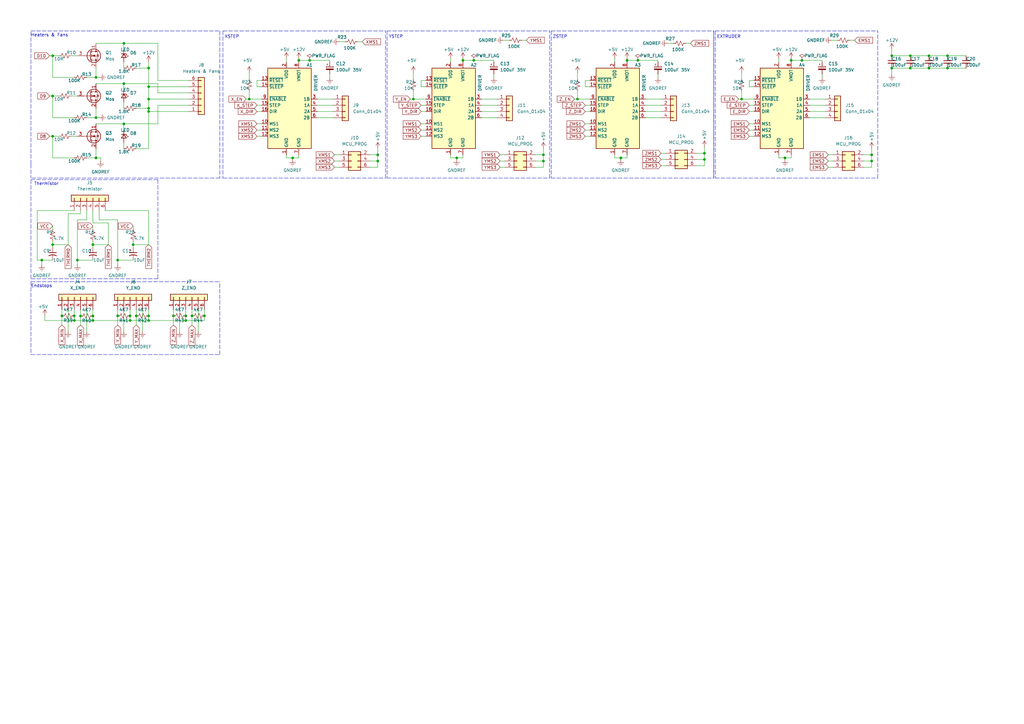
<source format=kicad_sch>
(kicad_sch (version 20211123) (generator eeschema)

  (uuid ae36e380-b927-473a-aecb-4bcca5abbd4e)

  (paper "A3")

  (lib_symbols
    (symbol "Connector_Generic:Conn_01x04" (pin_names (offset 1.016) hide) (in_bom yes) (on_board yes)
      (property "Reference" "J" (id 0) (at 0 5.08 0)
        (effects (font (size 1.27 1.27)))
      )
      (property "Value" "Conn_01x04" (id 1) (at 0 -7.62 0)
        (effects (font (size 1.27 1.27)))
      )
      (property "Footprint" "" (id 2) (at 0 0 0)
        (effects (font (size 1.27 1.27)) hide)
      )
      (property "Datasheet" "~" (id 3) (at 0 0 0)
        (effects (font (size 1.27 1.27)) hide)
      )
      (property "ki_keywords" "connector" (id 4) (at 0 0 0)
        (effects (font (size 1.27 1.27)) hide)
      )
      (property "ki_description" "Generic connector, single row, 01x04, script generated (kicad-library-utils/schlib/autogen/connector/)" (id 5) (at 0 0 0)
        (effects (font (size 1.27 1.27)) hide)
      )
      (property "ki_fp_filters" "Connector*:*_1x??_*" (id 6) (at 0 0 0)
        (effects (font (size 1.27 1.27)) hide)
      )
      (symbol "Conn_01x04_1_1"
        (rectangle (start -1.27 -4.953) (end 0 -5.207)
          (stroke (width 0.1524) (type default) (color 0 0 0 0))
          (fill (type none))
        )
        (rectangle (start -1.27 -2.413) (end 0 -2.667)
          (stroke (width 0.1524) (type default) (color 0 0 0 0))
          (fill (type none))
        )
        (rectangle (start -1.27 0.127) (end 0 -0.127)
          (stroke (width 0.1524) (type default) (color 0 0 0 0))
          (fill (type none))
        )
        (rectangle (start -1.27 2.667) (end 0 2.413)
          (stroke (width 0.1524) (type default) (color 0 0 0 0))
          (fill (type none))
        )
        (rectangle (start -1.27 3.81) (end 1.27 -6.35)
          (stroke (width 0.254) (type default) (color 0 0 0 0))
          (fill (type background))
        )
        (pin passive line (at -5.08 2.54 0) (length 3.81)
          (name "Pin_1" (effects (font (size 1.27 1.27))))
          (number "1" (effects (font (size 1.27 1.27))))
        )
        (pin passive line (at -5.08 0 0) (length 3.81)
          (name "Pin_2" (effects (font (size 1.27 1.27))))
          (number "2" (effects (font (size 1.27 1.27))))
        )
        (pin passive line (at -5.08 -2.54 0) (length 3.81)
          (name "Pin_3" (effects (font (size 1.27 1.27))))
          (number "3" (effects (font (size 1.27 1.27))))
        )
        (pin passive line (at -5.08 -5.08 0) (length 3.81)
          (name "Pin_4" (effects (font (size 1.27 1.27))))
          (number "4" (effects (font (size 1.27 1.27))))
        )
      )
    )
    (symbol "Connector_Generic:Conn_01x06" (pin_names (offset 1.016) hide) (in_bom yes) (on_board yes)
      (property "Reference" "J" (id 0) (at 0 7.62 0)
        (effects (font (size 1.27 1.27)))
      )
      (property "Value" "Conn_01x06" (id 1) (at 0 -10.16 0)
        (effects (font (size 1.27 1.27)))
      )
      (property "Footprint" "" (id 2) (at 0 0 0)
        (effects (font (size 1.27 1.27)) hide)
      )
      (property "Datasheet" "~" (id 3) (at 0 0 0)
        (effects (font (size 1.27 1.27)) hide)
      )
      (property "ki_keywords" "connector" (id 4) (at 0 0 0)
        (effects (font (size 1.27 1.27)) hide)
      )
      (property "ki_description" "Generic connector, single row, 01x06, script generated (kicad-library-utils/schlib/autogen/connector/)" (id 5) (at 0 0 0)
        (effects (font (size 1.27 1.27)) hide)
      )
      (property "ki_fp_filters" "Connector*:*_1x??_*" (id 6) (at 0 0 0)
        (effects (font (size 1.27 1.27)) hide)
      )
      (symbol "Conn_01x06_1_1"
        (rectangle (start -1.27 -7.493) (end 0 -7.747)
          (stroke (width 0.1524) (type default) (color 0 0 0 0))
          (fill (type none))
        )
        (rectangle (start -1.27 -4.953) (end 0 -5.207)
          (stroke (width 0.1524) (type default) (color 0 0 0 0))
          (fill (type none))
        )
        (rectangle (start -1.27 -2.413) (end 0 -2.667)
          (stroke (width 0.1524) (type default) (color 0 0 0 0))
          (fill (type none))
        )
        (rectangle (start -1.27 0.127) (end 0 -0.127)
          (stroke (width 0.1524) (type default) (color 0 0 0 0))
          (fill (type none))
        )
        (rectangle (start -1.27 2.667) (end 0 2.413)
          (stroke (width 0.1524) (type default) (color 0 0 0 0))
          (fill (type none))
        )
        (rectangle (start -1.27 5.207) (end 0 4.953)
          (stroke (width 0.1524) (type default) (color 0 0 0 0))
          (fill (type none))
        )
        (rectangle (start -1.27 6.35) (end 1.27 -8.89)
          (stroke (width 0.254) (type default) (color 0 0 0 0))
          (fill (type background))
        )
        (pin passive line (at -5.08 5.08 0) (length 3.81)
          (name "Pin_1" (effects (font (size 1.27 1.27))))
          (number "1" (effects (font (size 1.27 1.27))))
        )
        (pin passive line (at -5.08 2.54 0) (length 3.81)
          (name "Pin_2" (effects (font (size 1.27 1.27))))
          (number "2" (effects (font (size 1.27 1.27))))
        )
        (pin passive line (at -5.08 0 0) (length 3.81)
          (name "Pin_3" (effects (font (size 1.27 1.27))))
          (number "3" (effects (font (size 1.27 1.27))))
        )
        (pin passive line (at -5.08 -2.54 0) (length 3.81)
          (name "Pin_4" (effects (font (size 1.27 1.27))))
          (number "4" (effects (font (size 1.27 1.27))))
        )
        (pin passive line (at -5.08 -5.08 0) (length 3.81)
          (name "Pin_5" (effects (font (size 1.27 1.27))))
          (number "5" (effects (font (size 1.27 1.27))))
        )
        (pin passive line (at -5.08 -7.62 0) (length 3.81)
          (name "Pin_6" (effects (font (size 1.27 1.27))))
          (number "6" (effects (font (size 1.27 1.27))))
        )
      )
    )
    (symbol "Connector_Generic:Conn_02x03_Odd_Even" (pin_names (offset 1.016) hide) (in_bom yes) (on_board yes)
      (property "Reference" "J" (id 0) (at 1.27 5.08 0)
        (effects (font (size 1.27 1.27)))
      )
      (property "Value" "Conn_02x03_Odd_Even" (id 1) (at 1.27 -5.08 0)
        (effects (font (size 1.27 1.27)))
      )
      (property "Footprint" "" (id 2) (at 0 0 0)
        (effects (font (size 1.27 1.27)) hide)
      )
      (property "Datasheet" "~" (id 3) (at 0 0 0)
        (effects (font (size 1.27 1.27)) hide)
      )
      (property "ki_keywords" "connector" (id 4) (at 0 0 0)
        (effects (font (size 1.27 1.27)) hide)
      )
      (property "ki_description" "Generic connector, double row, 02x03, odd/even pin numbering scheme (row 1 odd numbers, row 2 even numbers), script generated (kicad-library-utils/schlib/autogen/connector/)" (id 5) (at 0 0 0)
        (effects (font (size 1.27 1.27)) hide)
      )
      (property "ki_fp_filters" "Connector*:*_2x??_*" (id 6) (at 0 0 0)
        (effects (font (size 1.27 1.27)) hide)
      )
      (symbol "Conn_02x03_Odd_Even_1_1"
        (rectangle (start -1.27 -2.413) (end 0 -2.667)
          (stroke (width 0.1524) (type default) (color 0 0 0 0))
          (fill (type none))
        )
        (rectangle (start -1.27 0.127) (end 0 -0.127)
          (stroke (width 0.1524) (type default) (color 0 0 0 0))
          (fill (type none))
        )
        (rectangle (start -1.27 2.667) (end 0 2.413)
          (stroke (width 0.1524) (type default) (color 0 0 0 0))
          (fill (type none))
        )
        (rectangle (start -1.27 3.81) (end 3.81 -3.81)
          (stroke (width 0.254) (type default) (color 0 0 0 0))
          (fill (type background))
        )
        (rectangle (start 3.81 -2.413) (end 2.54 -2.667)
          (stroke (width 0.1524) (type default) (color 0 0 0 0))
          (fill (type none))
        )
        (rectangle (start 3.81 0.127) (end 2.54 -0.127)
          (stroke (width 0.1524) (type default) (color 0 0 0 0))
          (fill (type none))
        )
        (rectangle (start 3.81 2.667) (end 2.54 2.413)
          (stroke (width 0.1524) (type default) (color 0 0 0 0))
          (fill (type none))
        )
        (pin passive line (at -5.08 2.54 0) (length 3.81)
          (name "Pin_1" (effects (font (size 1.27 1.27))))
          (number "1" (effects (font (size 1.27 1.27))))
        )
        (pin passive line (at 7.62 2.54 180) (length 3.81)
          (name "Pin_2" (effects (font (size 1.27 1.27))))
          (number "2" (effects (font (size 1.27 1.27))))
        )
        (pin passive line (at -5.08 0 0) (length 3.81)
          (name "Pin_3" (effects (font (size 1.27 1.27))))
          (number "3" (effects (font (size 1.27 1.27))))
        )
        (pin passive line (at 7.62 0 180) (length 3.81)
          (name "Pin_4" (effects (font (size 1.27 1.27))))
          (number "4" (effects (font (size 1.27 1.27))))
        )
        (pin passive line (at -5.08 -2.54 0) (length 3.81)
          (name "Pin_5" (effects (font (size 1.27 1.27))))
          (number "5" (effects (font (size 1.27 1.27))))
        )
        (pin passive line (at 7.62 -2.54 180) (length 3.81)
          (name "Pin_6" (effects (font (size 1.27 1.27))))
          (number "6" (effects (font (size 1.27 1.27))))
        )
      )
    )
    (symbol "Device:C_Polarized_Small" (pin_numbers hide) (pin_names (offset 0.254) hide) (in_bom yes) (on_board yes)
      (property "Reference" "C" (id 0) (at 0.254 1.778 0)
        (effects (font (size 1.27 1.27)) (justify left))
      )
      (property "Value" "C_Polarized_Small" (id 1) (at 0.254 -2.032 0)
        (effects (font (size 1.27 1.27)) (justify left))
      )
      (property "Footprint" "" (id 2) (at 0 0 0)
        (effects (font (size 1.27 1.27)) hide)
      )
      (property "Datasheet" "~" (id 3) (at 0 0 0)
        (effects (font (size 1.27 1.27)) hide)
      )
      (property "ki_keywords" "cap capacitor" (id 4) (at 0 0 0)
        (effects (font (size 1.27 1.27)) hide)
      )
      (property "ki_description" "Polarized capacitor, small symbol" (id 5) (at 0 0 0)
        (effects (font (size 1.27 1.27)) hide)
      )
      (property "ki_fp_filters" "CP_*" (id 6) (at 0 0 0)
        (effects (font (size 1.27 1.27)) hide)
      )
      (symbol "C_Polarized_Small_0_1"
        (rectangle (start -1.524 -0.3048) (end 1.524 -0.6858)
          (stroke (width 0) (type default) (color 0 0 0 0))
          (fill (type outline))
        )
        (rectangle (start -1.524 0.6858) (end 1.524 0.3048)
          (stroke (width 0) (type default) (color 0 0 0 0))
          (fill (type none))
        )
        (polyline
          (pts
            (xy -1.27 1.524)
            (xy -0.762 1.524)
          )
          (stroke (width 0) (type default) (color 0 0 0 0))
          (fill (type none))
        )
        (polyline
          (pts
            (xy -1.016 1.27)
            (xy -1.016 1.778)
          )
          (stroke (width 0) (type default) (color 0 0 0 0))
          (fill (type none))
        )
      )
      (symbol "C_Polarized_Small_1_1"
        (pin passive line (at 0 2.54 270) (length 1.8542)
          (name "~" (effects (font (size 1.27 1.27))))
          (number "1" (effects (font (size 1.27 1.27))))
        )
        (pin passive line (at 0 -2.54 90) (length 1.8542)
          (name "~" (effects (font (size 1.27 1.27))))
          (number "2" (effects (font (size 1.27 1.27))))
        )
      )
    )
    (symbol "Device:C_Polarized_Small_US" (pin_numbers hide) (pin_names (offset 0.254) hide) (in_bom yes) (on_board yes)
      (property "Reference" "C" (id 0) (at 0.254 1.778 0)
        (effects (font (size 1.27 1.27)) (justify left))
      )
      (property "Value" "C_Polarized_Small_US" (id 1) (at 0.254 -2.032 0)
        (effects (font (size 1.27 1.27)) (justify left))
      )
      (property "Footprint" "" (id 2) (at 0 0 0)
        (effects (font (size 1.27 1.27)) hide)
      )
      (property "Datasheet" "~" (id 3) (at 0 0 0)
        (effects (font (size 1.27 1.27)) hide)
      )
      (property "ki_keywords" "cap capacitor" (id 4) (at 0 0 0)
        (effects (font (size 1.27 1.27)) hide)
      )
      (property "ki_description" "Polarized capacitor, small US symbol" (id 5) (at 0 0 0)
        (effects (font (size 1.27 1.27)) hide)
      )
      (property "ki_fp_filters" "CP_*" (id 6) (at 0 0 0)
        (effects (font (size 1.27 1.27)) hide)
      )
      (symbol "C_Polarized_Small_US_0_1"
        (polyline
          (pts
            (xy -1.524 0.508)
            (xy 1.524 0.508)
          )
          (stroke (width 0.3048) (type default) (color 0 0 0 0))
          (fill (type none))
        )
        (polyline
          (pts
            (xy -1.27 1.524)
            (xy -0.762 1.524)
          )
          (stroke (width 0) (type default) (color 0 0 0 0))
          (fill (type none))
        )
        (polyline
          (pts
            (xy -1.016 1.27)
            (xy -1.016 1.778)
          )
          (stroke (width 0) (type default) (color 0 0 0 0))
          (fill (type none))
        )
        (arc (start 1.524 -0.762) (mid 0 -0.3734) (end -1.524 -0.762)
          (stroke (width 0.3048) (type default) (color 0 0 0 0))
          (fill (type none))
        )
      )
      (symbol "C_Polarized_Small_US_1_1"
        (pin passive line (at 0 2.54 270) (length 2.032)
          (name "~" (effects (font (size 1.27 1.27))))
          (number "1" (effects (font (size 1.27 1.27))))
        )
        (pin passive line (at 0 -2.54 90) (length 2.032)
          (name "~" (effects (font (size 1.27 1.27))))
          (number "2" (effects (font (size 1.27 1.27))))
        )
      )
    )
    (symbol "Device:C_Small" (pin_numbers hide) (pin_names (offset 0.254) hide) (in_bom yes) (on_board yes)
      (property "Reference" "C" (id 0) (at 0.254 1.778 0)
        (effects (font (size 1.27 1.27)) (justify left))
      )
      (property "Value" "C_Small" (id 1) (at 0.254 -2.032 0)
        (effects (font (size 1.27 1.27)) (justify left))
      )
      (property "Footprint" "" (id 2) (at 0 0 0)
        (effects (font (size 1.27 1.27)) hide)
      )
      (property "Datasheet" "~" (id 3) (at 0 0 0)
        (effects (font (size 1.27 1.27)) hide)
      )
      (property "ki_keywords" "capacitor cap" (id 4) (at 0 0 0)
        (effects (font (size 1.27 1.27)) hide)
      )
      (property "ki_description" "Unpolarized capacitor, small symbol" (id 5) (at 0 0 0)
        (effects (font (size 1.27 1.27)) hide)
      )
      (property "ki_fp_filters" "C_*" (id 6) (at 0 0 0)
        (effects (font (size 1.27 1.27)) hide)
      )
      (symbol "C_Small_0_1"
        (polyline
          (pts
            (xy -1.524 -0.508)
            (xy 1.524 -0.508)
          )
          (stroke (width 0.3302) (type default) (color 0 0 0 0))
          (fill (type none))
        )
        (polyline
          (pts
            (xy -1.524 0.508)
            (xy 1.524 0.508)
          )
          (stroke (width 0.3048) (type default) (color 0 0 0 0))
          (fill (type none))
        )
      )
      (symbol "C_Small_1_1"
        (pin passive line (at 0 2.54 270) (length 2.032)
          (name "~" (effects (font (size 1.27 1.27))))
          (number "1" (effects (font (size 1.27 1.27))))
        )
        (pin passive line (at 0 -2.54 90) (length 2.032)
          (name "~" (effects (font (size 1.27 1.27))))
          (number "2" (effects (font (size 1.27 1.27))))
        )
      )
    )
    (symbol "Device:LED_Small" (pin_numbers hide) (pin_names (offset 0.254) hide) (in_bom yes) (on_board yes)
      (property "Reference" "D" (id 0) (at -1.27 3.175 0)
        (effects (font (size 1.27 1.27)) (justify left))
      )
      (property "Value" "LED_Small" (id 1) (at -4.445 -2.54 0)
        (effects (font (size 1.27 1.27)) (justify left))
      )
      (property "Footprint" "" (id 2) (at 0 0 90)
        (effects (font (size 1.27 1.27)) hide)
      )
      (property "Datasheet" "~" (id 3) (at 0 0 90)
        (effects (font (size 1.27 1.27)) hide)
      )
      (property "ki_keywords" "LED diode light-emitting-diode" (id 4) (at 0 0 0)
        (effects (font (size 1.27 1.27)) hide)
      )
      (property "ki_description" "Light emitting diode, small symbol" (id 5) (at 0 0 0)
        (effects (font (size 1.27 1.27)) hide)
      )
      (property "ki_fp_filters" "LED* LED_SMD:* LED_THT:*" (id 6) (at 0 0 0)
        (effects (font (size 1.27 1.27)) hide)
      )
      (symbol "LED_Small_0_1"
        (polyline
          (pts
            (xy -0.762 -1.016)
            (xy -0.762 1.016)
          )
          (stroke (width 0.254) (type default) (color 0 0 0 0))
          (fill (type none))
        )
        (polyline
          (pts
            (xy 1.016 0)
            (xy -0.762 0)
          )
          (stroke (width 0) (type default) (color 0 0 0 0))
          (fill (type none))
        )
        (polyline
          (pts
            (xy 0.762 -1.016)
            (xy -0.762 0)
            (xy 0.762 1.016)
            (xy 0.762 -1.016)
          )
          (stroke (width 0.254) (type default) (color 0 0 0 0))
          (fill (type none))
        )
        (polyline
          (pts
            (xy 0 0.762)
            (xy -0.508 1.27)
            (xy -0.254 1.27)
            (xy -0.508 1.27)
            (xy -0.508 1.016)
          )
          (stroke (width 0) (type default) (color 0 0 0 0))
          (fill (type none))
        )
        (polyline
          (pts
            (xy 0.508 1.27)
            (xy 0 1.778)
            (xy 0.254 1.778)
            (xy 0 1.778)
            (xy 0 1.524)
          )
          (stroke (width 0) (type default) (color 0 0 0 0))
          (fill (type none))
        )
      )
      (symbol "LED_Small_1_1"
        (pin passive line (at -2.54 0 0) (length 1.778)
          (name "K" (effects (font (size 1.27 1.27))))
          (number "1" (effects (font (size 1.27 1.27))))
        )
        (pin passive line (at 2.54 0 180) (length 1.778)
          (name "A" (effects (font (size 1.27 1.27))))
          (number "2" (effects (font (size 1.27 1.27))))
        )
      )
    )
    (symbol "Device:Q_NMOS_DSG" (pin_names (offset 0) hide) (in_bom yes) (on_board yes)
      (property "Reference" "Q" (id 0) (at 5.08 1.27 0)
        (effects (font (size 1.27 1.27)) (justify left))
      )
      (property "Value" "Q_NMOS_DSG" (id 1) (at 5.08 -1.27 0)
        (effects (font (size 1.27 1.27)) (justify left))
      )
      (property "Footprint" "" (id 2) (at 5.08 2.54 0)
        (effects (font (size 1.27 1.27)) hide)
      )
      (property "Datasheet" "~" (id 3) (at 0 0 0)
        (effects (font (size 1.27 1.27)) hide)
      )
      (property "ki_keywords" "transistor NMOS N-MOS N-MOSFET" (id 4) (at 0 0 0)
        (effects (font (size 1.27 1.27)) hide)
      )
      (property "ki_description" "N-MOSFET transistor, drain/source/gate" (id 5) (at 0 0 0)
        (effects (font (size 1.27 1.27)) hide)
      )
      (symbol "Q_NMOS_DSG_0_1"
        (polyline
          (pts
            (xy 0.254 0)
            (xy -2.54 0)
          )
          (stroke (width 0) (type default) (color 0 0 0 0))
          (fill (type none))
        )
        (polyline
          (pts
            (xy 0.254 1.905)
            (xy 0.254 -1.905)
          )
          (stroke (width 0.254) (type default) (color 0 0 0 0))
          (fill (type none))
        )
        (polyline
          (pts
            (xy 0.762 -1.27)
            (xy 0.762 -2.286)
          )
          (stroke (width 0.254) (type default) (color 0 0 0 0))
          (fill (type none))
        )
        (polyline
          (pts
            (xy 0.762 0.508)
            (xy 0.762 -0.508)
          )
          (stroke (width 0.254) (type default) (color 0 0 0 0))
          (fill (type none))
        )
        (polyline
          (pts
            (xy 0.762 2.286)
            (xy 0.762 1.27)
          )
          (stroke (width 0.254) (type default) (color 0 0 0 0))
          (fill (type none))
        )
        (polyline
          (pts
            (xy 2.54 2.54)
            (xy 2.54 1.778)
          )
          (stroke (width 0) (type default) (color 0 0 0 0))
          (fill (type none))
        )
        (polyline
          (pts
            (xy 2.54 -2.54)
            (xy 2.54 0)
            (xy 0.762 0)
          )
          (stroke (width 0) (type default) (color 0 0 0 0))
          (fill (type none))
        )
        (polyline
          (pts
            (xy 0.762 -1.778)
            (xy 3.302 -1.778)
            (xy 3.302 1.778)
            (xy 0.762 1.778)
          )
          (stroke (width 0) (type default) (color 0 0 0 0))
          (fill (type none))
        )
        (polyline
          (pts
            (xy 1.016 0)
            (xy 2.032 0.381)
            (xy 2.032 -0.381)
            (xy 1.016 0)
          )
          (stroke (width 0) (type default) (color 0 0 0 0))
          (fill (type outline))
        )
        (polyline
          (pts
            (xy 2.794 0.508)
            (xy 2.921 0.381)
            (xy 3.683 0.381)
            (xy 3.81 0.254)
          )
          (stroke (width 0) (type default) (color 0 0 0 0))
          (fill (type none))
        )
        (polyline
          (pts
            (xy 3.302 0.381)
            (xy 2.921 -0.254)
            (xy 3.683 -0.254)
            (xy 3.302 0.381)
          )
          (stroke (width 0) (type default) (color 0 0 0 0))
          (fill (type none))
        )
        (circle (center 1.651 0) (radius 2.794)
          (stroke (width 0.254) (type default) (color 0 0 0 0))
          (fill (type none))
        )
        (circle (center 2.54 -1.778) (radius 0.254)
          (stroke (width 0) (type default) (color 0 0 0 0))
          (fill (type outline))
        )
        (circle (center 2.54 1.778) (radius 0.254)
          (stroke (width 0) (type default) (color 0 0 0 0))
          (fill (type outline))
        )
      )
      (symbol "Q_NMOS_DSG_1_1"
        (pin passive line (at 2.54 5.08 270) (length 2.54)
          (name "D" (effects (font (size 1.27 1.27))))
          (number "1" (effects (font (size 1.27 1.27))))
        )
        (pin passive line (at 2.54 -5.08 90) (length 2.54)
          (name "S" (effects (font (size 1.27 1.27))))
          (number "2" (effects (font (size 1.27 1.27))))
        )
        (pin input line (at -5.08 0 0) (length 2.54)
          (name "G" (effects (font (size 1.27 1.27))))
          (number "3" (effects (font (size 1.27 1.27))))
        )
      )
    )
    (symbol "Device:R_Small_US" (pin_numbers hide) (pin_names (offset 0.254) hide) (in_bom yes) (on_board yes)
      (property "Reference" "R" (id 0) (at 0.762 0.508 0)
        (effects (font (size 1.27 1.27)) (justify left))
      )
      (property "Value" "R_Small_US" (id 1) (at 0.762 -1.016 0)
        (effects (font (size 1.27 1.27)) (justify left))
      )
      (property "Footprint" "" (id 2) (at 0 0 0)
        (effects (font (size 1.27 1.27)) hide)
      )
      (property "Datasheet" "~" (id 3) (at 0 0 0)
        (effects (font (size 1.27 1.27)) hide)
      )
      (property "ki_keywords" "r resistor" (id 4) (at 0 0 0)
        (effects (font (size 1.27 1.27)) hide)
      )
      (property "ki_description" "Resistor, small US symbol" (id 5) (at 0 0 0)
        (effects (font (size 1.27 1.27)) hide)
      )
      (property "ki_fp_filters" "R_*" (id 6) (at 0 0 0)
        (effects (font (size 1.27 1.27)) hide)
      )
      (symbol "R_Small_US_1_1"
        (polyline
          (pts
            (xy 0 0)
            (xy 1.016 -0.381)
            (xy 0 -0.762)
            (xy -1.016 -1.143)
            (xy 0 -1.524)
          )
          (stroke (width 0) (type default) (color 0 0 0 0))
          (fill (type none))
        )
        (polyline
          (pts
            (xy 0 1.524)
            (xy 1.016 1.143)
            (xy 0 0.762)
            (xy -1.016 0.381)
            (xy 0 0)
          )
          (stroke (width 0) (type default) (color 0 0 0 0))
          (fill (type none))
        )
        (pin passive line (at 0 2.54 270) (length 1.016)
          (name "~" (effects (font (size 1.27 1.27))))
          (number "1" (effects (font (size 1.27 1.27))))
        )
        (pin passive line (at 0 -2.54 90) (length 1.016)
          (name "~" (effects (font (size 1.27 1.27))))
          (number "2" (effects (font (size 1.27 1.27))))
        )
      )
    )
    (symbol "Driver_Motor:Pololu_Breakout_A4988" (in_bom yes) (on_board yes)
      (property "Reference" "A" (id 0) (at -2.54 19.05 0)
        (effects (font (size 1.27 1.27)) (justify right))
      )
      (property "Value" "Pololu_Breakout_A4988" (id 1) (at -2.54 16.51 0)
        (effects (font (size 1.27 1.27)) (justify right))
      )
      (property "Footprint" "Module:Pololu_Breakout-16_15.2x20.3mm" (id 2) (at 6.985 -19.05 0)
        (effects (font (size 1.27 1.27)) (justify left) hide)
      )
      (property "Datasheet" "https://www.pololu.com/product/2980/pictures" (id 3) (at 2.54 -7.62 0)
        (effects (font (size 1.27 1.27)) hide)
      )
      (property "ki_keywords" "Pololu Breakout Board Stepper Driver A4988" (id 4) (at 0 0 0)
        (effects (font (size 1.27 1.27)) hide)
      )
      (property "ki_description" "Pololu Breakout Board, Stepper Driver A4988" (id 5) (at 0 0 0)
        (effects (font (size 1.27 1.27)) hide)
      )
      (property "ki_fp_filters" "Pololu*Breakout*15.2x20.3mm*" (id 6) (at 0 0 0)
        (effects (font (size 1.27 1.27)) hide)
      )
      (symbol "Pololu_Breakout_A4988_0_1"
        (rectangle (start 10.16 -17.78) (end -7.62 15.24)
          (stroke (width 0.254) (type default) (color 0 0 0 0))
          (fill (type background))
        )
      )
      (symbol "Pololu_Breakout_A4988_1_1"
        (pin power_in line (at 0 -20.32 90) (length 2.54)
          (name "GND" (effects (font (size 1.27 1.27))))
          (number "1" (effects (font (size 1.27 1.27))))
        )
        (pin input line (at -10.16 -7.62 0) (length 2.54)
          (name "MS1" (effects (font (size 1.27 1.27))))
          (number "10" (effects (font (size 1.27 1.27))))
        )
        (pin input line (at -10.16 -10.16 0) (length 2.54)
          (name "MS2" (effects (font (size 1.27 1.27))))
          (number "11" (effects (font (size 1.27 1.27))))
        )
        (pin input line (at -10.16 -12.7 0) (length 2.54)
          (name "MS3" (effects (font (size 1.27 1.27))))
          (number "12" (effects (font (size 1.27 1.27))))
        )
        (pin input line (at -10.16 10.16 0) (length 2.54)
          (name "~{RESET}" (effects (font (size 1.27 1.27))))
          (number "13" (effects (font (size 1.27 1.27))))
        )
        (pin input line (at -10.16 7.62 0) (length 2.54)
          (name "~{SLEEP}" (effects (font (size 1.27 1.27))))
          (number "14" (effects (font (size 1.27 1.27))))
        )
        (pin input line (at -10.16 0 0) (length 2.54)
          (name "STEP" (effects (font (size 1.27 1.27))))
          (number "15" (effects (font (size 1.27 1.27))))
        )
        (pin input line (at -10.16 -2.54 0) (length 2.54)
          (name "DIR" (effects (font (size 1.27 1.27))))
          (number "16" (effects (font (size 1.27 1.27))))
        )
        (pin power_in line (at 0 17.78 270) (length 2.54)
          (name "VDD" (effects (font (size 1.27 1.27))))
          (number "2" (effects (font (size 1.27 1.27))))
        )
        (pin output line (at 12.7 2.54 180) (length 2.54)
          (name "1B" (effects (font (size 1.27 1.27))))
          (number "3" (effects (font (size 1.27 1.27))))
        )
        (pin output line (at 12.7 0 180) (length 2.54)
          (name "1A" (effects (font (size 1.27 1.27))))
          (number "4" (effects (font (size 1.27 1.27))))
        )
        (pin output line (at 12.7 -2.54 180) (length 2.54)
          (name "2A" (effects (font (size 1.27 1.27))))
          (number "5" (effects (font (size 1.27 1.27))))
        )
        (pin output line (at 12.7 -5.08 180) (length 2.54)
          (name "2B" (effects (font (size 1.27 1.27))))
          (number "6" (effects (font (size 1.27 1.27))))
        )
        (pin power_in line (at 5.08 -20.32 90) (length 2.54)
          (name "GND" (effects (font (size 1.27 1.27))))
          (number "7" (effects (font (size 1.27 1.27))))
        )
        (pin power_in line (at 5.08 17.78 270) (length 2.54)
          (name "VMOT" (effects (font (size 1.27 1.27))))
          (number "8" (effects (font (size 1.27 1.27))))
        )
        (pin input line (at -10.16 2.54 0) (length 2.54)
          (name "~{ENABLE}" (effects (font (size 1.27 1.27))))
          (number "9" (effects (font (size 1.27 1.27))))
        )
      )
    )
    (symbol "power:+12V" (power) (pin_names (offset 0)) (in_bom yes) (on_board yes)
      (property "Reference" "#PWR" (id 0) (at 0 -3.81 0)
        (effects (font (size 1.27 1.27)) hide)
      )
      (property "Value" "+12V" (id 1) (at 0 3.556 0)
        (effects (font (size 1.27 1.27)))
      )
      (property "Footprint" "" (id 2) (at 0 0 0)
        (effects (font (size 1.27 1.27)) hide)
      )
      (property "Datasheet" "" (id 3) (at 0 0 0)
        (effects (font (size 1.27 1.27)) hide)
      )
      (property "ki_keywords" "power-flag" (id 4) (at 0 0 0)
        (effects (font (size 1.27 1.27)) hide)
      )
      (property "ki_description" "Power symbol creates a global label with name \"+12V\"" (id 5) (at 0 0 0)
        (effects (font (size 1.27 1.27)) hide)
      )
      (symbol "+12V_0_1"
        (polyline
          (pts
            (xy -0.762 1.27)
            (xy 0 2.54)
          )
          (stroke (width 0) (type default) (color 0 0 0 0))
          (fill (type none))
        )
        (polyline
          (pts
            (xy 0 0)
            (xy 0 2.54)
          )
          (stroke (width 0) (type default) (color 0 0 0 0))
          (fill (type none))
        )
        (polyline
          (pts
            (xy 0 2.54)
            (xy 0.762 1.27)
          )
          (stroke (width 0) (type default) (color 0 0 0 0))
          (fill (type none))
        )
      )
      (symbol "+12V_1_1"
        (pin power_in line (at 0 0 90) (length 0) hide
          (name "+12V" (effects (font (size 1.27 1.27))))
          (number "1" (effects (font (size 1.27 1.27))))
        )
      )
    )
    (symbol "power:+5V" (power) (pin_names (offset 0)) (in_bom yes) (on_board yes)
      (property "Reference" "#PWR" (id 0) (at 0 -3.81 0)
        (effects (font (size 1.27 1.27)) hide)
      )
      (property "Value" "+5V" (id 1) (at 0 3.556 0)
        (effects (font (size 1.27 1.27)))
      )
      (property "Footprint" "" (id 2) (at 0 0 0)
        (effects (font (size 1.27 1.27)) hide)
      )
      (property "Datasheet" "" (id 3) (at 0 0 0)
        (effects (font (size 1.27 1.27)) hide)
      )
      (property "ki_keywords" "power-flag" (id 4) (at 0 0 0)
        (effects (font (size 1.27 1.27)) hide)
      )
      (property "ki_description" "Power symbol creates a global label with name \"+5V\"" (id 5) (at 0 0 0)
        (effects (font (size 1.27 1.27)) hide)
      )
      (symbol "+5V_0_1"
        (polyline
          (pts
            (xy -0.762 1.27)
            (xy 0 2.54)
          )
          (stroke (width 0) (type default) (color 0 0 0 0))
          (fill (type none))
        )
        (polyline
          (pts
            (xy 0 0)
            (xy 0 2.54)
          )
          (stroke (width 0) (type default) (color 0 0 0 0))
          (fill (type none))
        )
        (polyline
          (pts
            (xy 0 2.54)
            (xy 0.762 1.27)
          )
          (stroke (width 0) (type default) (color 0 0 0 0))
          (fill (type none))
        )
      )
      (symbol "+5V_1_1"
        (pin power_in line (at 0 0 90) (length 0) hide
          (name "+5V" (effects (font (size 1.27 1.27))))
          (number "1" (effects (font (size 1.27 1.27))))
        )
      )
    )
    (symbol "power:GNDREF" (power) (pin_names (offset 0)) (in_bom yes) (on_board yes)
      (property "Reference" "#PWR" (id 0) (at 0 -6.35 0)
        (effects (font (size 1.27 1.27)) hide)
      )
      (property "Value" "GNDREF" (id 1) (at 0 -3.81 0)
        (effects (font (size 1.27 1.27)))
      )
      (property "Footprint" "" (id 2) (at 0 0 0)
        (effects (font (size 1.27 1.27)) hide)
      )
      (property "Datasheet" "" (id 3) (at 0 0 0)
        (effects (font (size 1.27 1.27)) hide)
      )
      (property "ki_keywords" "power-flag" (id 4) (at 0 0 0)
        (effects (font (size 1.27 1.27)) hide)
      )
      (property "ki_description" "Power symbol creates a global label with name \"GNDREF\" , reference supply ground" (id 5) (at 0 0 0)
        (effects (font (size 1.27 1.27)) hide)
      )
      (symbol "GNDREF_0_1"
        (polyline
          (pts
            (xy -0.635 -1.905)
            (xy 0.635 -1.905)
          )
          (stroke (width 0) (type default) (color 0 0 0 0))
          (fill (type none))
        )
        (polyline
          (pts
            (xy -0.127 -2.54)
            (xy 0.127 -2.54)
          )
          (stroke (width 0) (type default) (color 0 0 0 0))
          (fill (type none))
        )
        (polyline
          (pts
            (xy 0 -1.27)
            (xy 0 0)
          )
          (stroke (width 0) (type default) (color 0 0 0 0))
          (fill (type none))
        )
        (polyline
          (pts
            (xy 1.27 -1.27)
            (xy -1.27 -1.27)
          )
          (stroke (width 0) (type default) (color 0 0 0 0))
          (fill (type none))
        )
      )
      (symbol "GNDREF_1_1"
        (pin power_in line (at 0 0 270) (length 0) hide
          (name "GNDREF" (effects (font (size 1.27 1.27))))
          (number "1" (effects (font (size 1.27 1.27))))
        )
      )
    )
    (symbol "power:PWR_FLAG" (power) (pin_numbers hide) (pin_names (offset 0) hide) (in_bom yes) (on_board yes)
      (property "Reference" "#FLG" (id 0) (at 0 1.905 0)
        (effects (font (size 1.27 1.27)) hide)
      )
      (property "Value" "PWR_FLAG" (id 1) (at 0 3.81 0)
        (effects (font (size 1.27 1.27)))
      )
      (property "Footprint" "" (id 2) (at 0 0 0)
        (effects (font (size 1.27 1.27)) hide)
      )
      (property "Datasheet" "~" (id 3) (at 0 0 0)
        (effects (font (size 1.27 1.27)) hide)
      )
      (property "ki_keywords" "power-flag" (id 4) (at 0 0 0)
        (effects (font (size 1.27 1.27)) hide)
      )
      (property "ki_description" "Special symbol for telling ERC where power comes from" (id 5) (at 0 0 0)
        (effects (font (size 1.27 1.27)) hide)
      )
      (symbol "PWR_FLAG_0_0"
        (pin power_out line (at 0 0 90) (length 0)
          (name "pwr" (effects (font (size 1.27 1.27))))
          (number "1" (effects (font (size 1.27 1.27))))
        )
      )
      (symbol "PWR_FLAG_0_1"
        (polyline
          (pts
            (xy 0 0)
            (xy 0 1.27)
            (xy -1.016 1.905)
            (xy 0 2.54)
            (xy 1.016 1.905)
            (xy 0 1.27)
          )
          (stroke (width 0) (type default) (color 0 0 0 0))
          (fill (type none))
        )
      )
    )
  )

  (junction (at 60.96 35.56) (diameter 0) (color 0 0 0 0)
    (uuid 004ac07c-8507-4015-b9bc-dba498563142)
  )
  (junction (at 154.94 63.5) (diameter 0) (color 0 0 0 0)
    (uuid 0334194f-bfeb-4f79-bcad-8685d119319e)
  )
  (junction (at 222.885 63.5) (diameter 0) (color 0 0 0 0)
    (uuid 082092ed-e552-4629-aa52-449be68a7179)
  )
  (junction (at 30.48 131.445) (diameter 0) (color 0 0 0 0)
    (uuid 0f618eba-5f90-450b-9703-4cca646590c3)
  )
  (junction (at 120.015 64.77) (diameter 0) (color 0 0 0 0)
    (uuid 13c6df81-cff6-47e2-bee7-03609dda61a3)
  )
  (junction (at 189.865 24.765) (diameter 0) (color 0 0 0 0)
    (uuid 221faea7-abd6-4543-8f7b-82bb30bc5851)
  )
  (junction (at 53.34 129.54) (diameter 0) (color 0 0 0 0)
    (uuid 2284c037-4427-44a1-9436-da933b9d965f)
  )
  (junction (at 261.62 24.765) (diameter 0) (color 0 0 0 0)
    (uuid 25942f9b-597b-465e-811c-3eab86a7ff55)
  )
  (junction (at 54.61 100.33) (diameter 0) (color 0 0 0 0)
    (uuid 2a578bc7-8fed-4a65-959b-a270da2c25a8)
  )
  (junction (at 169.545 40.64) (diameter 0) (color 0 0 0 0)
    (uuid 2f048cbb-56ec-4a21-af9d-81af79f76d9d)
  )
  (junction (at 60.96 131.445) (diameter 0) (color 0 0 0 0)
    (uuid 33157077-4c6f-41cd-a8cb-d5c18884737a)
  )
  (junction (at 38.1 131.445) (diameter 0) (color 0 0 0 0)
    (uuid 33949399-5728-4ac4-a0f1-25d9c889acd3)
  )
  (junction (at 21.59 55.88) (diameter 0) (color 0 0 0 0)
    (uuid 3815476e-5674-48c8-8354-6e58ef772ecb)
  )
  (junction (at 21.59 39.37) (diameter 0) (color 0 0 0 0)
    (uuid 393fb4b6-610e-48d6-8d6e-251acc2caca9)
  )
  (junction (at 388.62 27.94) (diameter 0) (color 0 0 0 0)
    (uuid 40836dc9-823d-4e33-9181-2d817849781e)
  )
  (junction (at 50.8 50.8) (diameter 0) (color 0 0 0 0)
    (uuid 41dfbdb8-f0a5-4a6d-8da3-759708e84050)
  )
  (junction (at 60.96 129.573) (diameter 0) (color 0 0 0 0)
    (uuid 4880a1a2-b240-4bd8-943c-ca261ec412ff)
  )
  (junction (at 78.74 129.54) (diameter 0) (color 0 0 0 0)
    (uuid 489b816a-a73d-46dc-9f80-8359a9a69c67)
  )
  (junction (at 60.96 27.94) (diameter 0) (color 0 0 0 0)
    (uuid 49cec958-7e5d-4059-a06e-e22cf2cfaba5)
  )
  (junction (at 30.48 129.54) (diameter 0) (color 0 0 0 0)
    (uuid 4ca78e70-f3d1-43be-81fe-5b3fd9f37460)
  )
  (junction (at 60.96 44.45) (diameter 0) (color 0 0 0 0)
    (uuid 4e5968f0-68f0-4e66-818d-dfa23d75b27b)
  )
  (junction (at 288.925 62.865) (diameter 0) (color 0 0 0 0)
    (uuid 514c524c-30a3-4eeb-a1a4-4cdf70f1c5f9)
  )
  (junction (at 321.945 64.77) (diameter 0) (color 0 0 0 0)
    (uuid 5a9fd6c1-2c82-4d19-9b78-73fc3a4e0341)
  )
  (junction (at 48.26 129.54) (diameter 0) (color 0 0 0 0)
    (uuid 5b915163-38db-4dcb-af57-18d1b23f35c1)
  )
  (junction (at 381 22.86) (diameter 0) (color 0 0 0 0)
    (uuid 62e15d0c-f073-4683-89a3-1d3766f19d83)
  )
  (junction (at 365.76 27.94) (diameter 0) (color 0 0 0 0)
    (uuid 663a71a4-663a-48b9-850e-294d93c73040)
  )
  (junction (at 33.02 129.6159) (diameter 0) (color 0 0 0 0)
    (uuid 6f19b03e-b2d5-4054-8d48-4b72053d258f)
  )
  (junction (at 254.635 64.77) (diameter 0) (color 0 0 0 0)
    (uuid 6f2822df-c99e-4857-815d-26a4fe9536b2)
  )
  (junction (at 304.165 40.64) (diameter 0) (color 0 0 0 0)
    (uuid 6f737cf9-a7d3-45b8-a08d-fd52a8507beb)
  )
  (junction (at 257.175 24.765) (diameter 0) (color 0 0 0 0)
    (uuid 7175e663-ca53-4d7f-a3de-f0556487f96a)
  )
  (junction (at 357.505 63.5) (diameter 0) (color 0 0 0 0)
    (uuid 71e2fcf9-c184-4699-89c3-06bb4a80d669)
  )
  (junction (at 53.34 131.445) (diameter 0) (color 0 0 0 0)
    (uuid 722e11c0-f9cb-456d-b3c5-6820e7036faf)
  )
  (junction (at 60.96 40.64) (diameter 0) (color 0 0 0 0)
    (uuid 77e15f57-877c-496e-98e2-ada233763013)
  )
  (junction (at 194.31 24.765) (diameter 0) (color 0 0 0 0)
    (uuid 7f0602b4-8ba1-40eb-92b4-54059b236fab)
  )
  (junction (at 76.2 129.54) (diameter 0) (color 0 0 0 0)
    (uuid 82ad82b2-a826-4ecc-9382-a8c17b614c08)
  )
  (junction (at 38.1 129.6159) (diameter 0) (color 0 0 0 0)
    (uuid 82fa400f-272d-42fa-99a0-5ab6f4fc50db)
  )
  (junction (at 357.505 66.04) (diameter 0) (color 0 0 0 0)
    (uuid 8f13e3ba-cd29-48dc-aef8-9af0553aa171)
  )
  (junction (at 38.1 100.33) (diameter 0) (color 0 0 0 0)
    (uuid 94a6b0f9-c017-487f-8fb6-c1521756f2e7)
  )
  (junction (at 48.26 106.68) (diameter 0) (color 0 0 0 0)
    (uuid 96f29931-bc1b-41af-be29-f4fe590389e7)
  )
  (junction (at 365.76 22.86) (diameter 0) (color 0 0 0 0)
    (uuid 9caa70d0-7d90-4748-89f6-2d9fd1f4fd07)
  )
  (junction (at 31.75 106.68) (diameter 0) (color 0 0 0 0)
    (uuid 9da0b5ac-6752-463f-a76f-a5633bdf9884)
  )
  (junction (at 328.93 24.765) (diameter 0) (color 0 0 0 0)
    (uuid a2aff734-0e94-45bf-984d-e1e2489e0e29)
  )
  (junction (at 39.37 48.26) (diameter 0) (color 0 0 0 0)
    (uuid b2c3d0a1-b710-4b27-ac05-648ecfc44dc3)
  )
  (junction (at 102.235 40.64) (diameter 0) (color 0 0 0 0)
    (uuid b8186a7f-91ad-4b0c-b194-901c5727da73)
  )
  (junction (at 373.38 22.86) (diameter 0) (color 0 0 0 0)
    (uuid b91dfd6b-4c8e-4f9f-bf0c-6d6f53aa5955)
  )
  (junction (at 71.12 129.54) (diameter 0) (color 0 0 0 0)
    (uuid b9a0100d-4a53-45b9-8d65-2672e4904f3d)
  )
  (junction (at 76.2 131.445) (diameter 0) (color 0 0 0 0)
    (uuid ba793df0-6dab-493b-a7af-c9828abd0256)
  )
  (junction (at 50.8 17.78) (diameter 0) (color 0 0 0 0)
    (uuid be572971-6c9a-4212-bc68-fe7ee345f6af)
  )
  (junction (at 236.855 40.64) (diameter 0) (color 0 0 0 0)
    (uuid c09625ba-8727-4e07-9f21-84d4e1dccde4)
  )
  (junction (at 222.885 66.04) (diameter 0) (color 0 0 0 0)
    (uuid c2701e9f-018f-4aa1-a9a6-2e85f227e101)
  )
  (junction (at 60.96 45.72) (diameter 0) (color 0 0 0 0)
    (uuid c2ecd3c3-5b84-4ba2-bb5a-51d35e5e8522)
  )
  (junction (at 25.4 129.54) (diameter 0) (color 0 0 0 0)
    (uuid c5ec3040-7fac-4349-aa9d-cf341e753265)
  )
  (junction (at 381 27.94) (diameter 0) (color 0 0 0 0)
    (uuid c6d8bbb8-de67-4734-a348-36fdbd4c269e)
  )
  (junction (at 127 24.765) (diameter 0) (color 0 0 0 0)
    (uuid cd57c656-3451-4375-883b-a903990d6b10)
  )
  (junction (at 39.37 64.77) (diameter 0) (color 0 0 0 0)
    (uuid d52e7a47-31c5-47e9-aa6d-6eb4fdb2c86f)
  )
  (junction (at 50.8 34.29) (diameter 0) (color 0 0 0 0)
    (uuid d70759dd-ae95-40ae-8385-35367a462caf)
  )
  (junction (at 83.82 129.54) (diameter 0) (color 0 0 0 0)
    (uuid dec7524e-1f14-4d10-acba-8c19503f6c25)
  )
  (junction (at 17.145 106.68) (diameter 0) (color 0 0 0 0)
    (uuid e1c4f3fd-ca4d-472a-81a1-e5c6aebfcdca)
  )
  (junction (at 154.94 66.04) (diameter 0) (color 0 0 0 0)
    (uuid e4b1a510-02b5-4e8f-adfb-7bb49fce1e82)
  )
  (junction (at 373.38 27.94) (diameter 0) (color 0 0 0 0)
    (uuid e6341e5b-d5c1-4a04-b6cc-e5c19d52f6fe)
  )
  (junction (at 55.88 129.573) (diameter 0) (color 0 0 0 0)
    (uuid e7d636a3-8259-4590-8611-bd68b2e3e765)
  )
  (junction (at 39.37 31.75) (diameter 0) (color 0 0 0 0)
    (uuid eb10e941-f3f0-48b5-a607-7f5529d2fd68)
  )
  (junction (at 388.62 22.86) (diameter 0) (color 0 0 0 0)
    (uuid ef6af26e-fd5e-4f0e-ab0b-74b83611cfc8)
  )
  (junction (at 288.925 65.405) (diameter 0) (color 0 0 0 0)
    (uuid f0908a4e-db7a-4aec-a856-0be7076c31f5)
  )
  (junction (at 324.485 24.765) (diameter 0) (color 0 0 0 0)
    (uuid f154fda2-4827-42c7-a0a1-37a770acd10d)
  )
  (junction (at 21.59 22.86) (diameter 0) (color 0 0 0 0)
    (uuid f3314c47-382b-4898-b21c-1a9b6e8c6bb7)
  )
  (junction (at 21.59 100.33) (diameter 0) (color 0 0 0 0)
    (uuid f9ee30d8-0fed-4894-b1ab-dc8a3a22f0c8)
  )
  (junction (at 187.325 64.77) (diameter 0) (color 0 0 0 0)
    (uuid fbe93073-14cb-4cf7-8851-90e88808c85e)
  )
  (junction (at 122.555 24.765) (diameter 0) (color 0 0 0 0)
    (uuid ffbd1f2c-2160-4c60-939c-4a4b8dca19de)
  )

  (wire (pts (xy 35.56 64.77) (xy 39.37 64.77))
    (stroke (width 0) (type default) (color 0 0 0 0))
    (uuid 013d1f3b-805c-4a53-8ec8-a564d634f807)
  )
  (wire (pts (xy 205.105 63.5) (xy 207.01 63.5))
    (stroke (width 0) (type default) (color 0 0 0 0))
    (uuid 0148950d-f9e2-4e86-9ea0-9fa536225fd8)
  )
  (wire (pts (xy 365.76 27.94) (xy 365.76 30.48))
    (stroke (width 0) (type default) (color 0 0 0 0))
    (uuid 026292dd-08b0-4662-86fe-0839d3b38cce)
  )
  (wire (pts (xy 169.545 29.845) (xy 169.545 32.385))
    (stroke (width 0) (type default) (color 0 0 0 0))
    (uuid 02674167-86ce-44a3-800b-c6efd6ae25f2)
  )
  (wire (pts (xy 240.03 33.02) (xy 240.03 35.56))
    (stroke (width 0) (type default) (color 0 0 0 0))
    (uuid 036ae3af-aeb4-40dd-a042-c25723116290)
  )
  (polyline (pts (xy 64.77 114.3) (xy 12.7 114.3))
    (stroke (width 0) (type default) (color 0 0 0 0))
    (uuid 03818957-6abc-4923-afa0-85a200c0f04e)
  )

  (wire (pts (xy 373.38 27.94) (xy 381 27.94))
    (stroke (width 0) (type default) (color 0 0 0 0))
    (uuid 05b45181-8e36-4fbb-9394-52b3de208403)
  )
  (wire (pts (xy 50.8 41.91) (xy 50.8 44.45))
    (stroke (width 0) (type default) (color 0 0 0 0))
    (uuid 05ebeb21-7236-4ab7-8453-0a40032878cb)
  )
  (wire (pts (xy 76.2 129.54) (xy 76.2 131.445))
    (stroke (width 0) (type default) (color 0 0 0 0))
    (uuid 0626fe53-ae2d-4180-a0ff-326c6e68c3af)
  )
  (wire (pts (xy 60.96 129.573) (xy 60.96 131.445))
    (stroke (width 0) (type default) (color 0 0 0 0))
    (uuid 07b06e40-5828-4d42-95bc-36e49fda397e)
  )
  (wire (pts (xy 58.42 127) (xy 58.42 135.89))
    (stroke (width 0) (type default) (color 0 0 0 0))
    (uuid 09880c8c-2461-4360-ae7e-ea9837553dd4)
  )
  (wire (pts (xy 206.375 16.51) (xy 208.915 16.51))
    (stroke (width 0) (type default) (color 0 0 0 0))
    (uuid 09f6fa1f-86ce-45d0-9910-3b448b04258f)
  )
  (wire (pts (xy 78.74 129.54) (xy 78.74 133.35))
    (stroke (width 0) (type default) (color 0 0 0 0))
    (uuid 0b808561-c83a-4e86-86f8-29fefaedc953)
  )
  (wire (pts (xy 18.415 129.54) (xy 18.415 131.445))
    (stroke (width 0) (type default) (color 0 0 0 0))
    (uuid 0c223778-7bb1-4ec2-9200-48ad869668aa)
  )
  (wire (pts (xy 324.485 64.77) (xy 324.485 63.5))
    (stroke (width 0) (type default) (color 0 0 0 0))
    (uuid 0d9c7312-2c36-467e-a2cc-838d3c0f7bbb)
  )
  (wire (pts (xy 127 24.765) (xy 135.255 24.765))
    (stroke (width 0) (type default) (color 0 0 0 0))
    (uuid 0d9fd0e9-16be-45a5-9873-a08fff8fb1aa)
  )
  (wire (pts (xy 29.21 39.37) (xy 31.75 39.37))
    (stroke (width 0) (type default) (color 0 0 0 0))
    (uuid 0ea35a5f-004a-4921-bc13-6cd5ff8c5552)
  )
  (wire (pts (xy 271.145 67.945) (xy 273.05 67.945))
    (stroke (width 0) (type default) (color 0 0 0 0))
    (uuid 0ed65c9f-79e8-4168-a6c2-62b8d969b084)
  )
  (wire (pts (xy 130.175 43.18) (xy 136.525 43.18))
    (stroke (width 0) (type default) (color 0 0 0 0))
    (uuid 0f2bf523-1f5c-4ed9-803b-45f3ca2a3c8b)
  )
  (wire (pts (xy 39.37 50.8) (xy 50.8 50.8))
    (stroke (width 0) (type default) (color 0 0 0 0))
    (uuid 0fe6f6c1-0223-478b-a8ec-f20e3977237c)
  )
  (wire (pts (xy 60.96 45.72) (xy 60.96 60.96))
    (stroke (width 0) (type default) (color 0 0 0 0))
    (uuid 111c472a-6623-4424-8b4d-36dd70613be0)
  )
  (wire (pts (xy 81.28 127) (xy 81.28 135.89))
    (stroke (width 0) (type default) (color 0 0 0 0))
    (uuid 12591581-b85b-4d21-a1da-2e1972bbd169)
  )
  (wire (pts (xy 240.03 43.18) (xy 241.935 43.18))
    (stroke (width 0) (type default) (color 0 0 0 0))
    (uuid 12e26721-1bc7-4da8-bd19-ef71c5ab2c73)
  )
  (wire (pts (xy 197.485 45.72) (xy 203.835 45.72))
    (stroke (width 0) (type default) (color 0 0 0 0))
    (uuid 13555224-bdd6-4784-a3ff-0f0c00856708)
  )
  (wire (pts (xy 50.8 34.29) (xy 50.8 36.83))
    (stroke (width 0) (type default) (color 0 0 0 0))
    (uuid 14c7bac7-df55-4a18-8a21-1a789f8655e9)
  )
  (wire (pts (xy 288.925 60.325) (xy 288.925 62.865))
    (stroke (width 0) (type default) (color 0 0 0 0))
    (uuid 14cc544d-a4be-41f4-b2cc-01a6519ce0b8)
  )
  (wire (pts (xy 388.62 22.86) (xy 396.24 22.86))
    (stroke (width 0) (type default) (color 0 0 0 0))
    (uuid 14f18d10-05fb-4f11-bb4d-fd026e55c2a3)
  )
  (wire (pts (xy 48.26 129.54) (xy 48.26 133.35))
    (stroke (width 0) (type default) (color 0 0 0 0))
    (uuid 15745c33-4d94-4911-902f-ea6917e95d2d)
  )
  (wire (pts (xy 38.1 100.33) (xy 38.1 101.6))
    (stroke (width 0) (type default) (color 0 0 0 0))
    (uuid 15e0c7ac-4915-4db1-bbdf-80513c2dda72)
  )
  (wire (pts (xy 357.505 63.5) (xy 357.505 66.04))
    (stroke (width 0) (type default) (color 0 0 0 0))
    (uuid 169096cf-0168-43c4-885f-bec55d727a72)
  )
  (wire (pts (xy 339.725 63.5) (xy 341.63 63.5))
    (stroke (width 0) (type default) (color 0 0 0 0))
    (uuid 17480985-a6b8-4c82-89ed-e2bf6f70820b)
  )
  (wire (pts (xy 60.96 86.36) (xy 60.96 100.33))
    (stroke (width 0) (type default) (color 0 0 0 0))
    (uuid 17f47d5e-7310-474b-8365-a9cd0f6eaaf7)
  )
  (wire (pts (xy 120.015 65.405) (xy 120.015 64.77))
    (stroke (width 0) (type default) (color 0 0 0 0))
    (uuid 189eb036-dde8-48ef-802f-0885750b2e82)
  )
  (wire (pts (xy 30.48 127) (xy 30.48 129.54))
    (stroke (width 0) (type default) (color 0 0 0 0))
    (uuid 1914c7dd-0b8e-4406-b7dd-046aeb1e19a9)
  )
  (wire (pts (xy 76.2 127) (xy 76.2 129.54))
    (stroke (width 0) (type default) (color 0 0 0 0))
    (uuid 19319848-dc45-4863-9d36-7fd3442b39a5)
  )
  (wire (pts (xy 30.48 129.54) (xy 30.48 131.445))
    (stroke (width 0) (type default) (color 0 0 0 0))
    (uuid 194102a6-638f-4bc1-a2ea-2202fbd5c935)
  )
  (wire (pts (xy 21.59 55.88) (xy 24.13 55.88))
    (stroke (width 0) (type default) (color 0 0 0 0))
    (uuid 1b49f5a0-1f3b-469c-99a3-150e0aa334b0)
  )
  (wire (pts (xy 365.76 22.86) (xy 373.38 22.86))
    (stroke (width 0) (type default) (color 0 0 0 0))
    (uuid 1b4d794b-3f1f-4099-a18f-48a3ab282925)
  )
  (wire (pts (xy 41.275 66.04) (xy 41.275 64.77))
    (stroke (width 0) (type default) (color 0 0 0 0))
    (uuid 1b5bea7c-57a4-42dc-89b4-eeccc442a9c9)
  )
  (wire (pts (xy 38.1 100.33) (xy 44.45 100.33))
    (stroke (width 0) (type default) (color 0 0 0 0))
    (uuid 1b65f976-a483-413a-880a-dd25a0c882fc)
  )
  (wire (pts (xy 174.625 40.64) (xy 169.545 40.64))
    (stroke (width 0) (type default) (color 0 0 0 0))
    (uuid 23020721-665a-4b83-a448-50d49d1e7539)
  )
  (wire (pts (xy 122.555 24.13) (xy 122.555 24.765))
    (stroke (width 0) (type default) (color 0 0 0 0))
    (uuid 237ae2bb-16f8-4f1c-b349-9001337b23c3)
  )
  (polyline (pts (xy 293.37 12.7) (xy 293.37 73.025))
    (stroke (width 0) (type default) (color 0 0 0 0))
    (uuid 238eea6d-4844-4bed-a756-ac39e4b06ed9)
  )

  (wire (pts (xy 30.48 48.26) (xy 21.59 48.26))
    (stroke (width 0) (type default) (color 0 0 0 0))
    (uuid 24765ec3-702d-4ae1-9a6a-7b00f79d0a61)
  )
  (wire (pts (xy 154.94 68.58) (xy 151.765 68.58))
    (stroke (width 0) (type default) (color 0 0 0 0))
    (uuid 24982408-3b8c-4128-9af1-f54f5513b497)
  )
  (polyline (pts (xy 64.77 73.66) (xy 64.77 114.3))
    (stroke (width 0) (type default) (color 0 0 0 0))
    (uuid 24acd876-8452-4905-9eb6-3ed37b691d06)
  )
  (polyline (pts (xy 226.06 12.7) (xy 226.06 73.025))
    (stroke (width 0) (type default) (color 0 0 0 0))
    (uuid 2623bea5-9e38-4f96-b49f-2e8e2e2d1034)
  )

  (wire (pts (xy 257.175 24.13) (xy 257.175 24.765))
    (stroke (width 0) (type default) (color 0 0 0 0))
    (uuid 28131a74-33f1-48c0-8010-565bfb5993d3)
  )
  (wire (pts (xy 122.555 64.77) (xy 122.555 63.5))
    (stroke (width 0) (type default) (color 0 0 0 0))
    (uuid 28554aa2-9491-4533-a6be-ab42b1821941)
  )
  (wire (pts (xy 307.34 50.8) (xy 309.245 50.8))
    (stroke (width 0) (type default) (color 0 0 0 0))
    (uuid 29e145a4-6fe4-43ad-8909-5b3ff2f7cfb2)
  )
  (wire (pts (xy 60.96 44.45) (xy 60.96 45.72))
    (stroke (width 0) (type default) (color 0 0 0 0))
    (uuid 2acb868f-9ec3-47af-9298-5fddc54ae698)
  )
  (wire (pts (xy 304.165 29.845) (xy 304.165 32.385))
    (stroke (width 0) (type default) (color 0 0 0 0))
    (uuid 2b5036a6-9b17-4a52-adc0-f3cfb74387b1)
  )
  (wire (pts (xy 236.855 29.845) (xy 236.855 32.385))
    (stroke (width 0) (type default) (color 0 0 0 0))
    (uuid 2c027487-1959-43ee-86c7-1aea10a68d33)
  )
  (wire (pts (xy 38.1 129.6159) (xy 38.1 131.445))
    (stroke (width 0) (type default) (color 0 0 0 0))
    (uuid 2c6c82f6-3a5f-4b65-b557-60600a31f412)
  )
  (wire (pts (xy 60.96 27.94) (xy 60.96 35.56))
    (stroke (width 0) (type default) (color 0 0 0 0))
    (uuid 2c823289-f676-4078-8419-4c4fa6361f63)
  )
  (wire (pts (xy 130.175 48.26) (xy 136.525 48.26))
    (stroke (width 0) (type default) (color 0 0 0 0))
    (uuid 2d94112c-53fc-4f51-a854-75aa3097fde4)
  )
  (wire (pts (xy 189.865 24.765) (xy 189.865 25.4))
    (stroke (width 0) (type default) (color 0 0 0 0))
    (uuid 2ddd5d09-e5cf-43e1-aa3c-2c2a8b361f1a)
  )
  (wire (pts (xy 154.94 66.04) (xy 151.765 66.04))
    (stroke (width 0) (type default) (color 0 0 0 0))
    (uuid 2e0b7ecf-0aad-47d7-a617-514810242925)
  )
  (wire (pts (xy 324.485 24.765) (xy 328.93 24.765))
    (stroke (width 0) (type default) (color 0 0 0 0))
    (uuid 2ef15a37-f73b-4668-8df7-39bc350964a7)
  )
  (wire (pts (xy 78.74 127) (xy 78.74 129.54))
    (stroke (width 0) (type default) (color 0 0 0 0))
    (uuid 30e7bda5-9553-410c-af47-83bf62badc6a)
  )
  (wire (pts (xy 269.875 30.48) (xy 269.875 31.75))
    (stroke (width 0) (type default) (color 0 0 0 0))
    (uuid 30f48c06-9c3f-4497-8456-6063a78cf9e4)
  )
  (wire (pts (xy 213.995 16.51) (xy 215.9 16.51))
    (stroke (width 0) (type default) (color 0 0 0 0))
    (uuid 316da7ac-e599-40b1-9e6b-3a2b67bb54c5)
  )
  (wire (pts (xy 21.59 100.33) (xy 21.59 101.6))
    (stroke (width 0) (type default) (color 0 0 0 0))
    (uuid 32cadc91-ba33-4b1c-98ed-472b10264feb)
  )
  (wire (pts (xy 222.885 66.04) (xy 222.885 68.58))
    (stroke (width 0) (type default) (color 0 0 0 0))
    (uuid 32f64365-8cbe-4cab-af88-774b84731bc1)
  )
  (polyline (pts (xy 226.06 12.7) (xy 292.735 12.7))
    (stroke (width 0) (type default) (color 0 0 0 0))
    (uuid 334fe58f-ed1a-4815-96fc-156035cd0d49)
  )

  (wire (pts (xy 357.505 60.96) (xy 357.505 63.5))
    (stroke (width 0) (type default) (color 0 0 0 0))
    (uuid 350aae8e-96b1-4c5a-a020-496b18d6b8d5)
  )
  (wire (pts (xy 137.16 63.5) (xy 139.065 63.5))
    (stroke (width 0) (type default) (color 0 0 0 0))
    (uuid 37905f1f-1d53-474e-9d5a-490e7fa55af2)
  )
  (polyline (pts (xy 91.44 73.025) (xy 158.115 73.025))
    (stroke (width 0) (type default) (color 0 0 0 0))
    (uuid 37b23ab3-d200-477d-bfbd-8c1ebcfb1ae8)
  )

  (wire (pts (xy 257.175 64.77) (xy 257.175 63.5))
    (stroke (width 0) (type default) (color 0 0 0 0))
    (uuid 37ccf905-abf9-47cd-9bb2-28682d7a1bb1)
  )
  (wire (pts (xy 55.88 129.573) (xy 55.88 133.35))
    (stroke (width 0) (type default) (color 0 0 0 0))
    (uuid 37d9f294-3c97-4e45-91a1-d43c44015850)
  )
  (wire (pts (xy 373.38 22.86) (xy 381 22.86))
    (stroke (width 0) (type default) (color 0 0 0 0))
    (uuid 391ccc60-a759-49ec-9250-13cf92ca1dcf)
  )
  (wire (pts (xy 48.26 106.68) (xy 54.61 106.68))
    (stroke (width 0) (type default) (color 0 0 0 0))
    (uuid 3a7a7440-68dc-4869-8b96-689a45cfd8dd)
  )
  (wire (pts (xy 39.37 60.96) (xy 39.37 64.77))
    (stroke (width 0) (type default) (color 0 0 0 0))
    (uuid 3c924b35-d48f-4efb-999d-afd1bf1784b5)
  )
  (wire (pts (xy 154.94 63.5) (xy 151.765 63.5))
    (stroke (width 0) (type default) (color 0 0 0 0))
    (uuid 3d493b4e-1478-4d1f-83c6-242f9244f2a5)
  )
  (wire (pts (xy 105.41 53.34) (xy 107.315 53.34))
    (stroke (width 0) (type default) (color 0 0 0 0))
    (uuid 3d87d336-fda9-4ff6-a7e9-86b87d5dc8c2)
  )
  (wire (pts (xy 130.175 45.72) (xy 136.525 45.72))
    (stroke (width 0) (type default) (color 0 0 0 0))
    (uuid 3df0ba93-6fa6-48e3-acd5-9908c3e19421)
  )
  (polyline (pts (xy 12.7 114.3) (xy 12.7 73.66))
    (stroke (width 0) (type default) (color 0 0 0 0))
    (uuid 3f2e36a0-837b-4691-9ad2-80c97f79f66a)
  )

  (wire (pts (xy 60.96 35.56) (xy 60.96 40.64))
    (stroke (width 0) (type default) (color 0 0 0 0))
    (uuid 3fc2382a-dba5-46a8-85b9-e53f2aed586c)
  )
  (wire (pts (xy 40.64 90.17) (xy 48.26 90.17))
    (stroke (width 0) (type default) (color 0 0 0 0))
    (uuid 3fce0abb-9367-4b53-8670-4c6c29b76889)
  )
  (polyline (pts (xy 90.17 12.7) (xy 90.17 73.025))
    (stroke (width 0) (type default) (color 0 0 0 0))
    (uuid 405f3e01-7d5a-4666-9265-490430fd16b3)
  )

  (wire (pts (xy 60.96 35.56) (xy 77.47 35.56))
    (stroke (width 0) (type default) (color 0 0 0 0))
    (uuid 406c6237-2a5e-42ae-a548-b6220369cc8e)
  )
  (wire (pts (xy 288.925 65.405) (xy 285.75 65.405))
    (stroke (width 0) (type default) (color 0 0 0 0))
    (uuid 41c70149-f6aa-4fbb-95b4-6ed2ca0e796e)
  )
  (wire (pts (xy 240.03 45.72) (xy 241.935 45.72))
    (stroke (width 0) (type default) (color 0 0 0 0))
    (uuid 41cde547-c4e2-4981-bcf1-fd3e79777fcc)
  )
  (wire (pts (xy 64.77 34.29) (xy 64.77 38.1))
    (stroke (width 0) (type default) (color 0 0 0 0))
    (uuid 421f9521-90ed-4162-a9b3-094f8a7693a9)
  )
  (wire (pts (xy 60.96 40.64) (xy 60.96 44.45))
    (stroke (width 0) (type default) (color 0 0 0 0))
    (uuid 4295bb40-d2b5-4f74-b767-022333087651)
  )
  (wire (pts (xy 257.175 24.765) (xy 257.175 25.4))
    (stroke (width 0) (type default) (color 0 0 0 0))
    (uuid 429bc5a1-8054-4a56-be6f-1c4129a2583c)
  )
  (wire (pts (xy 29.21 55.88) (xy 31.75 55.88))
    (stroke (width 0) (type default) (color 0 0 0 0))
    (uuid 42ae630a-5ed2-4dc3-9077-5996fad867e4)
  )
  (wire (pts (xy 357.505 68.58) (xy 354.33 68.58))
    (stroke (width 0) (type default) (color 0 0 0 0))
    (uuid 430f10f5-810f-47ad-a20b-7c80d15f1c14)
  )
  (wire (pts (xy 146.685 17.145) (xy 148.59 17.145))
    (stroke (width 0) (type default) (color 0 0 0 0))
    (uuid 43974e2c-b447-4b62-a49f-663ef61a14e7)
  )
  (wire (pts (xy 50.8 25.4) (xy 50.8 27.94))
    (stroke (width 0) (type default) (color 0 0 0 0))
    (uuid 4486e795-ea3f-4bbe-9659-f655c349094c)
  )
  (wire (pts (xy 18.415 131.445) (xy 30.48 131.445))
    (stroke (width 0) (type default) (color 0 0 0 0))
    (uuid 450d9ebe-9adf-4bc8-b765-123253de24ad)
  )
  (polyline (pts (xy 292.735 12.7) (xy 292.735 73.025))
    (stroke (width 0) (type default) (color 0 0 0 0))
    (uuid 457c70fe-9ff7-4fb3-a01e-144ec5431866)
  )

  (wire (pts (xy 307.34 45.72) (xy 309.245 45.72))
    (stroke (width 0) (type default) (color 0 0 0 0))
    (uuid 45989c0d-3eaf-48b3-baea-7bcc3af67f54)
  )
  (wire (pts (xy 15.24 86.36) (xy 15.24 106.68))
    (stroke (width 0) (type default) (color 0 0 0 0))
    (uuid 4662f0ef-39b8-49d6-b538-4ae32887bcfc)
  )
  (wire (pts (xy 184.785 64.77) (xy 184.785 63.5))
    (stroke (width 0) (type default) (color 0 0 0 0))
    (uuid 46b0e6a3-fa20-4ade-92b2-50b4180691c3)
  )
  (wire (pts (xy 261.62 24.765) (xy 269.875 24.765))
    (stroke (width 0) (type default) (color 0 0 0 0))
    (uuid 46bcdb77-1639-4567-814a-ae777634222c)
  )
  (wire (pts (xy 38.1 131.445) (xy 53.34 131.445))
    (stroke (width 0) (type default) (color 0 0 0 0))
    (uuid 46ec6392-c791-422b-b71b-0603303458b8)
  )
  (wire (pts (xy 64.77 50.8) (xy 64.77 43.18))
    (stroke (width 0) (type default) (color 0 0 0 0))
    (uuid 48645f2d-fc3d-4991-8c6c-b059685e149a)
  )
  (wire (pts (xy 172.72 35.56) (xy 174.625 35.56))
    (stroke (width 0) (type default) (color 0 0 0 0))
    (uuid 48c74957-a4bd-44c1-b6a0-edd8ad23ac2d)
  )
  (polyline (pts (xy 90.17 145.415) (xy 90.17 115.57))
    (stroke (width 0) (type default) (color 0 0 0 0))
    (uuid 49289d5e-95b8-4717-a4a5-03184575f461)
  )
  (polyline (pts (xy 12.7 115.57) (xy 90.17 115.57))
    (stroke (width 0) (type default) (color 0 0 0 0))
    (uuid 49443007-c3b4-4086-ae98-b2fc859e5a8c)
  )

  (wire (pts (xy 54.61 100.33) (xy 54.61 101.6))
    (stroke (width 0) (type default) (color 0 0 0 0))
    (uuid 494bc73d-61a7-4314-8318-642d84d939b7)
  )
  (wire (pts (xy 339.725 66.04) (xy 341.63 66.04))
    (stroke (width 0) (type default) (color 0 0 0 0))
    (uuid 49f0d096-f42f-4013-8aab-6a3d26686bb6)
  )
  (wire (pts (xy 21.59 92.71) (xy 21.59 93.98))
    (stroke (width 0) (type default) (color 0 0 0 0))
    (uuid 4a0aa84b-24cc-43b2-90c4-222968329e02)
  )
  (wire (pts (xy 48.26 106.68) (xy 48.26 108.585))
    (stroke (width 0) (type default) (color 0 0 0 0))
    (uuid 4af1c996-335a-4398-ad3a-19d0444e8fd3)
  )
  (wire (pts (xy 105.41 55.88) (xy 107.315 55.88))
    (stroke (width 0) (type default) (color 0 0 0 0))
    (uuid 4b4ba625-47d5-4eeb-bc7c-96384b5f2e71)
  )
  (wire (pts (xy 222.885 60.96) (xy 222.885 63.5))
    (stroke (width 0) (type default) (color 0 0 0 0))
    (uuid 4c4ef1c3-264e-44aa-88b5-1fb01af40fd1)
  )
  (wire (pts (xy 288.925 65.405) (xy 288.925 67.945))
    (stroke (width 0) (type default) (color 0 0 0 0))
    (uuid 4d6d8634-db87-46a9-a852-0279402842d9)
  )
  (wire (pts (xy 29.21 22.86) (xy 31.75 22.86))
    (stroke (width 0) (type default) (color 0 0 0 0))
    (uuid 4de37356-bce4-427f-9f41-3a30d82fe4c4)
  )
  (wire (pts (xy 60.96 40.64) (xy 77.47 40.64))
    (stroke (width 0) (type default) (color 0 0 0 0))
    (uuid 4de4edc5-8c73-436e-a233-722876daf014)
  )
  (wire (pts (xy 33.02 127) (xy 33.02 129.6159))
    (stroke (width 0) (type default) (color 0 0 0 0))
    (uuid 50528fe0-72b6-44b1-8fd5-ec437ac7a8dc)
  )
  (wire (pts (xy 20.32 55.88) (xy 21.59 55.88))
    (stroke (width 0) (type default) (color 0 0 0 0))
    (uuid 50868244-9598-41c4-9247-1a55528bc4a8)
  )
  (wire (pts (xy 137.16 66.04) (xy 139.065 66.04))
    (stroke (width 0) (type default) (color 0 0 0 0))
    (uuid 51c4e61e-37b6-4c6a-9650-30fdacad346c)
  )
  (wire (pts (xy 357.505 63.5) (xy 354.33 63.5))
    (stroke (width 0) (type default) (color 0 0 0 0))
    (uuid 523ab19a-1c4f-4c6f-8248-1715af735a93)
  )
  (wire (pts (xy 172.72 43.18) (xy 174.625 43.18))
    (stroke (width 0) (type default) (color 0 0 0 0))
    (uuid 5288b23c-610f-4773-8820-8700dbbdb6da)
  )
  (wire (pts (xy 21.59 39.37) (xy 24.13 39.37))
    (stroke (width 0) (type default) (color 0 0 0 0))
    (uuid 57729c45-c0ec-43e9-8878-ed004aa1d11c)
  )
  (wire (pts (xy 60.96 27.94) (xy 60.96 25.4))
    (stroke (width 0) (type default) (color 0 0 0 0))
    (uuid 578439d1-e688-4c43-ab21-a9351614ea6f)
  )
  (wire (pts (xy 48.26 90.17) (xy 48.26 106.68))
    (stroke (width 0) (type default) (color 0 0 0 0))
    (uuid 59960a1a-9ceb-41bc-b608-2a81af5f36d8)
  )
  (polyline (pts (xy 12.7 115.57) (xy 12.7 145.415))
    (stroke (width 0) (type default) (color 0 0 0 0))
    (uuid 5ad08b04-5d82-4d5f-a098-ddade78ab303)
  )
  (polyline (pts (xy 158.75 12.7) (xy 225.425 12.7))
    (stroke (width 0) (type default) (color 0 0 0 0))
    (uuid 5b09d18b-9e83-4304-b975-8b07b5c32220)
  )

  (wire (pts (xy 222.885 63.5) (xy 222.885 66.04))
    (stroke (width 0) (type default) (color 0 0 0 0))
    (uuid 5b5713ef-ff12-4b21-887b-3fa7713aec68)
  )
  (wire (pts (xy 324.485 24.765) (xy 324.485 25.4))
    (stroke (width 0) (type default) (color 0 0 0 0))
    (uuid 5b6da63a-9620-4955-a07f-c9b0b748b019)
  )
  (wire (pts (xy 252.095 24.13) (xy 252.095 25.4))
    (stroke (width 0) (type default) (color 0 0 0 0))
    (uuid 5e77ecc9-7acb-436a-aa3f-db31ba2e44ce)
  )
  (wire (pts (xy 21.59 64.77) (xy 21.59 55.88))
    (stroke (width 0) (type default) (color 0 0 0 0))
    (uuid 5eb6e9be-3cd5-402b-b755-8a718c4fa606)
  )
  (wire (pts (xy 39.37 27.94) (xy 39.37 31.75))
    (stroke (width 0) (type default) (color 0 0 0 0))
    (uuid 5fcdb827-fbb2-47a7-8212-001b19c3bc26)
  )
  (polyline (pts (xy 292.735 73.025) (xy 292.735 12.7))
    (stroke (width 0) (type default) (color 0 0 0 0))
    (uuid 6018138e-247e-40a3-844c-7e988a11a4f3)
  )

  (wire (pts (xy 254.635 64.77) (xy 252.095 64.77))
    (stroke (width 0) (type default) (color 0 0 0 0))
    (uuid 60aea056-3286-4f7c-aa2b-3074ec154b89)
  )
  (wire (pts (xy 105.41 43.18) (xy 107.315 43.18))
    (stroke (width 0) (type default) (color 0 0 0 0))
    (uuid 626d7400-b2dd-4a29-a912-1804584e3d22)
  )
  (wire (pts (xy 307.34 43.18) (xy 309.245 43.18))
    (stroke (width 0) (type default) (color 0 0 0 0))
    (uuid 62bce599-abed-41bd-befd-bd230c5240ce)
  )
  (wire (pts (xy 172.72 55.88) (xy 174.625 55.88))
    (stroke (width 0) (type default) (color 0 0 0 0))
    (uuid 62dcb1a2-d0f5-4c79-96cf-c9bc2a0dc11d)
  )
  (wire (pts (xy 122.555 24.765) (xy 122.555 25.4))
    (stroke (width 0) (type default) (color 0 0 0 0))
    (uuid 6443b953-d08e-4f69-abde-a1238eaec4fc)
  )
  (wire (pts (xy 319.405 64.77) (xy 319.405 63.5))
    (stroke (width 0) (type default) (color 0 0 0 0))
    (uuid 64e5266a-1eda-44e2-99c5-55c23dfd45d8)
  )
  (wire (pts (xy 271.145 65.405) (xy 273.05 65.405))
    (stroke (width 0) (type default) (color 0 0 0 0))
    (uuid 65b72004-af8c-456c-a6d1-608ed447c06e)
  )
  (wire (pts (xy 50.8 58.42) (xy 50.8 60.96))
    (stroke (width 0) (type default) (color 0 0 0 0))
    (uuid 65c00f53-70a5-40be-8019-982fc4cfa2cb)
  )
  (wire (pts (xy 332.105 43.18) (xy 338.455 43.18))
    (stroke (width 0) (type default) (color 0 0 0 0))
    (uuid 65c33df2-d9b8-4761-96f8-f60dcd6a793b)
  )
  (wire (pts (xy 307.34 35.56) (xy 309.245 35.56))
    (stroke (width 0) (type default) (color 0 0 0 0))
    (uuid 66b015c1-a453-49f6-a5f7-6728c51046ea)
  )
  (wire (pts (xy 54.61 92.71) (xy 54.61 93.98))
    (stroke (width 0) (type default) (color 0 0 0 0))
    (uuid 696fb9e8-1a91-492f-afa9-4bf1b122318e)
  )
  (wire (pts (xy 235.585 40.64) (xy 236.855 40.64))
    (stroke (width 0) (type default) (color 0 0 0 0))
    (uuid 6c4dd05a-6c71-4446-8a7f-d3c03bc15090)
  )
  (wire (pts (xy 48.26 127) (xy 48.26 129.54))
    (stroke (width 0) (type default) (color 0 0 0 0))
    (uuid 6c8b0079-0c3e-44d8-b239-e12c7e6ee085)
  )
  (wire (pts (xy 105.41 45.72) (xy 107.315 45.72))
    (stroke (width 0) (type default) (color 0 0 0 0))
    (uuid 6d7945b7-5119-4e63-9cdd-404dfd535d07)
  )
  (wire (pts (xy 27.94 127) (xy 27.94 135.89))
    (stroke (width 0) (type default) (color 0 0 0 0))
    (uuid 6dd952ef-e4ef-40c0-9478-9cf702203df9)
  )
  (wire (pts (xy 30.48 64.77) (xy 21.59 64.77))
    (stroke (width 0) (type default) (color 0 0 0 0))
    (uuid 6e160c58-96aa-4b14-80b1-dbcff5783504)
  )
  (wire (pts (xy 205.105 68.58) (xy 207.01 68.58))
    (stroke (width 0) (type default) (color 0 0 0 0))
    (uuid 6ed3f1a5-e2ac-4edb-ba08-8535bc574c7e)
  )
  (wire (pts (xy 25.4 127) (xy 25.4 129.54))
    (stroke (width 0) (type default) (color 0 0 0 0))
    (uuid 6fbbe820-505a-4612-81d7-d0419c6b9d05)
  )
  (polyline (pts (xy 293.37 73.025) (xy 360.045 73.025))
    (stroke (width 0) (type default) (color 0 0 0 0))
    (uuid 7075737b-e696-412e-ba32-ea1cbebac11d)
  )

  (wire (pts (xy 321.945 65.405) (xy 321.945 64.77))
    (stroke (width 0) (type default) (color 0 0 0 0))
    (uuid 707f1512-88c3-4e98-bb87-f7367f209d22)
  )
  (wire (pts (xy 172.72 50.8) (xy 174.625 50.8))
    (stroke (width 0) (type default) (color 0 0 0 0))
    (uuid 71e6c0d8-78e0-4b70-b3a0-6c41171eb8b3)
  )
  (wire (pts (xy 222.885 68.58) (xy 219.71 68.58))
    (stroke (width 0) (type default) (color 0 0 0 0))
    (uuid 72ac0730-b06e-4a9f-8c19-c46e96af04c5)
  )
  (polyline (pts (xy 12.7 145.415) (xy 90.17 145.415))
    (stroke (width 0) (type default) (color 0 0 0 0))
    (uuid 74bbb0f6-6df2-43d4-b6d9-df98a572eac3)
  )

  (wire (pts (xy 76.2 131.445) (xy 83.82 131.445))
    (stroke (width 0) (type default) (color 0 0 0 0))
    (uuid 7696ee0d-ee54-4c7e-ba24-a0aba1a37b20)
  )
  (wire (pts (xy 307.34 33.02) (xy 307.34 35.56))
    (stroke (width 0) (type default) (color 0 0 0 0))
    (uuid 7756319b-b475-42ac-8852-341da2fb62d8)
  )
  (wire (pts (xy 15.24 106.68) (xy 17.145 106.68))
    (stroke (width 0) (type default) (color 0 0 0 0))
    (uuid 776aa04e-9d3d-4d05-b449-0cc3a5d16774)
  )
  (wire (pts (xy 33.02 129.6159) (xy 33.02 133.35))
    (stroke (width 0) (type default) (color 0 0 0 0))
    (uuid 779b5296-dc2a-4f90-829d-92c3ebd41943)
  )
  (wire (pts (xy 264.795 45.72) (xy 271.145 45.72))
    (stroke (width 0) (type default) (color 0 0 0 0))
    (uuid 77e5bd83-dcd0-4ec4-8d28-1e6d639dd9a4)
  )
  (wire (pts (xy 202.565 24.765) (xy 202.565 25.4))
    (stroke (width 0) (type default) (color 0 0 0 0))
    (uuid 789ed453-66fc-41fa-bb16-468769b015c9)
  )
  (wire (pts (xy 21.59 22.86) (xy 24.13 22.86))
    (stroke (width 0) (type default) (color 0 0 0 0))
    (uuid 78fc72f2-0fcd-4d74-82da-aaf6cb72dac0)
  )
  (wire (pts (xy 102.235 29.845) (xy 102.235 32.385))
    (stroke (width 0) (type default) (color 0 0 0 0))
    (uuid 7997a576-5715-4cdd-9425-953d8044a77d)
  )
  (wire (pts (xy 381 27.94) (xy 388.62 27.94))
    (stroke (width 0) (type default) (color 0 0 0 0))
    (uuid 79d22cdd-dc73-43d9-a46a-3f2b4accc0e6)
  )
  (wire (pts (xy 184.785 24.13) (xy 184.785 25.4))
    (stroke (width 0) (type default) (color 0 0 0 0))
    (uuid 79d8f120-8bfd-4dc4-8092-ec9f010a31bd)
  )
  (wire (pts (xy 328.93 24.765) (xy 337.185 24.765))
    (stroke (width 0) (type default) (color 0 0 0 0))
    (uuid 7b4496ea-01f9-4270-b931-4cbd8e1794b0)
  )
  (wire (pts (xy 269.875 24.765) (xy 269.875 25.4))
    (stroke (width 0) (type default) (color 0 0 0 0))
    (uuid 7b81bf90-0e34-40ed-a671-91dbed6edb29)
  )
  (wire (pts (xy 304.165 37.465) (xy 304.165 40.64))
    (stroke (width 0) (type default) (color 0 0 0 0))
    (uuid 7bebb999-f719-451a-bb93-5a64847f6fdd)
  )
  (wire (pts (xy 309.245 40.64) (xy 304.165 40.64))
    (stroke (width 0) (type default) (color 0 0 0 0))
    (uuid 7c0143f3-49a0-4678-9d33-649bb2be14e0)
  )
  (wire (pts (xy 381 22.86) (xy 388.62 22.86))
    (stroke (width 0) (type default) (color 0 0 0 0))
    (uuid 7c3fd53f-b794-479f-a5e6-03dd33583a89)
  )
  (wire (pts (xy 135.255 24.765) (xy 135.255 25.4))
    (stroke (width 0) (type default) (color 0 0 0 0))
    (uuid 7e461311-3835-408d-93dc-e3a9ee240efc)
  )
  (wire (pts (xy 35.56 127) (xy 35.56 135.89))
    (stroke (width 0) (type default) (color 0 0 0 0))
    (uuid 7e9fd503-78e4-4798-9f1b-0acc19ed636b)
  )
  (wire (pts (xy 50.8 17.78) (xy 64.77 17.78))
    (stroke (width 0) (type default) (color 0 0 0 0))
    (uuid 7f06cdbf-aa63-440e-b5ce-262ee6927f26)
  )
  (polyline (pts (xy 158.75 12.7) (xy 158.75 73.025))
    (stroke (width 0) (type default) (color 0 0 0 0))
    (uuid 7f287d9e-7e03-485d-b565-d481d68582d6)
  )

  (wire (pts (xy 135.255 30.48) (xy 135.255 31.75))
    (stroke (width 0) (type default) (color 0 0 0 0))
    (uuid 7fc19354-27b2-4425-843a-dde89a3c5c2f)
  )
  (wire (pts (xy 187.325 65.405) (xy 187.325 64.77))
    (stroke (width 0) (type default) (color 0 0 0 0))
    (uuid 80be6bdb-9cf1-4e90-b79d-075abb98fbb0)
  )
  (wire (pts (xy 240.03 53.34) (xy 241.935 53.34))
    (stroke (width 0) (type default) (color 0 0 0 0))
    (uuid 8145bdee-e306-4239-aeeb-9a1f1393b5d0)
  )
  (wire (pts (xy 388.62 27.94) (xy 396.24 27.94))
    (stroke (width 0) (type default) (color 0 0 0 0))
    (uuid 81604bbf-9b9f-4276-96df-49aaed6a6fcd)
  )
  (wire (pts (xy 105.41 35.56) (xy 107.315 35.56))
    (stroke (width 0) (type default) (color 0 0 0 0))
    (uuid 81607956-a571-4779-ad58-f8cfe27679e5)
  )
  (wire (pts (xy 20.32 39.37) (xy 21.59 39.37))
    (stroke (width 0) (type default) (color 0 0 0 0))
    (uuid 824c704a-38e0-4abd-8f59-d3299ff082e3)
  )
  (wire (pts (xy 40.64 86.36) (xy 40.64 90.17))
    (stroke (width 0) (type default) (color 0 0 0 0))
    (uuid 82763bf6-55e7-463f-92f5-dc01d5d5d218)
  )
  (wire (pts (xy 17.145 106.68) (xy 17.145 108.585))
    (stroke (width 0) (type default) (color 0 0 0 0))
    (uuid 82e033bd-b7e2-433a-a4a4-4b0b510f5115)
  )
  (wire (pts (xy 44.45 100.33) (xy 44.45 91.44))
    (stroke (width 0) (type default) (color 0 0 0 0))
    (uuid 839d1428-cb4a-4e16-b8f9-b9fde5948259)
  )
  (polyline (pts (xy 91.44 12.7) (xy 91.44 73.025))
    (stroke (width 0) (type default) (color 0 0 0 0))
    (uuid 83b7c511-6bcf-43cb-b0ce-46ea7a7e0117)
  )

  (wire (pts (xy 120.015 64.77) (xy 117.475 64.77))
    (stroke (width 0) (type default) (color 0 0 0 0))
    (uuid 854101cc-d741-4736-aa57-671f880909d5)
  )
  (wire (pts (xy 120.015 64.77) (xy 122.555 64.77))
    (stroke (width 0) (type default) (color 0 0 0 0))
    (uuid 856cc9b0-a2eb-419d-b38c-25f2e4b11e75)
  )
  (wire (pts (xy 64.77 33.02) (xy 77.47 33.02))
    (stroke (width 0) (type default) (color 0 0 0 0))
    (uuid 857e62a4-9214-4da0-a497-283ca963be59)
  )
  (wire (pts (xy 55.88 60.96) (xy 60.96 60.96))
    (stroke (width 0) (type default) (color 0 0 0 0))
    (uuid 85a075dd-835d-4ebb-9f84-580e821f1e9c)
  )
  (wire (pts (xy 154.94 60.96) (xy 154.94 63.5))
    (stroke (width 0) (type default) (color 0 0 0 0))
    (uuid 87b773a1-4190-4306-aa10-627ea53c8983)
  )
  (wire (pts (xy 30.48 31.75) (xy 21.59 31.75))
    (stroke (width 0) (type default) (color 0 0 0 0))
    (uuid 881fd095-fb1c-4364-b913-a6e367f3780a)
  )
  (wire (pts (xy 130.175 40.64) (xy 136.525 40.64))
    (stroke (width 0) (type default) (color 0 0 0 0))
    (uuid 88266489-4c92-4393-a4ed-896a313d59f1)
  )
  (wire (pts (xy 252.095 64.77) (xy 252.095 63.5))
    (stroke (width 0) (type default) (color 0 0 0 0))
    (uuid 89017f8f-e83f-487c-a643-8541e2281762)
  )
  (wire (pts (xy 39.37 31.75) (xy 40.64 31.75))
    (stroke (width 0) (type default) (color 0 0 0 0))
    (uuid 8bb45365-c4af-4a7d-aca6-699f52d4fae4)
  )
  (wire (pts (xy 332.105 45.72) (xy 338.455 45.72))
    (stroke (width 0) (type default) (color 0 0 0 0))
    (uuid 8c3e419c-5daf-4f4b-a2b8-e53d7b5530b0)
  )
  (wire (pts (xy 38.1 91.44) (xy 38.1 86.36))
    (stroke (width 0) (type default) (color 0 0 0 0))
    (uuid 8edf8bb6-61de-48a0-ad07-4f8ae724665c)
  )
  (wire (pts (xy 105.41 50.8) (xy 107.315 50.8))
    (stroke (width 0) (type default) (color 0 0 0 0))
    (uuid 8fea0263-5399-4c94-a5b7-ba48e24a1c1e)
  )
  (wire (pts (xy 21.59 48.26) (xy 21.59 39.37))
    (stroke (width 0) (type default) (color 0 0 0 0))
    (uuid 90796225-fd4f-4413-a512-d65a4e224039)
  )
  (polyline (pts (xy 12.7 67.31) (xy 12.7 73.025))
    (stroke (width 0) (type default) (color 0 0 0 0))
    (uuid 90f86611-1dc4-43e5-bb37-f2a6b3f4b0be)
  )

  (wire (pts (xy 288.925 62.865) (xy 285.75 62.865))
    (stroke (width 0) (type default) (color 0 0 0 0))
    (uuid 91ff225e-9286-4d16-82d8-2f91f75e76be)
  )
  (polyline (pts (xy 158.115 73.025) (xy 158.115 12.7))
    (stroke (width 0) (type default) (color 0 0 0 0))
    (uuid 9248a041-cc7c-46d2-9a34-652aa5cd9211)
  )

  (wire (pts (xy 38.1 127) (xy 38.1 129.6159))
    (stroke (width 0) (type default) (color 0 0 0 0))
    (uuid 927963b0-2f2f-429f-afc5-aa5788c40fad)
  )
  (wire (pts (xy 332.105 48.26) (xy 338.455 48.26))
    (stroke (width 0) (type default) (color 0 0 0 0))
    (uuid 93664474-5c63-435e-b7d6-7111b5141668)
  )
  (wire (pts (xy 307.34 55.88) (xy 309.245 55.88))
    (stroke (width 0) (type default) (color 0 0 0 0))
    (uuid 93e2192d-3990-4aeb-af8b-ad52a75064b4)
  )
  (wire (pts (xy 105.41 33.02) (xy 105.41 35.56))
    (stroke (width 0) (type default) (color 0 0 0 0))
    (uuid 9429cf71-ba01-4732-85d1-8aa3d53cf525)
  )
  (wire (pts (xy 60.96 127) (xy 60.96 129.573))
    (stroke (width 0) (type default) (color 0 0 0 0))
    (uuid 944780f4-c227-4ba4-9824-14816a01ddf3)
  )
  (wire (pts (xy 357.505 66.04) (xy 357.505 68.58))
    (stroke (width 0) (type default) (color 0 0 0 0))
    (uuid 94528caf-3d47-46c6-bea8-068a4d064d62)
  )
  (wire (pts (xy 83.82 127) (xy 83.82 129.54))
    (stroke (width 0) (type default) (color 0 0 0 0))
    (uuid 94b35f0c-e103-4bf3-8082-23075698607d)
  )
  (polyline (pts (xy 12.7 12.7) (xy 90.17 12.7))
    (stroke (width 0) (type default) (color 0 0 0 0))
    (uuid 94c800d3-eacf-4100-8cd1-b0e247b0a892)
  )

  (wire (pts (xy 55.88 127) (xy 55.88 129.573))
    (stroke (width 0) (type default) (color 0 0 0 0))
    (uuid 94f3ef3c-afe0-4a07-9821-f8df73de4f4a)
  )
  (wire (pts (xy 33.02 87.63) (xy 33.02 86.36))
    (stroke (width 0) (type default) (color 0 0 0 0))
    (uuid 956ad355-e8d8-4fce-b06b-2aa4d8b7f251)
  )
  (wire (pts (xy 202.565 30.48) (xy 202.565 31.75))
    (stroke (width 0) (type default) (color 0 0 0 0))
    (uuid 9665bed4-cdae-4fa7-af5f-757daa95b644)
  )
  (wire (pts (xy 236.855 37.465) (xy 236.855 40.64))
    (stroke (width 0) (type default) (color 0 0 0 0))
    (uuid 9750c57e-ad4b-4046-8c51-b95de3271810)
  )
  (wire (pts (xy 319.405 24.13) (xy 319.405 25.4))
    (stroke (width 0) (type default) (color 0 0 0 0))
    (uuid 9dc65a98-24c8-4dd7-8076-a49bbc588fc2)
  )
  (wire (pts (xy 20.32 22.86) (xy 21.59 22.86))
    (stroke (width 0) (type default) (color 0 0 0 0))
    (uuid 9e1447d7-5890-4c02-a58a-2879bc7a9865)
  )
  (wire (pts (xy 264.795 43.18) (xy 271.145 43.18))
    (stroke (width 0) (type default) (color 0 0 0 0))
    (uuid a08a6e69-5ffa-4938-871d-3682429769ce)
  )
  (polyline (pts (xy 225.425 73.025) (xy 225.425 12.7))
    (stroke (width 0) (type default) (color 0 0 0 0))
    (uuid a0c5a8a5-c854-4a33-9f2a-3c5ec8efa634)
  )

  (wire (pts (xy 189.865 64.77) (xy 189.865 63.5))
    (stroke (width 0) (type default) (color 0 0 0 0))
    (uuid a1fc36e5-face-4574-9cbb-ba6248f878f3)
  )
  (wire (pts (xy 117.475 24.13) (xy 117.475 25.4))
    (stroke (width 0) (type default) (color 0 0 0 0))
    (uuid a224de0b-cbed-40c8-a33f-312d423d0569)
  )
  (polyline (pts (xy 12.7 67.31) (xy 12.7 12.7))
    (stroke (width 0) (type default) (color 0 0 0 0))
    (uuid a3d63c6b-7273-42cc-9e51-82bacfeea530)
  )

  (wire (pts (xy 50.8 34.29) (xy 64.77 34.29))
    (stroke (width 0) (type default) (color 0 0 0 0))
    (uuid a423a44e-13c8-492f-b479-cb55b4b2484f)
  )
  (wire (pts (xy 197.485 48.26) (xy 203.835 48.26))
    (stroke (width 0) (type default) (color 0 0 0 0))
    (uuid a4644c86-b59d-4232-a301-22a46380a22b)
  )
  (polyline (pts (xy 360.045 73.025) (xy 360.045 12.7))
    (stroke (width 0) (type default) (color 0 0 0 0))
    (uuid a52a660c-653f-45a6-8f2f-ffed146a9838)
  )

  (wire (pts (xy 189.865 24.13) (xy 189.865 24.765))
    (stroke (width 0) (type default) (color 0 0 0 0))
    (uuid a6ce5a0b-2db9-4e02-bee1-ea24343c6bd4)
  )
  (wire (pts (xy 240.03 35.56) (xy 241.935 35.56))
    (stroke (width 0) (type default) (color 0 0 0 0))
    (uuid a757c6d5-619a-4d26-a268-3c248dc5eb74)
  )
  (wire (pts (xy 288.925 67.945) (xy 285.75 67.945))
    (stroke (width 0) (type default) (color 0 0 0 0))
    (uuid a855366e-7811-4952-824f-4ede48411248)
  )
  (wire (pts (xy 169.545 37.465) (xy 169.545 40.64))
    (stroke (width 0) (type default) (color 0 0 0 0))
    (uuid aa055237-4d71-4eb3-93f3-0818dd07c774)
  )
  (wire (pts (xy 122.555 24.765) (xy 127 24.765))
    (stroke (width 0) (type default) (color 0 0 0 0))
    (uuid aac40247-65e7-4484-9d18-8cb3bbbde61f)
  )
  (wire (pts (xy 172.72 53.34) (xy 174.625 53.34))
    (stroke (width 0) (type default) (color 0 0 0 0))
    (uuid aae43071-99c7-4981-a947-6123af72b782)
  )
  (wire (pts (xy 21.59 100.33) (xy 27.94 100.33))
    (stroke (width 0) (type default) (color 0 0 0 0))
    (uuid af6efa26-a214-4a49-9bcf-0a38cc2d0420)
  )
  (wire (pts (xy 154.94 66.04) (xy 154.94 68.58))
    (stroke (width 0) (type default) (color 0 0 0 0))
    (uuid af9446c9-3c43-4a5a-9036-734ba557d42c)
  )
  (wire (pts (xy 264.795 48.26) (xy 271.145 48.26))
    (stroke (width 0) (type default) (color 0 0 0 0))
    (uuid b033e5de-e497-48d3-9ae8-9b1c8b8f2d49)
  )
  (wire (pts (xy 54.61 99.06) (xy 54.61 100.33))
    (stroke (width 0) (type default) (color 0 0 0 0))
    (uuid b319e2e9-68a0-43f3-bcdc-3826f4f820b0)
  )
  (wire (pts (xy 107.315 33.02) (xy 105.41 33.02))
    (stroke (width 0) (type default) (color 0 0 0 0))
    (uuid b352486f-8f5a-46db-b386-31890f6234cf)
  )
  (wire (pts (xy 137.16 68.58) (xy 139.065 68.58))
    (stroke (width 0) (type default) (color 0 0 0 0))
    (uuid b564a31c-7ad7-4ab3-a8b7-8de0aeb5fab5)
  )
  (wire (pts (xy 307.34 53.34) (xy 309.245 53.34))
    (stroke (width 0) (type default) (color 0 0 0 0))
    (uuid b84d74c4-ab53-4691-a1f1-1f94ee896169)
  )
  (wire (pts (xy 30.48 86.36) (xy 15.24 86.36))
    (stroke (width 0) (type default) (color 0 0 0 0))
    (uuid b93ce786-18f6-4671-9253-423f485ed24f)
  )
  (wire (pts (xy 107.315 40.64) (xy 102.235 40.64))
    (stroke (width 0) (type default) (color 0 0 0 0))
    (uuid b97f9bb1-047f-4ee5-ad76-42cb0c1e9509)
  )
  (wire (pts (xy 54.61 100.33) (xy 60.96 100.33))
    (stroke (width 0) (type default) (color 0 0 0 0))
    (uuid ba0237e5-0220-447b-bba3-c4ea6bc2005a)
  )
  (wire (pts (xy 187.325 64.77) (xy 189.865 64.77))
    (stroke (width 0) (type default) (color 0 0 0 0))
    (uuid ba0d555d-b94f-4690-88a8-bda61ec6bc97)
  )
  (wire (pts (xy 31.75 90.17) (xy 35.56 90.17))
    (stroke (width 0) (type default) (color 0 0 0 0))
    (uuid bb6ed9b9-d3ba-45f5-849e-2d13c354ae2b)
  )
  (wire (pts (xy 64.77 43.18) (xy 77.47 43.18))
    (stroke (width 0) (type default) (color 0 0 0 0))
    (uuid bb72b0e6-cc1b-4c2a-a2c7-1160d47a594f)
  )
  (wire (pts (xy 321.945 64.77) (xy 319.405 64.77))
    (stroke (width 0) (type default) (color 0 0 0 0))
    (uuid bc5c71c4-740a-497f-a749-40ecb132e286)
  )
  (wire (pts (xy 83.82 129.54) (xy 83.82 131.445))
    (stroke (width 0) (type default) (color 0 0 0 0))
    (uuid bd09afdc-f8e1-45e7-bf13-a57eb02caa5c)
  )
  (wire (pts (xy 38.1 92.71) (xy 38.1 93.98))
    (stroke (width 0) (type default) (color 0 0 0 0))
    (uuid bd625f82-925a-476d-8078-1903dd20f360)
  )
  (wire (pts (xy 21.59 99.06) (xy 21.59 100.33))
    (stroke (width 0) (type default) (color 0 0 0 0))
    (uuid bdd14d44-935e-41fc-985e-ad323d31cbff)
  )
  (polyline (pts (xy 158.75 73.025) (xy 225.425 73.025))
    (stroke (width 0) (type default) (color 0 0 0 0))
    (uuid be7fa3a7-9903-424d-98aa-243b6d3f9c2e)
  )

  (wire (pts (xy 168.275 40.64) (xy 169.545 40.64))
    (stroke (width 0) (type default) (color 0 0 0 0))
    (uuid be98c8e4-647d-4dbd-b533-6abd8d36ea20)
  )
  (wire (pts (xy 154.94 63.5) (xy 154.94 66.04))
    (stroke (width 0) (type default) (color 0 0 0 0))
    (uuid bedb54c8-399d-43e0-908d-cc72e1fb1e1a)
  )
  (wire (pts (xy 241.935 40.64) (xy 236.855 40.64))
    (stroke (width 0) (type default) (color 0 0 0 0))
    (uuid c1527079-1478-4281-81a2-671bc10af399)
  )
  (wire (pts (xy 64.77 38.1) (xy 77.47 38.1))
    (stroke (width 0) (type default) (color 0 0 0 0))
    (uuid c1f93713-a34e-4923-a6a1-290e4e52289d)
  )
  (wire (pts (xy 50.8 50.8) (xy 64.77 50.8))
    (stroke (width 0) (type default) (color 0 0 0 0))
    (uuid c40a5a1f-712e-4dc8-b0eb-606578abc709)
  )
  (wire (pts (xy 332.105 40.64) (xy 338.455 40.64))
    (stroke (width 0) (type default) (color 0 0 0 0))
    (uuid c42ebcca-2cdf-4193-a9a2-b6d2bf490cb2)
  )
  (wire (pts (xy 241.935 33.02) (xy 240.03 33.02))
    (stroke (width 0) (type default) (color 0 0 0 0))
    (uuid c441e90f-afec-4263-a884-babc2b4eb417)
  )
  (wire (pts (xy 337.185 30.48) (xy 337.185 31.75))
    (stroke (width 0) (type default) (color 0 0 0 0))
    (uuid c47744fb-377a-40c9-b177-409b2c6d6c5f)
  )
  (wire (pts (xy 35.56 90.17) (xy 35.56 86.36))
    (stroke (width 0) (type default) (color 0 0 0 0))
    (uuid c54ef47c-faaa-466e-bb12-98d780f0f86d)
  )
  (wire (pts (xy 194.31 24.765) (xy 202.565 24.765))
    (stroke (width 0) (type default) (color 0 0 0 0))
    (uuid c6c310fb-8d50-4ff2-ab16-44910130d405)
  )
  (wire (pts (xy 44.45 91.44) (xy 38.1 91.44))
    (stroke (width 0) (type default) (color 0 0 0 0))
    (uuid c7bb36d3-7358-40d8-a0af-b17cf2d20ed6)
  )
  (wire (pts (xy 31.75 106.68) (xy 31.75 108.585))
    (stroke (width 0) (type default) (color 0 0 0 0))
    (uuid c88f70ba-7f2c-4929-93ac-c0d46a76c4e7)
  )
  (wire (pts (xy 35.56 31.75) (xy 39.37 31.75))
    (stroke (width 0) (type default) (color 0 0 0 0))
    (uuid c8fa99ce-73ba-48f0-8571-761bf0c6feb7)
  )
  (wire (pts (xy 348.615 16.51) (xy 350.52 16.51))
    (stroke (width 0) (type default) (color 0 0 0 0))
    (uuid ca8db86f-b7af-43e2-8cec-eb38809f48bb)
  )
  (wire (pts (xy 197.485 40.64) (xy 203.835 40.64))
    (stroke (width 0) (type default) (color 0 0 0 0))
    (uuid cabc7b2f-a42d-4eab-89fe-12c6774ce3c1)
  )
  (wire (pts (xy 73.66 127) (xy 73.66 135.89))
    (stroke (width 0) (type default) (color 0 0 0 0))
    (uuid cb62da1b-bdbe-4b19-a0a0-f71a467da135)
  )
  (wire (pts (xy 39.37 44.45) (xy 39.37 48.26))
    (stroke (width 0) (type default) (color 0 0 0 0))
    (uuid cba3c01f-02a7-4d76-84f5-559b3ea8dc2d)
  )
  (wire (pts (xy 53.34 127) (xy 53.34 129.54))
    (stroke (width 0) (type default) (color 0 0 0 0))
    (uuid cdc0b278-267a-4bbd-ba20-9d68abc478e5)
  )
  (wire (pts (xy 60.96 131.445) (xy 76.2 131.445))
    (stroke (width 0) (type default) (color 0 0 0 0))
    (uuid cfd524c3-7a77-4c76-92d4-abcb55fd341e)
  )
  (wire (pts (xy 39.37 17.78) (xy 50.8 17.78))
    (stroke (width 0) (type default) (color 0 0 0 0))
    (uuid d073ab6c-bd0c-44d6-a4be-c56168e9545e)
  )
  (wire (pts (xy 321.945 64.77) (xy 324.485 64.77))
    (stroke (width 0) (type default) (color 0 0 0 0))
    (uuid d106ed1b-2173-44db-8427-da2ca66af9ae)
  )
  (wire (pts (xy 172.72 33.02) (xy 172.72 35.56))
    (stroke (width 0) (type default) (color 0 0 0 0))
    (uuid d1905b20-caae-439b-a279-6f1c3b78e353)
  )
  (wire (pts (xy 257.175 24.765) (xy 261.62 24.765))
    (stroke (width 0) (type default) (color 0 0 0 0))
    (uuid d35526b1-1782-4ef9-a181-bbcd3541856c)
  )
  (wire (pts (xy 365.76 20.32) (xy 365.76 22.86))
    (stroke (width 0) (type default) (color 0 0 0 0))
    (uuid d392fcf6-e1c2-43bc-a867-2d29656104d4)
  )
  (wire (pts (xy 39.37 34.29) (xy 50.8 34.29))
    (stroke (width 0) (type default) (color 0 0 0 0))
    (uuid d50337d0-e3b5-4008-bf00-0546deb1e374)
  )
  (wire (pts (xy 43.18 86.36) (xy 60.96 86.36))
    (stroke (width 0) (type default) (color 0 0 0 0))
    (uuid d5501f74-bd9a-4947-b690-53b4a8f943bf)
  )
  (wire (pts (xy 53.34 129.54) (xy 53.34 131.445))
    (stroke (width 0) (type default) (color 0 0 0 0))
    (uuid d6a4311a-9a9f-482c-b451-b86cbf261379)
  )
  (wire (pts (xy 222.885 66.04) (xy 219.71 66.04))
    (stroke (width 0) (type default) (color 0 0 0 0))
    (uuid d6dac06e-bc4f-4660-b198-92f11c959bed)
  )
  (wire (pts (xy 50.8 17.78) (xy 50.8 20.32))
    (stroke (width 0) (type default) (color 0 0 0 0))
    (uuid d87c7c89-77ff-4690-a6a8-cbd1c3e9eef8)
  )
  (wire (pts (xy 197.485 43.18) (xy 203.835 43.18))
    (stroke (width 0) (type default) (color 0 0 0 0))
    (uuid d8c25816-047a-45e6-9cc7-852bcdf45c56)
  )
  (wire (pts (xy 55.88 27.94) (xy 60.96 27.94))
    (stroke (width 0) (type default) (color 0 0 0 0))
    (uuid d8e4e010-eaa9-4e78-84eb-88af1edf82b4)
  )
  (wire (pts (xy 281.305 17.78) (xy 283.21 17.78))
    (stroke (width 0) (type default) (color 0 0 0 0))
    (uuid d9d72556-00fd-40a7-87cc-4547bfc0eff0)
  )
  (wire (pts (xy 337.185 24.765) (xy 337.185 25.4))
    (stroke (width 0) (type default) (color 0 0 0 0))
    (uuid da274a55-f9eb-41ba-9afb-c40d46a053ba)
  )
  (wire (pts (xy 254.635 64.77) (xy 257.175 64.77))
    (stroke (width 0) (type default) (color 0 0 0 0))
    (uuid dbe03fd9-aee4-4cb9-a477-fd9643d45838)
  )
  (wire (pts (xy 187.325 64.77) (xy 184.785 64.77))
    (stroke (width 0) (type default) (color 0 0 0 0))
    (uuid ddb679cb-ea7f-4bae-8a5d-c002558b715b)
  )
  (wire (pts (xy 339.725 68.58) (xy 341.63 68.58))
    (stroke (width 0) (type default) (color 0 0 0 0))
    (uuid df463443-5695-4ae6-ba3c-c15f7fe70000)
  )
  (wire (pts (xy 139.065 17.145) (xy 141.605 17.145))
    (stroke (width 0) (type default) (color 0 0 0 0))
    (uuid df5b495a-0102-414e-ac3d-f42906967a6b)
  )
  (wire (pts (xy 222.885 63.5) (xy 219.71 63.5))
    (stroke (width 0) (type default) (color 0 0 0 0))
    (uuid e01f96e9-0fba-47e1-95b6-5336dc74aefe)
  )
  (polyline (pts (xy 90.17 73.025) (xy 12.7 73.025))
    (stroke (width 0) (type default) (color 0 0 0 0))
    (uuid e05e98d2-91f1-497a-82da-f4b463691fc9)
  )
  (polyline (pts (xy 12.7 73.66) (xy 64.77 73.66))
    (stroke (width 0) (type default) (color 0 0 0 0))
    (uuid e07e61af-72d1-46a1-a870-0d2bfb20d54d)
  )

  (wire (pts (xy 38.1 131.445) (xy 30.48 131.445))
    (stroke (width 0) (type default) (color 0 0 0 0))
    (uuid e2053ad4-339d-4e60-9679-d9904d968a5d)
  )
  (wire (pts (xy 271.145 62.865) (xy 273.05 62.865))
    (stroke (width 0) (type default) (color 0 0 0 0))
    (uuid e2054e59-f0f8-4556-a5be-c771c7e1c236)
  )
  (wire (pts (xy 35.56 48.26) (xy 39.37 48.26))
    (stroke (width 0) (type default) (color 0 0 0 0))
    (uuid e21be163-abdd-4f77-9407-d9357a2db490)
  )
  (wire (pts (xy 205.105 66.04) (xy 207.01 66.04))
    (stroke (width 0) (type default) (color 0 0 0 0))
    (uuid e25bf8f5-7555-465b-a4b4-8b840556f183)
  )
  (wire (pts (xy 189.865 24.765) (xy 194.31 24.765))
    (stroke (width 0) (type default) (color 0 0 0 0))
    (uuid e46c5736-d082-45b8-aa0d-4a065e146c47)
  )
  (wire (pts (xy 340.995 16.51) (xy 343.535 16.51))
    (stroke (width 0) (type default) (color 0 0 0 0))
    (uuid e4f53a22-c6d0-4bee-8666-25d99aa34f33)
  )
  (wire (pts (xy 324.485 24.13) (xy 324.485 24.765))
    (stroke (width 0) (type default) (color 0 0 0 0))
    (uuid e7364130-c4cb-4051-9dfb-07e68fd152ef)
  )
  (polyline (pts (xy 293.37 12.7) (xy 360.045 12.7))
    (stroke (width 0) (type default) (color 0 0 0 0))
    (uuid e7650152-b111-4fb6-aa35-d0a0448142bf)
  )

  (wire (pts (xy 55.88 44.45) (xy 60.96 44.45))
    (stroke (width 0) (type default) (color 0 0 0 0))
    (uuid e82490b7-f2fa-4eb8-8c20-ddbe79b67bab)
  )
  (wire (pts (xy 50.8 127) (xy 50.8 135.89))
    (stroke (width 0) (type default) (color 0 0 0 0))
    (uuid e8a1b6b5-8fa2-4e0b-9aaf-71dc4de0ed25)
  )
  (wire (pts (xy 17.145 106.68) (xy 21.59 106.68))
    (stroke (width 0) (type default) (color 0 0 0 0))
    (uuid e8a4ce0f-7b67-4df7-8cc7-1c97eca09fae)
  )
  (wire (pts (xy 21.59 31.75) (xy 21.59 22.86))
    (stroke (width 0) (type default) (color 0 0 0 0))
    (uuid e9cdee05-9135-4200-8674-f2f5cc0e9967)
  )
  (wire (pts (xy 27.94 87.63) (xy 33.02 87.63))
    (stroke (width 0) (type default) (color 0 0 0 0))
    (uuid ea2d5c14-6016-4fe6-88cc-82a7d64d8b6d)
  )
  (wire (pts (xy 71.12 129.54) (xy 71.12 133.35))
    (stroke (width 0) (type default) (color 0 0 0 0))
    (uuid eaaf8a17-7fa1-4645-a79a-f855347c848a)
  )
  (wire (pts (xy 254.635 65.405) (xy 254.635 64.77))
    (stroke (width 0) (type default) (color 0 0 0 0))
    (uuid eaf11059-08e8-4da2-a485-9efbf996cf08)
  )
  (wire (pts (xy 31.75 106.68) (xy 38.1 106.68))
    (stroke (width 0) (type default) (color 0 0 0 0))
    (uuid eb88b848-7152-430d-8448-c9d90d4c7176)
  )
  (wire (pts (xy 357.505 66.04) (xy 354.33 66.04))
    (stroke (width 0) (type default) (color 0 0 0 0))
    (uuid eddea0c0-8f22-469b-8475-778255d28d2c)
  )
  (wire (pts (xy 102.235 37.465) (xy 102.235 40.64))
    (stroke (width 0) (type default) (color 0 0 0 0))
    (uuid ee50f274-0a0a-49b1-8af4-078010572845)
  )
  (wire (pts (xy 174.625 33.02) (xy 172.72 33.02))
    (stroke (width 0) (type default) (color 0 0 0 0))
    (uuid ee60535d-5b59-4d8d-be83-2de480f3bbd5)
  )
  (wire (pts (xy 39.37 48.26) (xy 40.64 48.26))
    (stroke (width 0) (type default) (color 0 0 0 0))
    (uuid ef20171b-8b46-42c7-9351-ee9395f928de)
  )
  (wire (pts (xy 365.76 27.94) (xy 373.38 27.94))
    (stroke (width 0) (type default) (color 0 0 0 0))
    (uuid f0c04d21-8a3b-409b-ac6c-64142dddfb5f)
  )
  (wire (pts (xy 273.685 17.78) (xy 276.225 17.78))
    (stroke (width 0) (type default) (color 0 0 0 0))
    (uuid f0c51fd5-9aa8-400a-8df6-74af179b5025)
  )
  (wire (pts (xy 240.03 50.8) (xy 241.935 50.8))
    (stroke (width 0) (type default) (color 0 0 0 0))
    (uuid f1d06e4f-aba8-4072-bf61-1f5477082b9a)
  )
  (wire (pts (xy 60.96 131.445) (xy 53.34 131.445))
    (stroke (width 0) (type default) (color 0 0 0 0))
    (uuid f279b9fb-ff8c-4d2d-9383-7944b4f75a4a)
  )
  (wire (pts (xy 264.795 40.64) (xy 271.145 40.64))
    (stroke (width 0) (type default) (color 0 0 0 0))
    (uuid f2d1cd45-bab3-4ff8-b01a-e6015deb1ffa)
  )
  (wire (pts (xy 41.275 64.77) (xy 39.37 64.77))
    (stroke (width 0) (type default) (color 0 0 0 0))
    (uuid f4f2d924-e7fc-4dbc-b115-bef030bd6556)
  )
  (wire (pts (xy 309.245 33.02) (xy 307.34 33.02))
    (stroke (width 0) (type default) (color 0 0 0 0))
    (uuid f6a7125e-8118-4c37-a134-828d747ae42b)
  )
  (wire (pts (xy 60.96 45.72) (xy 77.47 45.72))
    (stroke (width 0) (type default) (color 0 0 0 0))
    (uuid f7190f90-89cf-438d-a0a0-110ca7de874f)
  )
  (wire (pts (xy 172.72 45.72) (xy 174.625 45.72))
    (stroke (width 0) (type default) (color 0 0 0 0))
    (uuid f7518ef1-6256-4b01-ae29-39516f89cc48)
  )
  (wire (pts (xy 31.75 90.17) (xy 31.75 106.68))
    (stroke (width 0) (type default) (color 0 0 0 0))
    (uuid f92fa6d2-ecbb-482f-95fb-72420b6f3aa8)
  )
  (wire (pts (xy 27.94 87.63) (xy 27.94 100.33))
    (stroke (width 0) (type default) (color 0 0 0 0))
    (uuid f950d5fe-bb33-4448-ad9f-ceba2016e643)
  )
  (polyline (pts (xy 226.06 73.025) (xy 292.735 73.025))
    (stroke (width 0) (type default) (color 0 0 0 0))
    (uuid fa57a450-8552-4a9e-a1de-2e226edb4d1e)
  )

  (wire (pts (xy 100.965 40.64) (xy 102.235 40.64))
    (stroke (width 0) (type default) (color 0 0 0 0))
    (uuid fb282b3a-6f1e-452e-89ed-1c233a5703e3)
  )
  (wire (pts (xy 71.12 127) (xy 71.12 129.54))
    (stroke (width 0) (type default) (color 0 0 0 0))
    (uuid fbd3cdb6-85cf-4190-9780-1b6156e5e4cf)
  )
  (wire (pts (xy 302.895 40.64) (xy 304.165 40.64))
    (stroke (width 0) (type default) (color 0 0 0 0))
    (uuid fc11c450-d639-4f6d-a600-571e6ec2a529)
  )
  (polyline (pts (xy 91.44 12.7) (xy 158.115 12.7))
    (stroke (width 0) (type default) (color 0 0 0 0))
    (uuid fc7a56e7-aed3-4ee5-aa05-ca64a4a5d549)
  )

  (wire (pts (xy 25.4 129.54) (xy 25.4 133.35))
    (stroke (width 0) (type default) (color 0 0 0 0))
    (uuid fcc0afd0-c549-41f8-b191-893272956fec)
  )
  (wire (pts (xy 38.1 99.06) (xy 38.1 100.33))
    (stroke (width 0) (type default) (color 0 0 0 0))
    (uuid fed51594-bbbb-43ba-a8ad-7ee6ddfe4e22)
  )
  (wire (pts (xy 240.03 55.88) (xy 241.935 55.88))
    (stroke (width 0) (type default) (color 0 0 0 0))
    (uuid ff86b4ef-8f19-4322-a3d0-49d9adc05b25)
  )
  (wire (pts (xy 288.925 62.865) (xy 288.925 65.405))
    (stroke (width 0) (type default) (color 0 0 0 0))
    (uuid ffb1489f-7c07-4c45-9e8c-5570ae204f7f)
  )
  (wire (pts (xy 117.475 64.77) (xy 117.475 63.5))
    (stroke (width 0) (type default) (color 0 0 0 0))
    (uuid ffbda517-ac7d-457b-a9c4-00ea49a9628c)
  )
  (wire (pts (xy 64.77 17.78) (xy 64.77 33.02))
    (stroke (width 0) (type default) (color 0 0 0 0))
    (uuid ffc134a6-e330-4320-a27e-5798a2bb006e)
  )
  (wire (pts (xy 50.8 50.8) (xy 50.8 53.34))
    (stroke (width 0) (type default) (color 0 0 0 0))
    (uuid fff7e25c-4450-40fb-8b0b-0d1667f8bdd5)
  )

  (text "YSTEP" (at 159.385 15.875 0)
    (effects (font (size 1.27 1.27)) (justify left bottom))
    (uuid 049c9a68-6c3f-4cc3-856e-cb2107c1ad2c)
  )
  (text "XSTEP" (at 92.075 15.875 0)
    (effects (font (size 1.27 1.27)) (justify left bottom))
    (uuid 14e3f677-d3d3-4a17-bf05-b84ddb92732a)
  )
  (text "EXTRUDER\n" (at 294.005 15.875 0)
    (effects (font (size 1.27 1.27)) (justify left bottom))
    (uuid 31cb0842-9565-4639-ba56-71e96194b916)
  )
  (text "ZSTEP" (at 226.695 15.875 0)
    (effects (font (size 1.27 1.27)) (justify left bottom))
    (uuid 524b2324-8825-4e28-8336-489a1f7d81fb)
  )
  (text "Endstops" (at 12.7 118.11 0)
    (effects (font (size 1.27 1.27)) (justify left bottom))
    (uuid 644ab6e0-e93e-472a-b700-ba7cf4e2ae47)
  )
  (text "Heaters & Fans" (at 12.7 15.24 0)
    (effects (font (size 1.27 1.27)) (justify left bottom))
    (uuid efade2b4-6d20-47ea-a8cc-f6ef80a96e21)
  )
  (text "Thermistor" (at 13.97 76.2 0)
    (effects (font (size 1.27 1.27)) (justify left bottom))
    (uuid fc72250b-f21b-4593-b9f0-aae574afa805)
  )

  (global_label "XMS2" (shape input) (at 137.16 66.04 180) (fields_autoplaced)
    (effects (font (size 1.27 1.27)) (justify right))
    (uuid 01980937-f13d-4a9c-974e-d86ae7b46564)
    (property "Intersheet References" "${INTERSHEET_REFS}" (id 0) (at 129.6669 65.9606 0)
      (effects (font (size 1.27 1.27)) (justify right) hide)
    )
  )
  (global_label "E_EN" (shape input) (at 302.895 40.64 180) (fields_autoplaced)
    (effects (font (size 1.27 1.27)) (justify right))
    (uuid 0720e074-eab3-4f1e-8643-0fd5b1920cf0)
    (property "Intersheet References" "${INTERSHEET_REFS}" (id 0) (at 295.8857 40.5606 0)
      (effects (font (size 1.27 1.27)) (justify right) hide)
    )
  )
  (global_label "XMS1" (shape input) (at 137.16 63.5 180) (fields_autoplaced)
    (effects (font (size 1.27 1.27)) (justify right))
    (uuid 07b1f770-a11b-4a2c-9a6d-cd191e107887)
    (property "Intersheet References" "${INTERSHEET_REFS}" (id 0) (at 129.6669 63.4206 0)
      (effects (font (size 1.27 1.27)) (justify right) hide)
    )
  )
  (global_label "EMS3" (shape input) (at 307.34 55.88 180) (fields_autoplaced)
    (effects (font (size 1.27 1.27)) (justify right))
    (uuid 09af63b4-99f5-4c1d-b293-54f291810536)
    (property "Intersheet References" "${INTERSHEET_REFS}" (id 0) (at 299.9074 55.8006 0)
      (effects (font (size 1.27 1.27)) (justify right) hide)
    )
  )
  (global_label "Z_MIN" (shape input) (at 71.12 133.35 270) (fields_autoplaced)
    (effects (font (size 1.27 1.27)) (justify right))
    (uuid 0e7084ab-3d8c-4f7b-98e0-7656496269f0)
    (property "Intersheet References" "${INTERSHEET_REFS}" (id 0) (at 71.0406 141.3269 90)
      (effects (font (size 1.27 1.27)) (justify right) hide)
    )
  )
  (global_label "THERM2" (shape input) (at 60.96 100.33 270) (fields_autoplaced)
    (effects (font (size 1.27 1.27)) (justify right))
    (uuid 1ab3128c-9c34-414f-921a-5edefe5bfe13)
    (property "Intersheet References" "${INTERSHEET_REFS}" (id 0) (at 60.8806 110.1212 90)
      (effects (font (size 1.27 1.27)) (justify right) hide)
    )
  )
  (global_label "X_DIR" (shape input) (at 105.41 45.72 180) (fields_autoplaced)
    (effects (font (size 1.27 1.27)) (justify right))
    (uuid 2669f884-288c-42d4-9c4f-f7cbefb8f5f1)
    (property "Intersheet References" "${INTERSHEET_REFS}" (id 0) (at 97.675 45.6406 0)
      (effects (font (size 1.27 1.27)) (justify right) hide)
    )
  )
  (global_label "Z_EN" (shape input) (at 235.585 40.64 180) (fields_autoplaced)
    (effects (font (size 1.27 1.27)) (justify right))
    (uuid 27168e7a-61a2-4ac3-b92b-ce77d7c8a1fe)
    (property "Intersheet References" "${INTERSHEET_REFS}" (id 0) (at 228.5152 40.5606 0)
      (effects (font (size 1.27 1.27)) (justify right) hide)
    )
  )
  (global_label "E_STEP" (shape input) (at 307.34 43.18 180) (fields_autoplaced)
    (effects (font (size 1.27 1.27)) (justify right))
    (uuid 3012fbd5-b8e0-47da-86d5-2b229ccb4f5e)
    (property "Intersheet References" "${INTERSHEET_REFS}" (id 0) (at 298.214 43.1006 0)
      (effects (font (size 1.27 1.27)) (justify right) hide)
    )
  )
  (global_label "ZMS1" (shape input) (at 240.03 50.8 180) (fields_autoplaced)
    (effects (font (size 1.27 1.27)) (justify right))
    (uuid 327eb980-c6fe-422f-9bb5-b4098e018ea6)
    (property "Intersheet References" "${INTERSHEET_REFS}" (id 0) (at 232.5369 50.7206 0)
      (effects (font (size 1.27 1.27)) (justify right) hide)
    )
  )
  (global_label "XMS2" (shape input) (at 105.41 53.34 180) (fields_autoplaced)
    (effects (font (size 1.27 1.27)) (justify right))
    (uuid 33c10366-3185-4d82-abb2-222345defca6)
    (property "Intersheet References" "${INTERSHEET_REFS}" (id 0) (at 97.9169 53.2606 0)
      (effects (font (size 1.27 1.27)) (justify right) hide)
    )
  )
  (global_label "D10" (shape input) (at 20.32 22.86 180) (fields_autoplaced)
    (effects (font (size 1.27 1.27)) (justify right))
    (uuid 3491c06c-ead1-4c9b-92c1-1efa4c0d52eb)
    (property "Intersheet References" "${INTERSHEET_REFS}" (id 0) (at 14.2179 22.7806 0)
      (effects (font (size 1.27 1.27)) (justify right) hide)
    )
  )
  (global_label "Z_STEP" (shape input) (at 240.03 43.18 180) (fields_autoplaced)
    (effects (font (size 1.27 1.27)) (justify right))
    (uuid 37ee0e6f-8a5b-459f-aa21-bed09f7b25df)
    (property "Intersheet References" "${INTERSHEET_REFS}" (id 0) (at 230.8436 43.1006 0)
      (effects (font (size 1.27 1.27)) (justify right) hide)
    )
  )
  (global_label "XMS3" (shape input) (at 105.41 55.88 180) (fields_autoplaced)
    (effects (font (size 1.27 1.27)) (justify right))
    (uuid 3999639c-d3d1-4a1f-a752-df4f1eb480f5)
    (property "Intersheet References" "${INTERSHEET_REFS}" (id 0) (at 97.9169 55.8006 0)
      (effects (font (size 1.27 1.27)) (justify right) hide)
    )
  )
  (global_label "VCC" (shape input) (at 38.1 92.71 180) (fields_autoplaced)
    (effects (font (size 1.27 1.27)) (justify right))
    (uuid 3abfbcd0-9099-438c-a966-1761d5740cb1)
    (property "Intersheet References" "${INTERSHEET_REFS}" (id 0) (at 32.0583 92.6306 0)
      (effects (font (size 1.27 1.27)) (justify right) hide)
    )
  )
  (global_label "XMS3" (shape input) (at 137.16 68.58 180) (fields_autoplaced)
    (effects (font (size 1.27 1.27)) (justify right))
    (uuid 4431b2f5-5388-44ca-a9fb-60100f5b4299)
    (property "Intersheet References" "${INTERSHEET_REFS}" (id 0) (at 129.6669 68.5006 0)
      (effects (font (size 1.27 1.27)) (justify right) hide)
    )
  )
  (global_label "ZMS1" (shape input) (at 271.145 62.865 180) (fields_autoplaced)
    (effects (font (size 1.27 1.27)) (justify right))
    (uuid 4a6a72fe-644f-4aaa-a655-6150e31f85f1)
    (property "Intersheet References" "${INTERSHEET_REFS}" (id 0) (at 263.6519 62.7856 0)
      (effects (font (size 1.27 1.27)) (justify right) hide)
    )
  )
  (global_label "THERM1" (shape input) (at 44.45 100.33 270) (fields_autoplaced)
    (effects (font (size 1.27 1.27)) (justify right))
    (uuid 4f9348b7-d7f9-4bab-a6bc-f7c2d3d449e5)
    (property "Intersheet References" "${INTERSHEET_REFS}" (id 0) (at 44.3706 110.1212 90)
      (effects (font (size 1.27 1.27)) (justify right) hide)
    )
  )
  (global_label "D9" (shape input) (at 20.32 39.37 180) (fields_autoplaced)
    (effects (font (size 1.27 1.27)) (justify right))
    (uuid 53885046-3766-4faf-b923-105f7970d16f)
    (property "Intersheet References" "${INTERSHEET_REFS}" (id 0) (at 15.4274 39.2906 0)
      (effects (font (size 1.27 1.27)) (justify right) hide)
    )
  )
  (global_label "YMS2" (shape input) (at 172.72 53.34 180) (fields_autoplaced)
    (effects (font (size 1.27 1.27)) (justify right))
    (uuid 57d5a19c-f258-4346-bf26-fb4aec86d9c6)
    (property "Intersheet References" "${INTERSHEET_REFS}" (id 0) (at 165.3479 53.2606 0)
      (effects (font (size 1.27 1.27)) (justify right) hide)
    )
  )
  (global_label "Y_STEP" (shape input) (at 172.72 43.18 180) (fields_autoplaced)
    (effects (font (size 1.27 1.27)) (justify right))
    (uuid 5877f883-1a1a-4c53-9b85-0c620929f786)
    (property "Intersheet References" "${INTERSHEET_REFS}" (id 0) (at 163.6545 43.1006 0)
      (effects (font (size 1.27 1.27)) (justify right) hide)
    )
  )
  (global_label "YMS1" (shape input) (at 215.9 16.51 0) (fields_autoplaced)
    (effects (font (size 1.27 1.27)) (justify left))
    (uuid 59b1efd7-2a4f-468a-9a6a-e6446424b1ce)
    (property "Intersheet References" "${INTERSHEET_REFS}" (id 0) (at 223.2721 16.5894 0)
      (effects (font (size 1.27 1.27)) (justify left) hide)
    )
  )
  (global_label "D8" (shape input) (at 20.32 55.88 180) (fields_autoplaced)
    (effects (font (size 1.27 1.27)) (justify right))
    (uuid 5bf0777b-ce5f-4a03-85ec-89e3b8f0f498)
    (property "Intersheet References" "${INTERSHEET_REFS}" (id 0) (at 15.4274 55.8006 0)
      (effects (font (size 1.27 1.27)) (justify right) hide)
    )
  )
  (global_label "X_MIN" (shape input) (at 25.4 133.35 270) (fields_autoplaced)
    (effects (font (size 1.27 1.27)) (justify right))
    (uuid 5fe91ce6-d9e0-4c5d-b045-4f8698bf065f)
    (property "Intersheet References" "${INTERSHEET_REFS}" (id 0) (at 25.3206 141.3269 90)
      (effects (font (size 1.27 1.27)) (justify right) hide)
    )
  )
  (global_label "EMS1" (shape input) (at 307.34 50.8 180) (fields_autoplaced)
    (effects (font (size 1.27 1.27)) (justify right))
    (uuid 651bfe24-e374-4ffa-a4fb-e9c4f0cc20d9)
    (property "Intersheet References" "${INTERSHEET_REFS}" (id 0) (at 299.9074 50.7206 0)
      (effects (font (size 1.27 1.27)) (justify right) hide)
    )
  )
  (global_label "THERM0" (shape input) (at 27.94 100.33 270) (fields_autoplaced)
    (effects (font (size 1.27 1.27)) (justify right))
    (uuid 65c28faf-20a4-4272-b2e3-5a3ccb26cb31)
    (property "Intersheet References" "${INTERSHEET_REFS}" (id 0) (at 27.8606 110.1212 90)
      (effects (font (size 1.27 1.27)) (justify right) hide)
    )
  )
  (global_label "X_STEP" (shape input) (at 105.41 43.18 180) (fields_autoplaced)
    (effects (font (size 1.27 1.27)) (justify right))
    (uuid 679c6263-c1b0-428c-bf3a-65b90bea341c)
    (property "Intersheet References" "${INTERSHEET_REFS}" (id 0) (at 96.2236 43.1006 0)
      (effects (font (size 1.27 1.27)) (justify right) hide)
    )
  )
  (global_label "YMS1" (shape input) (at 172.72 50.8 180) (fields_autoplaced)
    (effects (font (size 1.27 1.27)) (justify right))
    (uuid 688f1ca3-9756-4709-b058-8934277a93e1)
    (property "Intersheet References" "${INTERSHEET_REFS}" (id 0) (at 165.3479 50.7206 0)
      (effects (font (size 1.27 1.27)) (justify right) hide)
    )
  )
  (global_label "YMS2" (shape input) (at 205.105 66.04 180) (fields_autoplaced)
    (effects (font (size 1.27 1.27)) (justify right))
    (uuid 7238691c-1c87-41f0-a546-8a4527747a7e)
    (property "Intersheet References" "${INTERSHEET_REFS}" (id 0) (at 197.7329 65.9606 0)
      (effects (font (size 1.27 1.27)) (justify right) hide)
    )
  )
  (global_label "ZMS2" (shape input) (at 240.03 53.34 180) (fields_autoplaced)
    (effects (font (size 1.27 1.27)) (justify right))
    (uuid 760664fd-ccd1-4da7-bc60-2be137ffcb13)
    (property "Intersheet References" "${INTERSHEET_REFS}" (id 0) (at 232.5369 53.2606 0)
      (effects (font (size 1.27 1.27)) (justify right) hide)
    )
  )
  (global_label "Y_EN" (shape input) (at 168.275 40.64 180) (fields_autoplaced)
    (effects (font (size 1.27 1.27)) (justify right))
    (uuid 761a6b48-bba2-4510-922a-16de5d86bde7)
    (property "Intersheet References" "${INTERSHEET_REFS}" (id 0) (at 161.3262 40.5606 0)
      (effects (font (size 1.27 1.27)) (justify right) hide)
    )
  )
  (global_label "YMS3" (shape input) (at 172.72 55.88 180) (fields_autoplaced)
    (effects (font (size 1.27 1.27)) (justify right))
    (uuid 7b23d2b8-a729-4e47-b562-1c003cdd3d05)
    (property "Intersheet References" "${INTERSHEET_REFS}" (id 0) (at 165.3479 55.8006 0)
      (effects (font (size 1.27 1.27)) (justify right) hide)
    )
  )
  (global_label "EMS1" (shape input) (at 339.725 63.5 180) (fields_autoplaced)
    (effects (font (size 1.27 1.27)) (justify right))
    (uuid 888533a1-c9d2-4431-a75e-bf265ec27e7f)
    (property "Intersheet References" "${INTERSHEET_REFS}" (id 0) (at 332.2924 63.4206 0)
      (effects (font (size 1.27 1.27)) (justify right) hide)
    )
  )
  (global_label "EMS2" (shape input) (at 307.34 53.34 180) (fields_autoplaced)
    (effects (font (size 1.27 1.27)) (justify right))
    (uuid 8e9494fb-3df9-462a-aa08-a08ec202488e)
    (property "Intersheet References" "${INTERSHEET_REFS}" (id 0) (at 299.9074 53.2606 0)
      (effects (font (size 1.27 1.27)) (justify right) hide)
    )
  )
  (global_label "Y_MIN" (shape input) (at 48.26 133.35 270) (fields_autoplaced)
    (effects (font (size 1.27 1.27)) (justify right))
    (uuid 9168f926-2343-441a-817e-2e0c976d6dc4)
    (property "Intersheet References" "${INTERSHEET_REFS}" (id 0) (at 48.1806 141.206 90)
      (effects (font (size 1.27 1.27)) (justify right) hide)
    )
  )
  (global_label "ZMS1" (shape input) (at 283.21 17.78 0) (fields_autoplaced)
    (effects (font (size 1.27 1.27)) (justify left))
    (uuid 9673d8bb-3b3a-4e55-a056-7df141ddd949)
    (property "Intersheet References" "${INTERSHEET_REFS}" (id 0) (at 290.7031 17.8594 0)
      (effects (font (size 1.27 1.27)) (justify left) hide)
    )
  )
  (global_label "YMS1" (shape input) (at 205.105 63.5 180) (fields_autoplaced)
    (effects (font (size 1.27 1.27)) (justify right))
    (uuid 9e777803-5169-40f7-b587-89f4978769d1)
    (property "Intersheet References" "${INTERSHEET_REFS}" (id 0) (at 197.7329 63.4206 0)
      (effects (font (size 1.27 1.27)) (justify right) hide)
    )
  )
  (global_label "X_EN" (shape input) (at 100.965 40.64 180) (fields_autoplaced)
    (effects (font (size 1.27 1.27)) (justify right))
    (uuid 9f7e3ee9-8000-4a8d-a843-12526b6ab055)
    (property "Intersheet References" "${INTERSHEET_REFS}" (id 0) (at 93.8952 40.5606 0)
      (effects (font (size 1.27 1.27)) (justify right) hide)
    )
  )
  (global_label "YMS3" (shape input) (at 205.105 68.58 180) (fields_autoplaced)
    (effects (font (size 1.27 1.27)) (justify right))
    (uuid a62412eb-4ac2-4048-8dd1-51197e9bb49d)
    (property "Intersheet References" "${INTERSHEET_REFS}" (id 0) (at 197.7329 68.5006 0)
      (effects (font (size 1.27 1.27)) (justify right) hide)
    )
  )
  (global_label "EMS1" (shape input) (at 350.52 16.51 0) (fields_autoplaced)
    (effects (font (size 1.27 1.27)) (justify left))
    (uuid a88cdb83-d2a0-434f-b88e-4bdefac78295)
    (property "Intersheet References" "${INTERSHEET_REFS}" (id 0) (at 357.9526 16.4306 0)
      (effects (font (size 1.27 1.27)) (justify left) hide)
    )
  )
  (global_label "Y_DIR" (shape input) (at 172.72 45.72 180) (fields_autoplaced)
    (effects (font (size 1.27 1.27)) (justify right))
    (uuid ab68c586-f7ff-4efc-b01a-aec7360daa10)
    (property "Intersheet References" "${INTERSHEET_REFS}" (id 0) (at 165.1059 45.6406 0)
      (effects (font (size 1.27 1.27)) (justify right) hide)
    )
  )
  (global_label "EMS3" (shape input) (at 339.725 68.58 180) (fields_autoplaced)
    (effects (font (size 1.27 1.27)) (justify right))
    (uuid b0e87026-7c35-4475-a5d4-789a5e2f19a4)
    (property "Intersheet References" "${INTERSHEET_REFS}" (id 0) (at 332.2924 68.5006 0)
      (effects (font (size 1.27 1.27)) (justify right) hide)
    )
  )
  (global_label "Y_MAX" (shape input) (at 55.88 133.35 270) (fields_autoplaced)
    (effects (font (size 1.27 1.27)) (justify right))
    (uuid baa7e933-eadb-4c34-afb3-c6ea414f9627)
    (property "Intersheet References" "${INTERSHEET_REFS}" (id 0) (at 55.8006 141.5688 90)
      (effects (font (size 1.27 1.27)) (justify right) hide)
    )
  )
  (global_label "ZMS3" (shape input) (at 240.03 55.88 180) (fields_autoplaced)
    (effects (font (size 1.27 1.27)) (justify right))
    (uuid beef3574-9b68-4995-934c-96515bef5660)
    (property "Intersheet References" "${INTERSHEET_REFS}" (id 0) (at 232.5369 55.8006 0)
      (effects (font (size 1.27 1.27)) (justify right) hide)
    )
  )
  (global_label "X_MAX" (shape input) (at 33.02 133.35 270) (fields_autoplaced)
    (effects (font (size 1.27 1.27)) (justify right))
    (uuid c27f87a1-14e4-47c2-98f3-3319500c0851)
    (property "Intersheet References" "${INTERSHEET_REFS}" (id 0) (at 32.9406 141.6898 90)
      (effects (font (size 1.27 1.27)) (justify right) hide)
    )
  )
  (global_label "XMS1" (shape input) (at 148.59 17.145 0) (fields_autoplaced)
    (effects (font (size 1.27 1.27)) (justify left))
    (uuid c89a0add-c406-4957-8d8d-038de2cff9b3)
    (property "Intersheet References" "${INTERSHEET_REFS}" (id 0) (at 156.0831 17.2244 0)
      (effects (font (size 1.27 1.27)) (justify left) hide)
    )
  )
  (global_label "XMS1" (shape input) (at 105.41 50.8 180) (fields_autoplaced)
    (effects (font (size 1.27 1.27)) (justify right))
    (uuid ca8b9a64-31bb-4678-aa83-7690ee3fbfef)
    (property "Intersheet References" "${INTERSHEET_REFS}" (id 0) (at 97.9169 50.7206 0)
      (effects (font (size 1.27 1.27)) (justify right) hide)
    )
  )
  (global_label "ZMS2" (shape input) (at 271.145 65.405 180) (fields_autoplaced)
    (effects (font (size 1.27 1.27)) (justify right))
    (uuid ce566b45-9901-470e-a98a-63d721ae0d6e)
    (property "Intersheet References" "${INTERSHEET_REFS}" (id 0) (at 263.6519 65.3256 0)
      (effects (font (size 1.27 1.27)) (justify right) hide)
    )
  )
  (global_label "VCC" (shape input) (at 54.61 92.71 180) (fields_autoplaced)
    (effects (font (size 1.27 1.27)) (justify right))
    (uuid e0177f10-6846-460e-b75e-5c76f1c4ac0c)
    (property "Intersheet References" "${INTERSHEET_REFS}" (id 0) (at 48.5683 92.6306 0)
      (effects (font (size 1.27 1.27)) (justify right) hide)
    )
  )
  (global_label "VCC" (shape input) (at 21.59 92.71 180) (fields_autoplaced)
    (effects (font (size 1.27 1.27)) (justify right))
    (uuid e48db8f9-c5c1-400e-ba21-fd89207a8749)
    (property "Intersheet References" "${INTERSHEET_REFS}" (id 0) (at 15.5483 92.6306 0)
      (effects (font (size 1.27 1.27)) (justify right) hide)
    )
  )
  (global_label "ZMS3" (shape input) (at 271.145 67.945 180) (fields_autoplaced)
    (effects (font (size 1.27 1.27)) (justify right))
    (uuid ed4fa24d-264c-4fda-bff5-333725ea9ee2)
    (property "Intersheet References" "${INTERSHEET_REFS}" (id 0) (at 263.6519 67.8656 0)
      (effects (font (size 1.27 1.27)) (justify right) hide)
    )
  )
  (global_label "EMS2" (shape input) (at 339.725 66.04 180) (fields_autoplaced)
    (effects (font (size 1.27 1.27)) (justify right))
    (uuid f1800be9-9692-4ace-917a-99757797e6ef)
    (property "Intersheet References" "${INTERSHEET_REFS}" (id 0) (at 332.2924 65.9606 0)
      (effects (font (size 1.27 1.27)) (justify right) hide)
    )
  )
  (global_label "Z_DIR" (shape input) (at 240.03 45.72 180) (fields_autoplaced)
    (effects (font (size 1.27 1.27)) (justify right))
    (uuid f4888c75-3e16-4720-b150-e024a4fa084c)
    (property "Intersheet References" "${INTERSHEET_REFS}" (id 0) (at 232.295 45.6406 0)
      (effects (font (size 1.27 1.27)) (justify right) hide)
    )
  )
  (global_label "E_DIR" (shape input) (at 307.34 45.72 180) (fields_autoplaced)
    (effects (font (size 1.27 1.27)) (justify right))
    (uuid f7b91af9-37be-4f28-b34c-f0c79e97c06c)
    (property "Intersheet References" "${INTERSHEET_REFS}" (id 0) (at 299.6655 45.6406 0)
      (effects (font (size 1.27 1.27)) (justify right) hide)
    )
  )
  (global_label "Z_MAX" (shape input) (at 78.74 133.35 270) (fields_autoplaced)
    (effects (font (size 1.27 1.27)) (justify right))
    (uuid fb4dfa0a-3296-455e-8822-a09aea017312)
    (property "Intersheet References" "${INTERSHEET_REFS}" (id 0) (at 78.6606 141.6898 90)
      (effects (font (size 1.27 1.27)) (justify right) hide)
    )
  )

  (symbol (lib_id "Device:R_Small_US") (at 38.1 96.52 180) (unit 1)
    (in_bom yes) (on_board yes)
    (uuid 011910a7-f94f-4bd8-ab05-f04355da512b)
    (property "Reference" "R16" (id 0) (at 36.83 95.25 0))
    (property "Value" "4.7K" (id 1) (at 40.64 97.79 0))
    (property "Footprint" "Resistor_SMD:R_0805_2012Metric" (id 2) (at 38.1 96.52 0)
      (effects (font (size 1.27 1.27)) hide)
    )
    (property "Datasheet" "~" (id 3) (at 38.1 96.52 0)
      (effects (font (size 1.27 1.27)) hide)
    )
    (pin "1" (uuid c6229caf-55ee-4baa-8b19-1fbf785143bf))
    (pin "2" (uuid 25620afa-8bc5-4ffe-b605-6f2f5afcfea1))
  )

  (symbol (lib_id "power:+5V") (at 169.545 29.845 0) (unit 1)
    (in_bom yes) (on_board yes)
    (uuid 014d08de-2238-464a-bb4d-fd0985b57828)
    (property "Reference" "#PWR040" (id 0) (at 169.545 33.655 0)
      (effects (font (size 1.27 1.27)) hide)
    )
    (property "Value" "+5V" (id 1) (at 170.815 24.765 0)
      (effects (font (size 1.27 1.27)) (justify right))
    )
    (property "Footprint" "" (id 2) (at 169.545 29.845 0)
      (effects (font (size 1.27 1.27)) hide)
    )
    (property "Datasheet" "" (id 3) (at 169.545 29.845 0)
      (effects (font (size 1.27 1.27)) hide)
    )
    (pin "1" (uuid 9bb51ec6-fffa-4646-b4ea-ebd130f82a57))
  )

  (symbol (lib_id "power:GNDREF") (at 321.945 65.405 0) (unit 1)
    (in_bom yes) (on_board yes) (fields_autoplaced)
    (uuid 0515e3fd-f8ac-41a4-8630-d6b62d4934ca)
    (property "Reference" "#PWR056" (id 0) (at 321.945 71.755 0)
      (effects (font (size 1.27 1.27)) hide)
    )
    (property "Value" "GNDREF" (id 1) (at 321.945 69.85 0))
    (property "Footprint" "" (id 2) (at 321.945 65.405 0)
      (effects (font (size 1.27 1.27)) hide)
    )
    (property "Datasheet" "" (id 3) (at 321.945 65.405 0)
      (effects (font (size 1.27 1.27)) hide)
    )
    (pin "1" (uuid db16a0c9-3297-4e23-b872-09d9d50456d5))
  )

  (symbol (lib_id "Device:R_Small_US") (at 27.94 129.54 270) (unit 1)
    (in_bom yes) (on_board yes)
    (uuid 070bfb1a-b93b-4e25-b555-aa9df3e7d0c0)
    (property "Reference" "R39" (id 0) (at 27.94 131.445 90))
    (property "Value" "4K7" (id 1) (at 27.94 127 90))
    (property "Footprint" "Resistor_SMD:R_0805_2012Metric_Pad1.20x1.40mm_HandSolder" (id 2) (at 27.94 129.54 0)
      (effects (font (size 1.27 1.27)) hide)
    )
    (property "Datasheet" "~" (id 3) (at 27.94 129.54 0)
      (effects (font (size 1.27 1.27)) hide)
    )
    (pin "1" (uuid 2cdc5515-290e-4a3f-845c-16ec247197f0))
    (pin "2" (uuid 20f72ea6-ab94-46c0-b9b8-461f9ab72c62))
  )

  (symbol (lib_id "Connector_Generic:Conn_01x06") (at 30.48 121.92 90) (unit 1)
    (in_bom yes) (on_board yes) (fields_autoplaced)
    (uuid 07159760-ac35-45c9-8bd0-8a49a5551d4f)
    (property "Reference" "J4" (id 0) (at 31.75 115.57 90))
    (property "Value" "X_END" (id 1) (at 31.75 118.11 90))
    (property "Footprint" "TerminalBlock_MetzConnect:TerminalBlock_MetzConnect_Type086_RT03406HBLC_1x06_P3.81mm_Horizontal" (id 2) (at 30.48 121.92 0)
      (effects (font (size 1.27 1.27)) hide)
    )
    (property "Datasheet" "~" (id 3) (at 30.48 121.92 0)
      (effects (font (size 1.27 1.27)) hide)
    )
    (pin "1" (uuid e1531dd2-e702-4b5d-ae1b-f3d77fa5bf92))
    (pin "2" (uuid 290b3009-ff9e-4dea-90d2-aacbd3081809))
    (pin "3" (uuid 1de4a849-39be-44ac-af08-08eec145ecf9))
    (pin "4" (uuid 1482c5b7-89db-42d6-85cc-1d6471b42b17))
    (pin "5" (uuid 80865ce9-d5c5-492c-b888-0335a7772ca5))
    (pin "6" (uuid e0c31370-46ca-451b-9066-0c5ece8cd941))
  )

  (symbol (lib_id "power:+12V") (at 257.175 24.13 0) (unit 1)
    (in_bom yes) (on_board yes)
    (uuid 08ac805c-47ce-477f-9912-bdc42a3df8ea)
    (property "Reference" "#PWR050" (id 0) (at 257.175 27.94 0)
      (effects (font (size 1.27 1.27)) hide)
    )
    (property "Value" "+12V" (id 1) (at 257.175 20.32 0))
    (property "Footprint" "" (id 2) (at 257.175 24.13 0)
      (effects (font (size 1.27 1.27)) hide)
    )
    (property "Datasheet" "" (id 3) (at 257.175 24.13 0)
      (effects (font (size 1.27 1.27)) hide)
    )
    (pin "1" (uuid 22ef0347-d6ef-4472-b360-0ec1d9f304b3))
  )

  (symbol (lib_id "Device:R_Small_US") (at 278.765 17.78 90) (unit 1)
    (in_bom yes) (on_board yes)
    (uuid 0a62ec32-81a0-454d-92ee-0fe0e7b503a0)
    (property "Reference" "R27" (id 0) (at 276.86 15.875 90)
      (effects (font (size 1.27 1.27)) (justify left))
    )
    (property "Value" "100K" (id 1) (at 280.67 20.32 90)
      (effects (font (size 1.27 1.27)) (justify left))
    )
    (property "Footprint" "Resistor_SMD:R_0805_2012Metric" (id 2) (at 278.765 17.78 0)
      (effects (font (size 1.27 1.27)) hide)
    )
    (property "Datasheet" "~" (id 3) (at 278.765 17.78 0)
      (effects (font (size 1.27 1.27)) hide)
    )
    (pin "1" (uuid 5ac96583-a6c0-4dfc-b9d2-5946d24ebd0e))
    (pin "2" (uuid 758831cb-5f12-419a-9115-17e3595b89ec))
  )

  (symbol (lib_id "Device:C_Small") (at 373.38 25.4 0) (unit 1)
    (in_bom yes) (on_board yes)
    (uuid 12c3d759-8e3b-4487-82bf-62315962caf7)
    (property "Reference" "C17" (id 0) (at 373.38 24.13 0)
      (effects (font (size 1.27 1.27)) (justify left))
    )
    (property "Value" "100uF" (id 1) (at 373.38 26.67 0)
      (effects (font (size 1.27 1.27)) (justify left))
    )
    (property "Footprint" "Capacitor_SMD:C_0805_2012Metric" (id 2) (at 373.38 25.4 0)
      (effects (font (size 1.27 1.27)) hide)
    )
    (property "Datasheet" "~" (id 3) (at 373.38 25.4 0)
      (effects (font (size 1.27 1.27)) hide)
    )
    (pin "1" (uuid ebb9e051-9d57-48fe-a44a-4edf58ab7acf))
    (pin "2" (uuid 510f00ac-e129-45b7-be88-6294764434b1))
  )

  (symbol (lib_id "Device:R_Small_US") (at 58.42 129.573 270) (unit 1)
    (in_bom yes) (on_board yes)
    (uuid 18384c26-0762-456e-b807-fcd93fc5f8d5)
    (property "Reference" "R42" (id 0) (at 58.42 131.478 90))
    (property "Value" "4K7" (id 1) (at 58.42 127.033 90))
    (property "Footprint" "Resistor_SMD:R_0805_2012Metric_Pad1.20x1.40mm_HandSolder" (id 2) (at 58.42 129.573 0)
      (effects (font (size 1.27 1.27)) hide)
    )
    (property "Datasheet" "~" (id 3) (at 58.42 129.573 0)
      (effects (font (size 1.27 1.27)) hide)
    )
    (pin "1" (uuid e785059a-0968-4262-b059-5d603aa4dfa7))
    (pin "2" (uuid 620e443e-1f8d-41e3-9572-d66dfe7fbf1f))
  )

  (symbol (lib_id "power:GNDREF") (at 81.28 135.89 0) (unit 1)
    (in_bom yes) (on_board yes)
    (uuid 18db3772-1c83-40a7-aa14-4780b99f3498)
    (property "Reference" "#PWR032" (id 0) (at 81.28 142.24 0)
      (effects (font (size 1.27 1.27)) hide)
    )
    (property "Value" "GNDREF" (id 1) (at 81.28 142.24 0))
    (property "Footprint" "" (id 2) (at 81.28 135.89 0)
      (effects (font (size 1.27 1.27)) hide)
    )
    (property "Datasheet" "" (id 3) (at 81.28 135.89 0)
      (effects (font (size 1.27 1.27)) hide)
    )
    (pin "1" (uuid 1488bb8a-7452-4fca-a781-61d8defdae37))
  )

  (symbol (lib_id "Device:R_Small_US") (at 73.66 129.54 270) (unit 1)
    (in_bom yes) (on_board yes)
    (uuid 1ac364ee-5f8a-41cf-afe2-75eda36fe26f)
    (property "Reference" "R43" (id 0) (at 73.66 131.445 90))
    (property "Value" "4K7" (id 1) (at 73.66 127 90))
    (property "Footprint" "Resistor_SMD:R_0805_2012Metric_Pad1.20x1.40mm_HandSolder" (id 2) (at 73.66 129.54 0)
      (effects (font (size 1.27 1.27)) hide)
    )
    (property "Datasheet" "~" (id 3) (at 73.66 129.54 0)
      (effects (font (size 1.27 1.27)) hide)
    )
    (pin "1" (uuid 9593483f-624d-4fc1-9f6b-8c2163d41b3d))
    (pin "2" (uuid a4409a54-6bc2-4bea-8d46-dc882376d9fc))
  )

  (symbol (lib_id "Device:C_Polarized_Small_US") (at 54.61 104.14 0) (unit 1)
    (in_bom yes) (on_board yes)
    (uuid 1bd4a98e-0fc3-4d38-9857-761df0ccbf12)
    (property "Reference" "C11" (id 0) (at 52.07 102.87 0))
    (property "Value" "10uF" (id 1) (at 57.15 106.68 0))
    (property "Footprint" "Capacitor_SMD:CP_Elec_4x5.7" (id 2) (at 54.61 104.14 0)
      (effects (font (size 1.27 1.27)) hide)
    )
    (property "Datasheet" "~" (id 3) (at 54.61 104.14 0)
      (effects (font (size 1.27 1.27)) hide)
    )
    (pin "1" (uuid 041e9014-2e5a-4736-86db-b055744e20dd))
    (pin "2" (uuid 4a4b712a-28c4-4904-8ecb-19992c7b45bc))
  )

  (symbol (lib_id "Driver_Motor:Pololu_Breakout_A4988") (at 184.785 43.18 0) (unit 1)
    (in_bom yes) (on_board yes)
    (uuid 23e0d9c7-351f-45de-8bb4-d717a9b322b0)
    (property "Reference" "A2" (id 0) (at 193.04 26.67 0)
      (effects (font (size 1.27 1.27)) (justify left))
    )
    (property "Value" "DRIVER" (id 1) (at 196.85 37.465 90)
      (effects (font (size 1.27 1.27)) (justify left))
    )
    (property "Footprint" "Module:Pololu_Breakout-16_15.2x20.3mm" (id 2) (at 191.77 62.23 0)
      (effects (font (size 1.27 1.27)) (justify left) hide)
    )
    (property "Datasheet" "https://www.pololu.com/product/2980/pictures" (id 3) (at 187.325 50.8 0)
      (effects (font (size 1.27 1.27)) hide)
    )
    (pin "1" (uuid 7da8b0f4-f3eb-4994-a4ce-95d91f19bb0f))
    (pin "10" (uuid 01026124-bd92-475a-9c64-6f2bf7cac4ad))
    (pin "11" (uuid eaa4c006-6e1d-46e3-b573-a33ffaa1e0b7))
    (pin "12" (uuid 5f6bca61-91b5-4e7e-bf3f-7ad410401b2e))
    (pin "13" (uuid 59b8b958-20d1-4944-81a7-d80e566a6bc6))
    (pin "14" (uuid 4c31a653-32b1-4864-908f-1c74823166be))
    (pin "15" (uuid 358e0f80-c27e-494a-895e-22da05f47e64))
    (pin "16" (uuid 590fe8f7-d8cc-430c-88f2-ab22b0d2dd1a))
    (pin "2" (uuid 6a06de6d-b5d5-429f-9a70-293eb2ebc3ff))
    (pin "3" (uuid 38e0ab4c-1959-4341-98ca-f6d1c5208ab8))
    (pin "4" (uuid 57c055c9-1882-4d33-833f-cbc788682b2d))
    (pin "5" (uuid 02f067c4-7a18-4f0d-89ad-697968c9a171))
    (pin "6" (uuid 5efb3863-6de3-46a5-8fcf-ee8c21ef07a0))
    (pin "7" (uuid 3e19f7ca-b9aa-42f2-b2fc-1bdea326e90b))
    (pin "8" (uuid 15c6b0b8-a5f5-4ca7-bf0c-fd61ce232aaf))
    (pin "9" (uuid 2f5637ea-0c28-4798-b600-b86ea67377c9))
  )

  (symbol (lib_id "power:+5V") (at 236.855 29.845 0) (unit 1)
    (in_bom yes) (on_board yes)
    (uuid 2a72a403-30d9-43fe-a3d9-d79f39659495)
    (property "Reference" "#PWR047" (id 0) (at 236.855 33.655 0)
      (effects (font (size 1.27 1.27)) hide)
    )
    (property "Value" "+5V" (id 1) (at 238.125 24.765 0)
      (effects (font (size 1.27 1.27)) (justify right))
    )
    (property "Footprint" "" (id 2) (at 236.855 29.845 0)
      (effects (font (size 1.27 1.27)) hide)
    )
    (property "Datasheet" "" (id 3) (at 236.855 29.845 0)
      (effects (font (size 1.27 1.27)) hide)
    )
    (pin "1" (uuid f6d3d0da-31a7-4c01-8596-21382cc3e7f4))
  )

  (symbol (lib_id "Device:R_Small_US") (at 50.8 129.54 270) (unit 1)
    (in_bom yes) (on_board yes)
    (uuid 2d7824f8-2478-4293-aab7-bd1443496149)
    (property "Reference" "R41" (id 0) (at 50.8 131.445 90))
    (property "Value" "4K7" (id 1) (at 50.8 127 90))
    (property "Footprint" "Resistor_SMD:R_0805_2012Metric_Pad1.20x1.40mm_HandSolder" (id 2) (at 50.8 129.54 0)
      (effects (font (size 1.27 1.27)) hide)
    )
    (property "Datasheet" "~" (id 3) (at 50.8 129.54 0)
      (effects (font (size 1.27 1.27)) hide)
    )
    (pin "1" (uuid 66d2fecb-6b76-4057-aad5-f8a98bc0920d))
    (pin "2" (uuid 3f480039-c7f5-422f-8667-dde213daed30))
  )

  (symbol (lib_id "Device:C_Polarized_Small") (at 337.185 27.94 0) (unit 1)
    (in_bom yes) (on_board yes) (fields_autoplaced)
    (uuid 2fadd956-59e7-4c81-932c-ab6ce20c5a80)
    (property "Reference" "C15" (id 0) (at 339.725 26.1238 0)
      (effects (font (size 1.27 1.27)) (justify left))
    )
    (property "Value" "100uF 35V" (id 1) (at 339.725 28.6638 0)
      (effects (font (size 1.27 1.27)) (justify left))
    )
    (property "Footprint" "Capacitor_SMD:CP_Elec_6.3x7.7" (id 2) (at 337.185 27.94 0)
      (effects (font (size 1.27 1.27)) hide)
    )
    (property "Datasheet" "~" (id 3) (at 337.185 27.94 0)
      (effects (font (size 1.27 1.27)) hide)
    )
    (pin "1" (uuid 35149218-5dd1-4f40-8d3c-808a65816e19))
    (pin "2" (uuid 76488f58-d6bf-40db-aa1f-8c364b2bab87))
  )

  (symbol (lib_id "power:+5V") (at 357.505 60.96 0) (unit 1)
    (in_bom yes) (on_board yes)
    (uuid 30373fbb-fbb8-4842-9841-571b03819904)
    (property "Reference" "#PWR060" (id 0) (at 357.505 64.77 0)
      (effects (font (size 1.27 1.27)) hide)
    )
    (property "Value" "+5V" (id 1) (at 357.505 53.975 90)
      (effects (font (size 1.27 1.27)) (justify right))
    )
    (property "Footprint" "" (id 2) (at 357.505 60.96 0)
      (effects (font (size 1.27 1.27)) hide)
    )
    (property "Datasheet" "" (id 3) (at 357.505 60.96 0)
      (effects (font (size 1.27 1.27)) hide)
    )
    (pin "1" (uuid 31b2a32a-6762-45af-96e7-1a20020a1d04))
  )

  (symbol (lib_id "Connector_Generic:Conn_01x04") (at 208.915 43.18 0) (unit 1)
    (in_bom yes) (on_board yes) (fields_autoplaced)
    (uuid 314c697f-85f1-4cfa-b8ce-0fcb867bb3f9)
    (property "Reference" "J11" (id 0) (at 212.09 43.1799 0)
      (effects (font (size 1.27 1.27)) (justify left))
    )
    (property "Value" "Conn_01x04" (id 1) (at 212.09 45.7199 0)
      (effects (font (size 1.27 1.27)) (justify left))
    )
    (property "Footprint" "Connector_Phoenix_MC:PhoenixContact_MC_1,5_4-G-3.81_1x04_P3.81mm_Horizontal" (id 2) (at 208.915 43.18 0)
      (effects (font (size 1.27 1.27)) hide)
    )
    (property "Datasheet" "~" (id 3) (at 208.915 43.18 0)
      (effects (font (size 1.27 1.27)) hide)
    )
    (pin "1" (uuid 1bbb45a7-864f-4e2c-88d1-6a2cdef71340))
    (pin "2" (uuid 122b52cd-18c5-4ccb-bbd7-58a29ef62723))
    (pin "3" (uuid 3f37d6ad-639c-4af9-83fe-3b2c832fcb71))
    (pin "4" (uuid 81b8f85a-26db-4ca5-bdb4-d312b55104d5))
  )

  (symbol (lib_id "power:GNDREF") (at 187.325 65.405 0) (unit 1)
    (in_bom yes) (on_board yes) (fields_autoplaced)
    (uuid 318950dc-6598-401e-8d9a-93f89db0d554)
    (property "Reference" "#PWR042" (id 0) (at 187.325 71.755 0)
      (effects (font (size 1.27 1.27)) hide)
    )
    (property "Value" "GNDREF" (id 1) (at 187.325 69.85 0))
    (property "Footprint" "" (id 2) (at 187.325 65.405 0)
      (effects (font (size 1.27 1.27)) hide)
    )
    (property "Datasheet" "" (id 3) (at 187.325 65.405 0)
      (effects (font (size 1.27 1.27)) hide)
    )
    (pin "1" (uuid 9cfa3a9a-aaf6-4018-a045-39c5458b044c))
  )

  (symbol (lib_id "Device:R_Small_US") (at 53.34 27.94 90) (unit 1)
    (in_bom yes) (on_board yes)
    (uuid 3243092c-1036-43f2-ab7b-714c8adb117b)
    (property "Reference" "R17" (id 0) (at 55.88 26.67 90))
    (property "Value" "1.8K" (id 1) (at 50.8 29.21 90))
    (property "Footprint" "Resistor_SMD:R_0805_2012Metric" (id 2) (at 53.34 27.94 0)
      (effects (font (size 1.27 1.27)) hide)
    )
    (property "Datasheet" "~" (id 3) (at 53.34 27.94 0)
      (effects (font (size 1.27 1.27)) hide)
    )
    (pin "1" (uuid 51cf2634-de35-4abd-94c4-2ebaaff2e869))
    (pin "2" (uuid d4ba5217-c966-4b37-a7c3-b06f0233b69e))
  )

  (symbol (lib_id "Device:C_Small") (at 365.76 25.4 0) (unit 1)
    (in_bom yes) (on_board yes)
    (uuid 34093c9c-d95f-447c-8a26-5c4272f75992)
    (property "Reference" "C16" (id 0) (at 365.76 24.13 0)
      (effects (font (size 1.27 1.27)) (justify left))
    )
    (property "Value" "100uF" (id 1) (at 365.76 26.67 0)
      (effects (font (size 1.27 1.27)) (justify left))
    )
    (property "Footprint" "Capacitor_SMD:C_0805_2012Metric" (id 2) (at 365.76 25.4 0)
      (effects (font (size 1.27 1.27)) hide)
    )
    (property "Datasheet" "~" (id 3) (at 365.76 25.4 0)
      (effects (font (size 1.27 1.27)) hide)
    )
    (pin "1" (uuid b2e05e1e-217e-44ad-953a-98fcac9b807c))
    (pin "2" (uuid bca819ae-6232-4330-a43a-e175d989c0f5))
  )

  (symbol (lib_id "power:+5V") (at 117.475 24.13 0) (unit 1)
    (in_bom yes) (on_board yes)
    (uuid 344cd8c5-84b0-4e84-888f-98d13fbb809e)
    (property "Reference" "#PWR034" (id 0) (at 117.475 27.94 0)
      (effects (font (size 1.27 1.27)) hide)
    )
    (property "Value" "+5V" (id 1) (at 118.745 20.32 0)
      (effects (font (size 1.27 1.27)) (justify right))
    )
    (property "Footprint" "" (id 2) (at 117.475 24.13 0)
      (effects (font (size 1.27 1.27)) hide)
    )
    (property "Datasheet" "" (id 3) (at 117.475 24.13 0)
      (effects (font (size 1.27 1.27)) hide)
    )
    (pin "1" (uuid 23dba37c-732f-48c9-9247-dabe41eb6530))
  )

  (symbol (lib_id "Connector_Generic:Conn_02x03_Odd_Even") (at 212.09 66.04 0) (unit 1)
    (in_bom yes) (on_board yes) (fields_autoplaced)
    (uuid 39debd17-0d00-4aa6-9444-a908df0224c7)
    (property "Reference" "J12" (id 0) (at 213.36 56.515 0))
    (property "Value" "MCU_PROG" (id 1) (at 213.36 59.055 0))
    (property "Footprint" "Connector_PinHeader_2.54mm:PinHeader_2x03_P2.54mm_Vertical" (id 2) (at 212.09 66.04 0)
      (effects (font (size 1.27 1.27)) hide)
    )
    (property "Datasheet" "~" (id 3) (at 212.09 66.04 0)
      (effects (font (size 1.27 1.27)) hide)
    )
    (pin "1" (uuid 6ae3556a-96ee-4ea2-bb2d-4a1fed0b47f8))
    (pin "2" (uuid 650df6e1-0c23-4617-afdb-8f82af6850f8))
    (pin "3" (uuid e22327aa-2aec-4a68-826b-ab724542ebec))
    (pin "4" (uuid 21670536-2723-4fbf-bd6a-a00d2e26cea3))
    (pin "5" (uuid ddb11862-99d2-42c9-b4e7-8fb385798e22))
    (pin "6" (uuid c3a5a433-5405-4c1d-b4b6-af8c2ca4d59f))
  )

  (symbol (lib_id "Device:C_Small") (at 396.24 25.4 0) (unit 1)
    (in_bom yes) (on_board yes)
    (uuid 3d1bfd9a-7401-4993-9181-54015b650bc4)
    (property "Reference" "C20" (id 0) (at 396.24 24.13 0)
      (effects (font (size 1.27 1.27)) (justify left))
    )
    (property "Value" "100uF" (id 1) (at 396.24 26.67 0)
      (effects (font (size 1.27 1.27)) (justify left))
    )
    (property "Footprint" "Capacitor_SMD:C_0805_2012Metric" (id 2) (at 396.24 25.4 0)
      (effects (font (size 1.27 1.27)) hide)
    )
    (property "Datasheet" "~" (id 3) (at 396.24 25.4 0)
      (effects (font (size 1.27 1.27)) hide)
    )
    (pin "1" (uuid cca4e3c9-2158-49b1-aa28-876a3f251a9a))
    (pin "2" (uuid e9329013-56e0-4a69-a716-7074d7286ed0))
  )

  (symbol (lib_id "power:GNDREF") (at 40.64 31.75 90) (unit 1)
    (in_bom yes) (on_board yes) (fields_autoplaced)
    (uuid 40a96ac2-456d-456b-9f4b-38eee9a807cc)
    (property "Reference" "#PWR024" (id 0) (at 46.99 31.75 0)
      (effects (font (size 1.27 1.27)) hide)
    )
    (property "Value" "GNDREF" (id 1) (at 43.815 31.7499 90)
      (effects (font (size 1.27 1.27)) (justify right))
    )
    (property "Footprint" "" (id 2) (at 40.64 31.75 0)
      (effects (font (size 1.27 1.27)) hide)
    )
    (property "Datasheet" "" (id 3) (at 40.64 31.75 0)
      (effects (font (size 1.27 1.27)) hide)
    )
    (pin "1" (uuid 8fb9e2f1-b0be-4f8d-9a0f-837b6336d4fe))
  )

  (symbol (lib_id "power:+5V") (at 184.785 24.13 0) (unit 1)
    (in_bom yes) (on_board yes)
    (uuid 447583dc-494c-474d-ac69-a3df79d0c4d6)
    (property "Reference" "#PWR041" (id 0) (at 184.785 27.94 0)
      (effects (font (size 1.27 1.27)) hide)
    )
    (property "Value" "+5V" (id 1) (at 186.055 20.32 0)
      (effects (font (size 1.27 1.27)) (justify right))
    )
    (property "Footprint" "" (id 2) (at 184.785 24.13 0)
      (effects (font (size 1.27 1.27)) hide)
    )
    (property "Datasheet" "" (id 3) (at 184.785 24.13 0)
      (effects (font (size 1.27 1.27)) hide)
    )
    (pin "1" (uuid 4d577f91-3705-446b-ad33-5b26c41f2425))
  )

  (symbol (lib_id "power:+5V") (at 154.94 60.96 0) (unit 1)
    (in_bom yes) (on_board yes)
    (uuid 4a4f04ec-e67b-4bc4-9402-5cf36485418a)
    (property "Reference" "#PWR039" (id 0) (at 154.94 64.77 0)
      (effects (font (size 1.27 1.27)) hide)
    )
    (property "Value" "+5V" (id 1) (at 154.94 53.975 90)
      (effects (font (size 1.27 1.27)) (justify right))
    )
    (property "Footprint" "" (id 2) (at 154.94 60.96 0)
      (effects (font (size 1.27 1.27)) hide)
    )
    (property "Datasheet" "" (id 3) (at 154.94 60.96 0)
      (effects (font (size 1.27 1.27)) hide)
    )
    (pin "1" (uuid b1f2a8fd-1c75-457a-a728-807422a9e74c))
  )

  (symbol (lib_id "Driver_Motor:Pololu_Breakout_A4988") (at 117.475 43.18 0) (unit 1)
    (in_bom yes) (on_board yes)
    (uuid 4b394352-0681-4307-933f-3a8b94038414)
    (property "Reference" "A1" (id 0) (at 125.73 26.67 0)
      (effects (font (size 1.27 1.27)) (justify left))
    )
    (property "Value" "DRIVER" (id 1) (at 129.54 37.465 90)
      (effects (font (size 1.27 1.27)) (justify left))
    )
    (property "Footprint" "Module:Pololu_Breakout-16_15.2x20.3mm" (id 2) (at 124.46 62.23 0)
      (effects (font (size 1.27 1.27)) (justify left) hide)
    )
    (property "Datasheet" "https://www.pololu.com/product/2980/pictures" (id 3) (at 120.015 50.8 0)
      (effects (font (size 1.27 1.27)) hide)
    )
    (pin "1" (uuid 43b745f6-ca10-45aa-a49d-8b78a105cf44))
    (pin "10" (uuid 11d274a9-8abd-4802-90b4-258493039639))
    (pin "11" (uuid 46e467b4-82a2-4159-96cd-8fe0b0e8daa1))
    (pin "12" (uuid 18a999e8-1b7f-4e7a-968a-2d027118db83))
    (pin "13" (uuid 766f17d5-5e02-454e-b1f2-fa2f6e44da6e))
    (pin "14" (uuid 529f027d-df1f-468b-aaa8-0b3972ddde8b))
    (pin "15" (uuid a53bd4ca-bcb3-4641-977f-e42db527806b))
    (pin "16" (uuid f6923b01-55bf-434c-a76c-f3376736af08))
    (pin "2" (uuid 67af183d-e9bb-48c5-bf9e-a5a2bc898e29))
    (pin "3" (uuid 9c9dadcf-ceda-4ab7-b902-ea03a21d8428))
    (pin "4" (uuid 7532c7f7-e2ba-47ed-8601-ed624ee62cc5))
    (pin "5" (uuid dc166575-b461-4840-bc62-68dbf483e851))
    (pin "6" (uuid 017f7e36-0c09-4590-baea-18d11fa6d91b))
    (pin "7" (uuid f71302a7-5c70-4dd1-89d8-f38439358322))
    (pin "8" (uuid 320c28ec-4bdd-480b-ba45-8712509f1122))
    (pin "9" (uuid 3e4c7588-522c-4727-be6c-82b44eb28812))
  )

  (symbol (lib_id "Driver_Motor:Pololu_Breakout_A4988") (at 252.095 43.18 0) (unit 1)
    (in_bom yes) (on_board yes)
    (uuid 526b254e-098d-4531-b537-9d34b631833d)
    (property "Reference" "A3" (id 0) (at 260.35 26.67 0)
      (effects (font (size 1.27 1.27)) (justify left))
    )
    (property "Value" "DRIVER" (id 1) (at 264.16 37.465 90)
      (effects (font (size 1.27 1.27)) (justify left))
    )
    (property "Footprint" "Module:Pololu_Breakout-16_15.2x20.3mm" (id 2) (at 259.08 62.23 0)
      (effects (font (size 1.27 1.27)) (justify left) hide)
    )
    (property "Datasheet" "https://www.pololu.com/product/2980/pictures" (id 3) (at 254.635 50.8 0)
      (effects (font (size 1.27 1.27)) hide)
    )
    (pin "1" (uuid fcccd9b4-6a77-4e23-8a96-a87aa41bdc8b))
    (pin "10" (uuid 2aaa8fcd-3b76-4211-abfa-197dea954ece))
    (pin "11" (uuid e65779d4-02a6-4bd9-b13b-f819bd5e2f6d))
    (pin "12" (uuid 91db4f72-e804-4f4d-ac20-c92ff4c0c748))
    (pin "13" (uuid 27e4b322-ea70-4a49-9d1c-e0326d75f02d))
    (pin "14" (uuid 32b2ee97-e6f9-4bba-987b-3f2df11ec29a))
    (pin "15" (uuid c5054bb2-b343-4652-97f5-3d7e12e2bb6c))
    (pin "16" (uuid f9372350-1c92-482e-ba28-59f0d35a2df8))
    (pin "2" (uuid 9b4d8b0e-2cd3-4e44-b835-7b7030da8cd6))
    (pin "3" (uuid 8f572e3d-5e7b-4fc4-8570-dc89c5c6aa0f))
    (pin "4" (uuid d8ebd9a2-04e1-4e73-9899-795a08639c18))
    (pin "5" (uuid 9ca7d954-eb8b-4d1e-8cef-ee7cda2c3066))
    (pin "6" (uuid 324c10f4-4823-42a9-b2a4-9ffbf256c0c2))
    (pin "7" (uuid c799af59-c87d-4776-9c37-1ac93624a6fe))
    (pin "8" (uuid dc61d3a0-eb05-4199-9193-82c51f2147bd))
    (pin "9" (uuid d439b31f-a43b-4b0e-b195-f9e0e1666934))
  )

  (symbol (lib_id "Device:C_Polarized_Small") (at 269.875 27.94 0) (unit 1)
    (in_bom yes) (on_board yes) (fields_autoplaced)
    (uuid 5651e18c-8bdf-47e6-9843-d93229ebde3c)
    (property "Reference" "C14" (id 0) (at 272.415 26.1238 0)
      (effects (font (size 1.27 1.27)) (justify left))
    )
    (property "Value" "100uF 35V" (id 1) (at 272.415 28.6638 0)
      (effects (font (size 1.27 1.27)) (justify left))
    )
    (property "Footprint" "Capacitor_SMD:CP_Elec_6.3x7.7" (id 2) (at 269.875 27.94 0)
      (effects (font (size 1.27 1.27)) hide)
    )
    (property "Datasheet" "~" (id 3) (at 269.875 27.94 0)
      (effects (font (size 1.27 1.27)) hide)
    )
    (pin "1" (uuid db7b01be-58e8-4fa9-a469-c3583ba1fad4))
    (pin "2" (uuid a9f81c34-36a5-4b9d-a626-b3def89ed51f))
  )

  (symbol (lib_id "Device:R_Small_US") (at 35.56 129.6159 270) (unit 1)
    (in_bom yes) (on_board yes)
    (uuid 57dec356-0a95-4348-8349-bed425add919)
    (property "Reference" "R40" (id 0) (at 35.56 131.5209 90))
    (property "Value" "4K7" (id 1) (at 35.56 127.0759 90))
    (property "Footprint" "Resistor_SMD:R_0805_2012Metric_Pad1.20x1.40mm_HandSolder" (id 2) (at 35.56 129.6159 0)
      (effects (font (size 1.27 1.27)) hide)
    )
    (property "Datasheet" "~" (id 3) (at 35.56 129.6159 0)
      (effects (font (size 1.27 1.27)) hide)
    )
    (pin "1" (uuid c985bbae-afc4-449d-b2bb-c7d417037842))
    (pin "2" (uuid 837b35a0-b08a-4631-8375-d3af204570b0))
  )

  (symbol (lib_id "power:+5V") (at 304.165 29.845 0) (unit 1)
    (in_bom yes) (on_board yes)
    (uuid 5abab7c4-a2ea-4d58-91ad-60fd5e03d517)
    (property "Reference" "#PWR054" (id 0) (at 304.165 33.655 0)
      (effects (font (size 1.27 1.27)) hide)
    )
    (property "Value" "+5V" (id 1) (at 305.435 24.765 0)
      (effects (font (size 1.27 1.27)) (justify right))
    )
    (property "Footprint" "" (id 2) (at 304.165 29.845 0)
      (effects (font (size 1.27 1.27)) hide)
    )
    (property "Datasheet" "" (id 3) (at 304.165 29.845 0)
      (effects (font (size 1.27 1.27)) hide)
    )
    (pin "1" (uuid 3a287171-99ef-43cb-8a9f-267652dd8621))
  )

  (symbol (lib_id "Connector_Generic:Conn_01x04") (at 343.535 43.18 0) (unit 1)
    (in_bom yes) (on_board yes) (fields_autoplaced)
    (uuid 5f735320-40c8-4d4b-a79e-3623b7c3d3fb)
    (property "Reference" "J15" (id 0) (at 346.71 43.1799 0)
      (effects (font (size 1.27 1.27)) (justify left))
    )
    (property "Value" "Conn_01x04" (id 1) (at 346.71 45.7199 0)
      (effects (font (size 1.27 1.27)) (justify left))
    )
    (property "Footprint" "Connector_Phoenix_MC:PhoenixContact_MC_1,5_4-G-3.81_1x04_P3.81mm_Horizontal" (id 2) (at 343.535 43.18 0)
      (effects (font (size 1.27 1.27)) hide)
    )
    (property "Datasheet" "~" (id 3) (at 343.535 43.18 0)
      (effects (font (size 1.27 1.27)) hide)
    )
    (pin "1" (uuid f7043b43-0536-41d0-a1b9-dadf7b9fe2bd))
    (pin "2" (uuid ea9ff662-37a1-4794-af05-9904607be285))
    (pin "3" (uuid 9511ef56-2d64-47b9-b7ba-7e57a9c9fcd8))
    (pin "4" (uuid ba5a9509-99d6-41f8-9fb7-9f9dda4abfb9))
  )

  (symbol (lib_id "Device:R_Small_US") (at 81.28 129.54 270) (unit 1)
    (in_bom yes) (on_board yes)
    (uuid 609655aa-cdcc-45c3-849e-114362b0a7ad)
    (property "Reference" "R44" (id 0) (at 81.28 131.445 90))
    (property "Value" "4K7" (id 1) (at 81.28 127 90))
    (property "Footprint" "Resistor_SMD:R_0805_2012Metric_Pad1.20x1.40mm_HandSolder" (id 2) (at 81.28 129.54 0)
      (effects (font (size 1.27 1.27)) hide)
    )
    (property "Datasheet" "~" (id 3) (at 81.28 129.54 0)
      (effects (font (size 1.27 1.27)) hide)
    )
    (pin "1" (uuid a33c056c-8cc4-4e63-a5a7-892c1db95c2d))
    (pin "2" (uuid b6a2562c-9bb9-4563-9bdd-a5bfc1279436))
  )

  (symbol (lib_id "Connector_Generic:Conn_02x03_Odd_Even") (at 144.145 66.04 0) (unit 1)
    (in_bom yes) (on_board yes) (fields_autoplaced)
    (uuid 63b794eb-b7ea-4a74-93b2-d7498659f3ea)
    (property "Reference" "J10" (id 0) (at 145.415 56.515 0))
    (property "Value" "MCU_PROG" (id 1) (at 145.415 59.055 0))
    (property "Footprint" "Connector_PinHeader_2.54mm:PinHeader_2x03_P2.54mm_Vertical" (id 2) (at 144.145 66.04 0)
      (effects (font (size 1.27 1.27)) hide)
    )
    (property "Datasheet" "~" (id 3) (at 144.145 66.04 0)
      (effects (font (size 1.27 1.27)) hide)
    )
    (pin "1" (uuid 532bfce3-52de-4181-bec8-b55d84fdb421))
    (pin "2" (uuid 44ccb5b0-cf70-4963-b4fa-601d5272ac61))
    (pin "3" (uuid 2e667656-a8ea-482e-a53b-82f0051a8742))
    (pin "4" (uuid 972757b1-9dc0-4325-940b-6c43140a68ec))
    (pin "5" (uuid f000c300-b640-4907-b3ae-29fd22d9ed71))
    (pin "6" (uuid 5733c728-a3e8-4bd9-92f1-b620ea09a94c))
  )

  (symbol (lib_id "Connector_Generic:Conn_02x03_Odd_Even") (at 278.13 65.405 0) (unit 1)
    (in_bom yes) (on_board yes) (fields_autoplaced)
    (uuid 66a14def-1db7-4c57-aa76-9333a6623fac)
    (property "Reference" "J14" (id 0) (at 279.4 55.88 0))
    (property "Value" "MCU_PROG" (id 1) (at 279.4 58.42 0))
    (property "Footprint" "Connector_PinHeader_2.54mm:PinHeader_2x03_P2.54mm_Vertical" (id 2) (at 278.13 65.405 0)
      (effects (font (size 1.27 1.27)) hide)
    )
    (property "Datasheet" "~" (id 3) (at 278.13 65.405 0)
      (effects (font (size 1.27 1.27)) hide)
    )
    (pin "1" (uuid 96601d36-a09d-4d81-914f-5d69bd19f216))
    (pin "2" (uuid f9eba00f-39f8-4d35-95e2-30d50b19a80b))
    (pin "3" (uuid 19441830-92ef-4020-aa31-bd8f48c3f36a))
    (pin "4" (uuid c6b74252-fe7e-4def-b9d2-20f8ccafea56))
    (pin "5" (uuid b7f17b7a-8f3f-4c42-94dd-f8959f84cc88))
    (pin "6" (uuid 0625ea36-2f96-423e-8e12-c3fdf08e19bd))
  )

  (symbol (lib_id "power:GNDREF") (at 337.185 31.75 0) (unit 1)
    (in_bom yes) (on_board yes) (fields_autoplaced)
    (uuid 673a4b43-b2f0-4c87-b214-30ab4ee32913)
    (property "Reference" "#PWR058" (id 0) (at 337.185 38.1 0)
      (effects (font (size 1.27 1.27)) hide)
    )
    (property "Value" "GNDREF" (id 1) (at 337.185 36.195 0))
    (property "Footprint" "" (id 2) (at 337.185 31.75 0)
      (effects (font (size 1.27 1.27)) hide)
    )
    (property "Datasheet" "" (id 3) (at 337.185 31.75 0)
      (effects (font (size 1.27 1.27)) hide)
    )
    (pin "1" (uuid 22798300-9949-42f1-8a2b-0e52068355f0))
  )

  (symbol (lib_id "Device:R_Small_US") (at 21.59 96.52 180) (unit 1)
    (in_bom yes) (on_board yes)
    (uuid 677c9661-672b-4ca1-9f2d-5f8359669933)
    (property "Reference" "R9" (id 0) (at 20.32 95.25 0))
    (property "Value" "4.7K" (id 1) (at 24.13 97.79 0))
    (property "Footprint" "Resistor_SMD:R_0805_2012Metric" (id 2) (at 21.59 96.52 0)
      (effects (font (size 1.27 1.27)) hide)
    )
    (property "Datasheet" "~" (id 3) (at 21.59 96.52 0)
      (effects (font (size 1.27 1.27)) hide)
    )
    (pin "1" (uuid 2a3873ab-0098-46e2-86e8-0ceac34d144e))
    (pin "2" (uuid 07541605-e6fa-4d94-877c-162949d52671))
  )

  (symbol (lib_id "power:+5V") (at 102.235 29.845 0) (unit 1)
    (in_bom yes) (on_board yes)
    (uuid 6a060d14-da65-4350-b55f-46f2d0868651)
    (property "Reference" "#PWR033" (id 0) (at 102.235 33.655 0)
      (effects (font (size 1.27 1.27)) hide)
    )
    (property "Value" "+5V" (id 1) (at 103.505 24.765 0)
      (effects (font (size 1.27 1.27)) (justify right))
    )
    (property "Footprint" "" (id 2) (at 102.235 29.845 0)
      (effects (font (size 1.27 1.27)) hide)
    )
    (property "Datasheet" "" (id 3) (at 102.235 29.845 0)
      (effects (font (size 1.27 1.27)) hide)
    )
    (pin "1" (uuid a1a9ef3c-a4d4-4a96-b7ec-90594268e401))
  )

  (symbol (lib_id "Device:C_Polarized_Small") (at 135.255 27.94 0) (unit 1)
    (in_bom yes) (on_board yes) (fields_autoplaced)
    (uuid 6ce06a70-9597-4d42-8ee5-a02790d1aa84)
    (property "Reference" "C12" (id 0) (at 137.795 26.1238 0)
      (effects (font (size 1.27 1.27)) (justify left))
    )
    (property "Value" "100uF 35V" (id 1) (at 137.795 28.6638 0)
      (effects (font (size 1.27 1.27)) (justify left))
    )
    (property "Footprint" "Capacitor_SMD:CP_Elec_6.3x7.7" (id 2) (at 135.255 27.94 0)
      (effects (font (size 1.27 1.27)) hide)
    )
    (property "Datasheet" "~" (id 3) (at 135.255 27.94 0)
      (effects (font (size 1.27 1.27)) hide)
    )
    (pin "1" (uuid f5045b27-a79f-4c88-9233-33be8b1f64d9))
    (pin "2" (uuid 34fac957-6a9f-4789-91c1-5b1dcfd7e9cc))
  )

  (symbol (lib_id "power:+12V") (at 122.555 24.13 0) (unit 1)
    (in_bom yes) (on_board yes)
    (uuid 6ce86f94-240e-4617-a2dd-9ce47c398d4d)
    (property "Reference" "#PWR036" (id 0) (at 122.555 27.94 0)
      (effects (font (size 1.27 1.27)) hide)
    )
    (property "Value" "+12V" (id 1) (at 122.555 20.32 0))
    (property "Footprint" "" (id 2) (at 122.555 24.13 0)
      (effects (font (size 1.27 1.27)) hide)
    )
    (property "Datasheet" "" (id 3) (at 122.555 24.13 0)
      (effects (font (size 1.27 1.27)) hide)
    )
    (pin "1" (uuid bb15fd67-be76-4e9f-a120-57060f500465))
  )

  (symbol (lib_id "Device:R_Small_US") (at 53.34 44.45 90) (unit 1)
    (in_bom yes) (on_board yes)
    (uuid 701633d3-dce4-4efb-a270-b8c7569c47a1)
    (property "Reference" "R18" (id 0) (at 55.88 43.18 90))
    (property "Value" "1.8K" (id 1) (at 50.8 45.72 90))
    (property "Footprint" "Resistor_SMD:R_0805_2012Metric" (id 2) (at 53.34 44.45 0)
      (effects (font (size 1.27 1.27)) hide)
    )
    (property "Datasheet" "~" (id 3) (at 53.34 44.45 0)
      (effects (font (size 1.27 1.27)) hide)
    )
    (pin "1" (uuid 31b4b4f4-b403-414f-8c73-81c20041fafd))
    (pin "2" (uuid 81243b72-e21e-4df4-b2c0-c32738245d5b))
  )

  (symbol (lib_id "power:PWR_FLAG") (at 261.62 24.765 0) (unit 1)
    (in_bom yes) (on_board yes)
    (uuid 77943e87-6754-4dc5-a628-c08fe19a039d)
    (property "Reference" "#FLG03" (id 0) (at 261.62 22.86 0)
      (effects (font (size 1.27 1.27)) hide)
    )
    (property "Value" "PWR_FLAG" (id 1) (at 267.335 22.86 0))
    (property "Footprint" "" (id 2) (at 261.62 24.765 0)
      (effects (font (size 1.27 1.27)) hide)
    )
    (property "Datasheet" "~" (id 3) (at 261.62 24.765 0)
      (effects (font (size 1.27 1.27)) hide)
    )
    (pin "1" (uuid 3f38fd65-2be7-4487-bec3-d26ce6adb3b9))
  )

  (symbol (lib_id "power:PWR_FLAG") (at 194.31 24.765 0) (unit 1)
    (in_bom yes) (on_board yes)
    (uuid 77a09b2d-96a4-47f7-bed2-03636414c791)
    (property "Reference" "#FLG02" (id 0) (at 194.31 22.86 0)
      (effects (font (size 1.27 1.27)) hide)
    )
    (property "Value" "PWR_FLAG" (id 1) (at 200.025 22.86 0))
    (property "Footprint" "" (id 2) (at 194.31 24.765 0)
      (effects (font (size 1.27 1.27)) hide)
    )
    (property "Datasheet" "~" (id 3) (at 194.31 24.765 0)
      (effects (font (size 1.27 1.27)) hide)
    )
    (pin "1" (uuid 4f9a9e95-e4e2-4636-ab46-5aff698bc1f4))
  )

  (symbol (lib_id "Device:R_Small_US") (at 26.67 39.37 90) (unit 1)
    (in_bom yes) (on_board yes)
    (uuid 7834ecd0-f83f-4c5c-9479-2b987e060f82)
    (property "Reference" "R11" (id 0) (at 29.21 38.1 90))
    (property "Value" "10R" (id 1) (at 24.13 40.64 90))
    (property "Footprint" "Resistor_SMD:R_0805_2012Metric" (id 2) (at 26.67 39.37 0)
      (effects (font (size 1.27 1.27)) hide)
    )
    (property "Datasheet" "~" (id 3) (at 26.67 39.37 0)
      (effects (font (size 1.27 1.27)) hide)
    )
    (pin "1" (uuid 93aef82b-8097-48ef-bf86-1390665c7d9e))
    (pin "2" (uuid 1a0e17fb-ed4e-4791-9f5b-b3f783a38160))
  )

  (symbol (lib_id "power:GNDREF") (at 50.8 135.89 0) (unit 1)
    (in_bom yes) (on_board yes)
    (uuid 78b52cb6-80b1-4343-aadf-ca392a57ff2c)
    (property "Reference" "#PWR028" (id 0) (at 50.8 142.24 0)
      (effects (font (size 1.27 1.27)) hide)
    )
    (property "Value" "GNDREF" (id 1) (at 50.8 142.24 0))
    (property "Footprint" "" (id 2) (at 50.8 135.89 0)
      (effects (font (size 1.27 1.27)) hide)
    )
    (property "Datasheet" "" (id 3) (at 50.8 135.89 0)
      (effects (font (size 1.27 1.27)) hide)
    )
    (pin "1" (uuid fc694fcf-c46f-4a11-b492-08452d8982df))
  )

  (symbol (lib_id "power:+5V") (at 18.415 129.54 0) (unit 1)
    (in_bom yes) (on_board yes)
    (uuid 7a0c1cfa-a3a2-42a5-a0c8-51cfd78e23c3)
    (property "Reference" "#PWR020" (id 0) (at 18.415 133.35 0)
      (effects (font (size 1.27 1.27)) hide)
    )
    (property "Value" "+5V" (id 1) (at 19.685 125.73 0)
      (effects (font (size 1.27 1.27)) (justify right))
    )
    (property "Footprint" "" (id 2) (at 18.415 129.54 0)
      (effects (font (size 1.27 1.27)) hide)
    )
    (property "Datasheet" "" (id 3) (at 18.415 129.54 0)
      (effects (font (size 1.27 1.27)) hide)
    )
    (pin "1" (uuid fcafef6d-3e53-4a38-8a8b-f73ecaf41417))
  )

  (symbol (lib_id "power:+12V") (at 189.865 24.13 0) (unit 1)
    (in_bom yes) (on_board yes)
    (uuid 80b8a10f-06aa-4669-aeb9-95589ba4402e)
    (property "Reference" "#PWR043" (id 0) (at 189.865 27.94 0)
      (effects (font (size 1.27 1.27)) hide)
    )
    (property "Value" "+12V" (id 1) (at 189.865 20.32 0))
    (property "Footprint" "" (id 2) (at 189.865 24.13 0)
      (effects (font (size 1.27 1.27)) hide)
    )
    (property "Datasheet" "" (id 3) (at 189.865 24.13 0)
      (effects (font (size 1.27 1.27)) hide)
    )
    (pin "1" (uuid 5c163393-b85b-453c-aea4-f1dc7f06918b))
  )

  (symbol (lib_id "power:GNDREF") (at 273.685 17.78 270) (unit 1)
    (in_bom yes) (on_board yes)
    (uuid 81a73c3b-21ea-4fdf-844c-b2ec9cc1ef29)
    (property "Reference" "#PWR052" (id 0) (at 267.335 17.78 0)
      (effects (font (size 1.27 1.27)) hide)
    )
    (property "Value" "GNDREF" (id 1) (at 263.525 17.78 90)
      (effects (font (size 1.27 1.27)) (justify left))
    )
    (property "Footprint" "" (id 2) (at 273.685 17.78 0)
      (effects (font (size 1.27 1.27)) hide)
    )
    (property "Datasheet" "" (id 3) (at 273.685 17.78 0)
      (effects (font (size 1.27 1.27)) hide)
    )
    (pin "1" (uuid e98f4fe5-07f7-4cf2-9c8f-5d04f95e6216))
  )

  (symbol (lib_id "Device:LED_Small") (at 50.8 39.37 270) (unit 1)
    (in_bom yes) (on_board yes)
    (uuid 84d2e4b7-3cc5-4193-89b6-733256b0a779)
    (property "Reference" "D7" (id 0) (at 53.34 38.1634 90)
      (effects (font (size 1.27 1.27)) (justify left))
    )
    (property "Value" "LED" (id 1) (at 49.53 36.83 90)
      (effects (font (size 1.27 1.27)) (justify left))
    )
    (property "Footprint" "LED_SMD:LED_0805_2012Metric" (id 2) (at 50.8 39.37 90)
      (effects (font (size 1.27 1.27)) hide)
    )
    (property "Datasheet" "~" (id 3) (at 50.8 39.37 90)
      (effects (font (size 1.27 1.27)) hide)
    )
    (pin "1" (uuid 050692bf-484b-43c6-97c7-a26a451cf90b))
    (pin "2" (uuid 30eaaf85-a032-4777-b4bc-0e6f4aaa4f55))
  )

  (symbol (lib_id "Device:Q_NMOS_DSG") (at 36.83 39.37 0) (unit 1)
    (in_bom yes) (on_board yes) (fields_autoplaced)
    (uuid 86f579e5-b73e-454c-87c2-c84505a82bfe)
    (property "Reference" "Q2" (id 0) (at 43.18 38.0999 0)
      (effects (font (size 1.27 1.27)) (justify left))
    )
    (property "Value" "Mos" (id 1) (at 43.18 40.6399 0)
      (effects (font (size 1.27 1.27)) (justify left))
    )
    (property "Footprint" "Package_TO_SOT_SMD:TO-263-2" (id 2) (at 41.91 36.83 0)
      (effects (font (size 1.27 1.27)) hide)
    )
    (property "Datasheet" "~" (id 3) (at 36.83 39.37 0)
      (effects (font (size 1.27 1.27)) hide)
    )
    (pin "1" (uuid e5ee58b9-5bd4-4f31-a0bc-49d09931f774))
    (pin "2" (uuid b7948088-90f2-483d-baad-58a1b67cfe69))
    (pin "3" (uuid b5584efb-1f40-4920-b795-68a41260fe11))
  )

  (symbol (lib_id "power:+5V") (at 222.885 60.96 0) (unit 1)
    (in_bom yes) (on_board yes)
    (uuid 8bdfe8f2-7b3f-4b17-bdfc-9eadc6a87290)
    (property "Reference" "#PWR046" (id 0) (at 222.885 64.77 0)
      (effects (font (size 1.27 1.27)) hide)
    )
    (property "Value" "+5V" (id 1) (at 222.885 53.975 90)
      (effects (font (size 1.27 1.27)) (justify right))
    )
    (property "Footprint" "" (id 2) (at 222.885 60.96 0)
      (effects (font (size 1.27 1.27)) hide)
    )
    (property "Datasheet" "" (id 3) (at 222.885 60.96 0)
      (effects (font (size 1.27 1.27)) hide)
    )
    (pin "1" (uuid 4dba4dc7-7e19-449c-b500-9f7b80524c9f))
  )

  (symbol (lib_id "Device:R_Small_US") (at 102.235 34.925 0) (unit 1)
    (in_bom yes) (on_board yes)
    (uuid 8e0c8d29-4b19-4bc8-9b46-8b303ae64797)
    (property "Reference" "R22" (id 0) (at 99.06 33.655 0)
      (effects (font (size 1.27 1.27)) (justify left))
    )
    (property "Value" "10K" (id 1) (at 98.425 36.195 0)
      (effects (font (size 1.27 1.27)) (justify left))
    )
    (property "Footprint" "Resistor_SMD:R_0805_2012Metric" (id 2) (at 102.235 34.925 0)
      (effects (font (size 1.27 1.27)) hide)
    )
    (property "Datasheet" "~" (id 3) (at 102.235 34.925 0)
      (effects (font (size 1.27 1.27)) hide)
    )
    (pin "1" (uuid 9e9b32cc-2b8b-4fc2-88f0-a7e4e316f5aa))
    (pin "2" (uuid af06fee8-604c-4206-8d5f-bc40f01f3eff))
  )

  (symbol (lib_id "Device:LED_Small") (at 50.8 55.88 270) (unit 1)
    (in_bom yes) (on_board yes)
    (uuid 8eb88e08-c3cb-49c2-8659-25cd174c84b4)
    (property "Reference" "D8" (id 0) (at 53.34 54.6734 90)
      (effects (font (size 1.27 1.27)) (justify left))
    )
    (property "Value" "LED" (id 1) (at 49.53 53.34 90)
      (effects (font (size 1.27 1.27)) (justify left))
    )
    (property "Footprint" "LED_SMD:LED_0805_2012Metric" (id 2) (at 50.8 55.88 90)
      (effects (font (size 1.27 1.27)) hide)
    )
    (property "Datasheet" "~" (id 3) (at 50.8 55.88 90)
      (effects (font (size 1.27 1.27)) hide)
    )
    (pin "1" (uuid 374ee284-7578-4e06-8cd3-963c87531196))
    (pin "2" (uuid bf3826a3-365b-483d-af87-003ac47df29d))
  )

  (symbol (lib_id "Device:R_Small_US") (at 26.67 22.86 90) (unit 1)
    (in_bom yes) (on_board yes)
    (uuid 911b8200-d2af-4fc2-8179-4f87082fd912)
    (property "Reference" "R10" (id 0) (at 29.21 21.59 90))
    (property "Value" "10R" (id 1) (at 24.13 24.13 90))
    (property "Footprint" "Resistor_SMD:R_0805_2012Metric" (id 2) (at 26.67 22.86 0)
      (effects (font (size 1.27 1.27)) hide)
    )
    (property "Datasheet" "~" (id 3) (at 26.67 22.86 0)
      (effects (font (size 1.27 1.27)) hide)
    )
    (pin "1" (uuid 54ac5e74-c1fc-4cd3-a6d9-c79c0622f99e))
    (pin "2" (uuid 8b8d1c19-7e41-48b6-a2e5-a466b9444f0a))
  )

  (symbol (lib_id "Device:Q_NMOS_DSG") (at 36.83 55.88 0) (unit 1)
    (in_bom yes) (on_board yes) (fields_autoplaced)
    (uuid 91e0766e-424c-4f56-9f8b-5f877424606a)
    (property "Reference" "Q3" (id 0) (at 43.18 54.6099 0)
      (effects (font (size 1.27 1.27)) (justify left))
    )
    (property "Value" "Mos" (id 1) (at 43.18 57.1499 0)
      (effects (font (size 1.27 1.27)) (justify left))
    )
    (property "Footprint" "Package_TO_SOT_SMD:TO-263-2" (id 2) (at 41.91 53.34 0)
      (effects (font (size 1.27 1.27)) hide)
    )
    (property "Datasheet" "~" (id 3) (at 36.83 55.88 0)
      (effects (font (size 1.27 1.27)) hide)
    )
    (pin "1" (uuid 47883ed5-c9a4-49df-8829-e9ba82380d52))
    (pin "2" (uuid bebb858e-d128-41cf-9a97-ca97ed4bd913))
    (pin "3" (uuid 952f03e6-6e78-4cbd-b5b5-a0b88a9fdd60))
  )

  (symbol (lib_id "Device:R_Small_US") (at 144.145 17.145 90) (unit 1)
    (in_bom yes) (on_board yes)
    (uuid 929ee3fd-f118-4488-965e-962d1d483fc5)
    (property "Reference" "R23" (id 0) (at 142.24 15.24 90)
      (effects (font (size 1.27 1.27)) (justify left))
    )
    (property "Value" "100K" (id 1) (at 146.05 19.685 90)
      (effects (font (size 1.27 1.27)) (justify left))
    )
    (property "Footprint" "Resistor_SMD:R_0805_2012Metric" (id 2) (at 144.145 17.145 0)
      (effects (font (size 1.27 1.27)) hide)
    )
    (property "Datasheet" "~" (id 3) (at 144.145 17.145 0)
      (effects (font (size 1.27 1.27)) hide)
    )
    (pin "1" (uuid 7c9dace6-5b75-4ce7-a21b-daa5c93a7e7a))
    (pin "2" (uuid 6d6b0f62-a3e4-4fd0-a5c7-33ef3bda13b1))
  )

  (symbol (lib_id "Device:R_Small_US") (at 304.165 34.925 0) (unit 1)
    (in_bom yes) (on_board yes)
    (uuid 9364365f-173d-4987-8697-7d385f108e24)
    (property "Reference" "R28" (id 0) (at 300.99 33.655 0)
      (effects (font (size 1.27 1.27)) (justify left))
    )
    (property "Value" "10K" (id 1) (at 300.355 36.195 0)
      (effects (font (size 1.27 1.27)) (justify left))
    )
    (property "Footprint" "Resistor_SMD:R_0805_2012Metric" (id 2) (at 304.165 34.925 0)
      (effects (font (size 1.27 1.27)) hide)
    )
    (property "Datasheet" "~" (id 3) (at 304.165 34.925 0)
      (effects (font (size 1.27 1.27)) hide)
    )
    (pin "1" (uuid 47cd9317-94d5-40d7-a12a-0d499bc854cb))
    (pin "2" (uuid 7d6750d7-7a9e-482b-9384-e01878a081a0))
  )

  (symbol (lib_id "Device:C_Polarized_Small_US") (at 21.59 104.14 0) (unit 1)
    (in_bom yes) (on_board yes)
    (uuid 93cf6b4e-cd7b-4f85-9cca-dec9452ee825)
    (property "Reference" "C9" (id 0) (at 19.05 102.87 0))
    (property "Value" "10uF" (id 1) (at 24.13 106.68 0))
    (property "Footprint" "Capacitor_SMD:CP_Elec_4x5.7" (id 2) (at 21.59 104.14 0)
      (effects (font (size 1.27 1.27)) hide)
    )
    (property "Datasheet" "~" (id 3) (at 21.59 104.14 0)
      (effects (font (size 1.27 1.27)) hide)
    )
    (pin "1" (uuid 31ef5a0e-c879-40af-9599-1869589d41e1))
    (pin "2" (uuid f1967d50-7c33-4a1a-97bc-f55336007d23))
  )

  (symbol (lib_id "power:GNDREF") (at 41.275 66.04 0) (unit 1)
    (in_bom yes) (on_board yes) (fields_autoplaced)
    (uuid 95dff2ca-f26d-422e-914b-6c061fab45fc)
    (property "Reference" "#PWR026" (id 0) (at 41.275 72.39 0)
      (effects (font (size 1.27 1.27)) hide)
    )
    (property "Value" "GNDREF" (id 1) (at 41.275 70.485 0))
    (property "Footprint" "" (id 2) (at 41.275 66.04 0)
      (effects (font (size 1.27 1.27)) hide)
    )
    (property "Datasheet" "" (id 3) (at 41.275 66.04 0)
      (effects (font (size 1.27 1.27)) hide)
    )
    (pin "1" (uuid 58de8539-4d6d-41b7-b4c8-6d9d6d4d6b4d))
  )

  (symbol (lib_id "power:GNDREF") (at 254.635 65.405 0) (unit 1)
    (in_bom yes) (on_board yes) (fields_autoplaced)
    (uuid 986209a0-abe4-43a6-9ced-b2ffa2adc0c9)
    (property "Reference" "#PWR049" (id 0) (at 254.635 71.755 0)
      (effects (font (size 1.27 1.27)) hide)
    )
    (property "Value" "GNDREF" (id 1) (at 254.635 69.85 0))
    (property "Footprint" "" (id 2) (at 254.635 65.405 0)
      (effects (font (size 1.27 1.27)) hide)
    )
    (property "Datasheet" "" (id 3) (at 254.635 65.405 0)
      (effects (font (size 1.27 1.27)) hide)
    )
    (pin "1" (uuid 9645c96d-fd51-438f-928c-f633f65ce407))
  )

  (symbol (lib_id "Device:C_Small") (at 381 25.4 0) (unit 1)
    (in_bom yes) (on_board yes)
    (uuid 98de819c-394a-41f8-8f5d-1f9dfc4db40e)
    (property "Reference" "C18" (id 0) (at 381 24.13 0)
      (effects (font (size 1.27 1.27)) (justify left))
    )
    (property "Value" "100uF" (id 1) (at 381 26.67 0)
      (effects (font (size 1.27 1.27)) (justify left))
    )
    (property "Footprint" "Capacitor_SMD:C_0805_2012Metric" (id 2) (at 381 25.4 0)
      (effects (font (size 1.27 1.27)) hide)
    )
    (property "Datasheet" "~" (id 3) (at 381 25.4 0)
      (effects (font (size 1.27 1.27)) hide)
    )
    (pin "1" (uuid ba179352-b431-421a-b574-c8fe6490d81c))
    (pin "2" (uuid b15fce77-5293-4424-a9ad-90b4d6bfd4e9))
  )

  (symbol (lib_id "power:+5V") (at 288.925 60.325 0) (unit 1)
    (in_bom yes) (on_board yes)
    (uuid 9bfa7267-1ee9-4cac-97c0-5e0569b7b7d0)
    (property "Reference" "#PWR053" (id 0) (at 288.925 64.135 0)
      (effects (font (size 1.27 1.27)) hide)
    )
    (property "Value" "+5V" (id 1) (at 288.925 53.34 90)
      (effects (font (size 1.27 1.27)) (justify right))
    )
    (property "Footprint" "" (id 2) (at 288.925 60.325 0)
      (effects (font (size 1.27 1.27)) hide)
    )
    (property "Datasheet" "" (id 3) (at 288.925 60.325 0)
      (effects (font (size 1.27 1.27)) hide)
    )
    (pin "1" (uuid b81f55f8-562e-4940-89d2-adfa8e03207b))
  )

  (symbol (lib_id "Connector_Generic:Conn_01x04") (at 276.225 43.18 0) (unit 1)
    (in_bom yes) (on_board yes) (fields_autoplaced)
    (uuid 9dc118bd-1477-4594-94f8-ebd5623e4a2f)
    (property "Reference" "J13" (id 0) (at 279.4 43.1799 0)
      (effects (font (size 1.27 1.27)) (justify left))
    )
    (property "Value" "Conn_01x04" (id 1) (at 279.4 45.7199 0)
      (effects (font (size 1.27 1.27)) (justify left))
    )
    (property "Footprint" "Connector_Phoenix_MC:PhoenixContact_MC_1,5_4-G-3.81_1x04_P3.81mm_Horizontal" (id 2) (at 276.225 43.18 0)
      (effects (font (size 1.27 1.27)) hide)
    )
    (property "Datasheet" "~" (id 3) (at 276.225 43.18 0)
      (effects (font (size 1.27 1.27)) hide)
    )
    (pin "1" (uuid 25b1839b-d10b-4586-af44-049b7c5fae76))
    (pin "2" (uuid 67be5852-34fa-4d0f-9d7f-29e905479c33))
    (pin "3" (uuid 3866da60-4893-46b8-bfb9-b4095fd214e5))
    (pin "4" (uuid 1285c188-f5bf-4690-b4b3-e8342fb8a12b))
  )

  (symbol (lib_id "Driver_Motor:Pololu_Breakout_A4988") (at 319.405 43.18 0) (unit 1)
    (in_bom yes) (on_board yes)
    (uuid a254dbe6-26a9-47f5-8151-394c767c1842)
    (property "Reference" "A4" (id 0) (at 327.66 26.67 0)
      (effects (font (size 1.27 1.27)) (justify left))
    )
    (property "Value" "DRIVER" (id 1) (at 331.47 37.465 90)
      (effects (font (size 1.27 1.27)) (justify left))
    )
    (property "Footprint" "Module:Pololu_Breakout-16_15.2x20.3mm" (id 2) (at 326.39 62.23 0)
      (effects (font (size 1.27 1.27)) (justify left) hide)
    )
    (property "Datasheet" "https://www.pololu.com/product/2980/pictures" (id 3) (at 321.945 50.8 0)
      (effects (font (size 1.27 1.27)) hide)
    )
    (pin "1" (uuid 8e219d77-bb44-421c-9083-77af049c5cfe))
    (pin "10" (uuid 9c467064-71fc-498a-9ab3-715e494d7638))
    (pin "11" (uuid a9978cba-2d05-4e57-990b-7103021cfbb0))
    (pin "12" (uuid 0a8893d7-7125-48a7-8cd8-03a305c72bcb))
    (pin "13" (uuid 612b0db5-a8df-4ed2-a9fa-f133de01697a))
    (pin "14" (uuid 25ee0546-0b9a-47b0-a101-4af7153c7de1))
    (pin "15" (uuid 933d08ee-07d7-400c-b502-8671d35ff5a2))
    (pin "16" (uuid 37c1528e-b413-4a6d-9879-e5a1e2138396))
    (pin "2" (uuid 91dde721-4685-4eaa-b79c-c11d39f246d9))
    (pin "3" (uuid 84238515-c46b-479f-8087-20546144f798))
    (pin "4" (uuid 2d486c82-8682-4486-b754-d45963528483))
    (pin "5" (uuid 5b0a1249-46bd-4e30-9990-49e07a5b59e0))
    (pin "6" (uuid 24021db3-49b1-4ebc-a383-902330bca077))
    (pin "7" (uuid f3e27b7f-e78e-4efe-b8b4-0f4665b6ddde))
    (pin "8" (uuid 58de8088-7ada-4db6-b2a2-2125f2e16cdf))
    (pin "9" (uuid e91889a6-d1d0-4dcc-936d-69b5236e2319))
  )

  (symbol (lib_id "Connector_Generic:Conn_01x06") (at 53.34 121.92 90) (unit 1)
    (in_bom yes) (on_board yes) (fields_autoplaced)
    (uuid a32a18df-a1a3-4bfc-8961-f93422de2a86)
    (property "Reference" "J6" (id 0) (at 54.61 115.57 90))
    (property "Value" "Y_END" (id 1) (at 54.61 118.11 90))
    (property "Footprint" "TerminalBlock_MetzConnect:TerminalBlock_MetzConnect_Type086_RT03406HBLC_1x06_P3.81mm_Horizontal" (id 2) (at 53.34 121.92 0)
      (effects (font (size 1.27 1.27)) hide)
    )
    (property "Datasheet" "~" (id 3) (at 53.34 121.92 0)
      (effects (font (size 1.27 1.27)) hide)
    )
    (pin "1" (uuid f850fab7-59cc-41c5-b04a-4c0f2be24139))
    (pin "2" (uuid fd4a47b5-bfb8-4d40-bf93-ddaeabf42b20))
    (pin "3" (uuid 263b507d-b3e4-4491-afb7-c95d6b7a2acc))
    (pin "4" (uuid c9e8a60e-48dd-4e0e-9907-dd2eed3c554f))
    (pin "5" (uuid 641929ad-0c74-4ecb-beab-1979f138070e))
    (pin "6" (uuid fe1245fc-bef8-4bfa-baea-99c1eadf5559))
  )

  (symbol (lib_id "power:PWR_FLAG") (at 328.93 24.765 0) (unit 1)
    (in_bom yes) (on_board yes)
    (uuid a5db8d97-2205-4db3-8c6b-cb08e940796f)
    (property "Reference" "#FLG04" (id 0) (at 328.93 22.86 0)
      (effects (font (size 1.27 1.27)) hide)
    )
    (property "Value" "PWR_FLAG" (id 1) (at 334.645 22.86 0))
    (property "Footprint" "" (id 2) (at 328.93 24.765 0)
      (effects (font (size 1.27 1.27)) hide)
    )
    (property "Datasheet" "~" (id 3) (at 328.93 24.765 0)
      (effects (font (size 1.27 1.27)) hide)
    )
    (pin "1" (uuid 4f882f4b-7544-49f7-848a-20b1b13bb325))
  )

  (symbol (lib_id "power:GNDREF") (at 27.94 135.89 0) (unit 1)
    (in_bom yes) (on_board yes)
    (uuid aa68d418-7d25-451b-80e3-c51aea719156)
    (property "Reference" "#PWR021" (id 0) (at 27.94 142.24 0)
      (effects (font (size 1.27 1.27)) hide)
    )
    (property "Value" "GNDREF" (id 1) (at 27.94 142.24 0))
    (property "Footprint" "" (id 2) (at 27.94 135.89 0)
      (effects (font (size 1.27 1.27)) hide)
    )
    (property "Datasheet" "" (id 3) (at 27.94 135.89 0)
      (effects (font (size 1.27 1.27)) hide)
    )
    (pin "1" (uuid 6c5af7c9-a7a9-4d03-8b06-50ca8fd0713e))
  )

  (symbol (lib_id "power:+5V") (at 252.095 24.13 0) (unit 1)
    (in_bom yes) (on_board yes)
    (uuid aad03bc7-b6b0-4dc1-858b-c53cbd3f0a49)
    (property "Reference" "#PWR048" (id 0) (at 252.095 27.94 0)
      (effects (font (size 1.27 1.27)) hide)
    )
    (property "Value" "+5V" (id 1) (at 253.365 20.32 0)
      (effects (font (size 1.27 1.27)) (justify right))
    )
    (property "Footprint" "" (id 2) (at 252.095 24.13 0)
      (effects (font (size 1.27 1.27)) hide)
    )
    (property "Datasheet" "" (id 3) (at 252.095 24.13 0)
      (effects (font (size 1.27 1.27)) hide)
    )
    (pin "1" (uuid b0d9574e-6b21-4a9b-b896-fed616dad6e5))
  )

  (symbol (lib_id "power:GNDREF") (at 135.255 31.75 0) (unit 1)
    (in_bom yes) (on_board yes) (fields_autoplaced)
    (uuid ab8d93b2-2ef5-4ff4-8eff-30dd2a8f4554)
    (property "Reference" "#PWR037" (id 0) (at 135.255 38.1 0)
      (effects (font (size 1.27 1.27)) hide)
    )
    (property "Value" "GNDREF" (id 1) (at 135.255 36.195 0))
    (property "Footprint" "" (id 2) (at 135.255 31.75 0)
      (effects (font (size 1.27 1.27)) hide)
    )
    (property "Datasheet" "" (id 3) (at 135.255 31.75 0)
      (effects (font (size 1.27 1.27)) hide)
    )
    (pin "1" (uuid 3adaacb9-129f-419d-ba14-e4d4a1d99191))
  )

  (symbol (lib_id "power:+5V") (at 319.405 24.13 0) (unit 1)
    (in_bom yes) (on_board yes)
    (uuid abe9d329-a431-4073-9f23-2b630a84d25b)
    (property "Reference" "#PWR055" (id 0) (at 319.405 27.94 0)
      (effects (font (size 1.27 1.27)) hide)
    )
    (property "Value" "+5V" (id 1) (at 320.675 20.32 0)
      (effects (font (size 1.27 1.27)) (justify right))
    )
    (property "Footprint" "" (id 2) (at 319.405 24.13 0)
      (effects (font (size 1.27 1.27)) hide)
    )
    (property "Datasheet" "" (id 3) (at 319.405 24.13 0)
      (effects (font (size 1.27 1.27)) hide)
    )
    (pin "1" (uuid 7b55049f-a391-4440-9abd-aef39c8e488e))
  )

  (symbol (lib_id "power:GNDREF") (at 58.42 135.89 0) (unit 1)
    (in_bom yes) (on_board yes)
    (uuid ad1e599a-c96a-4cf7-9f08-2f412af3932f)
    (property "Reference" "#PWR029" (id 0) (at 58.42 142.24 0)
      (effects (font (size 1.27 1.27)) hide)
    )
    (property "Value" "GNDREF" (id 1) (at 58.42 142.24 0))
    (property "Footprint" "" (id 2) (at 58.42 135.89 0)
      (effects (font (size 1.27 1.27)) hide)
    )
    (property "Datasheet" "" (id 3) (at 58.42 135.89 0)
      (effects (font (size 1.27 1.27)) hide)
    )
    (pin "1" (uuid dd3941dc-91ae-460c-859f-0f233c71447f))
  )

  (symbol (lib_id "power:GNDREF") (at 120.015 65.405 0) (unit 1)
    (in_bom yes) (on_board yes) (fields_autoplaced)
    (uuid af0c58a4-9a6b-427f-8838-af90535cd3f1)
    (property "Reference" "#PWR035" (id 0) (at 120.015 71.755 0)
      (effects (font (size 1.27 1.27)) hide)
    )
    (property "Value" "GNDREF" (id 1) (at 120.015 69.85 0))
    (property "Footprint" "" (id 2) (at 120.015 65.405 0)
      (effects (font (size 1.27 1.27)) hide)
    )
    (property "Datasheet" "" (id 3) (at 120.015 65.405 0)
      (effects (font (size 1.27 1.27)) hide)
    )
    (pin "1" (uuid a4d743e6-9ac0-456c-917f-6af0980209f2))
  )

  (symbol (lib_id "Device:R_Small_US") (at 53.34 60.96 90) (unit 1)
    (in_bom yes) (on_board yes)
    (uuid af77288b-5267-4477-b117-849b9e3d7af5)
    (property "Reference" "R19" (id 0) (at 55.88 59.69 90))
    (property "Value" "1.8K" (id 1) (at 50.8 62.23 90))
    (property "Footprint" "Resistor_SMD:R_0805_2012Metric" (id 2) (at 53.34 60.96 0)
      (effects (font (size 1.27 1.27)) hide)
    )
    (property "Datasheet" "~" (id 3) (at 53.34 60.96 0)
      (effects (font (size 1.27 1.27)) hide)
    )
    (pin "1" (uuid 68c1c4e5-2a90-445b-a8ff-4af8c8de82b5))
    (pin "2" (uuid d618675c-5d8b-4caf-9c07-ef774e74d361))
  )

  (symbol (lib_id "Device:R_Small_US") (at 33.02 31.75 90) (unit 1)
    (in_bom yes) (on_board yes)
    (uuid b37b3840-d556-4b7e-b34b-56fed5fbed80)
    (property "Reference" "R13" (id 0) (at 35.56 30.48 90))
    (property "Value" "100K" (id 1) (at 30.48 33.02 90))
    (property "Footprint" "Resistor_SMD:R_0805_2012Metric" (id 2) (at 33.02 31.75 0)
      (effects (font (size 1.27 1.27)) hide)
    )
    (property "Datasheet" "~" (id 3) (at 33.02 31.75 0)
      (effects (font (size 1.27 1.27)) hide)
    )
    (pin "1" (uuid cd578b41-4e78-4cd4-8104-63dcb99b7227))
    (pin "2" (uuid fc66ccd0-6bf9-445e-b788-54273f6e2480))
  )

  (symbol (lib_id "power:GNDREF") (at 269.875 31.75 0) (unit 1)
    (in_bom yes) (on_board yes) (fields_autoplaced)
    (uuid b4299dda-0f1c-4b79-925e-d6ea740e2968)
    (property "Reference" "#PWR051" (id 0) (at 269.875 38.1 0)
      (effects (font (size 1.27 1.27)) hide)
    )
    (property "Value" "GNDREF" (id 1) (at 269.875 36.195 0))
    (property "Footprint" "" (id 2) (at 269.875 31.75 0)
      (effects (font (size 1.27 1.27)) hide)
    )
    (property "Datasheet" "" (id 3) (at 269.875 31.75 0)
      (effects (font (size 1.27 1.27)) hide)
    )
    (pin "1" (uuid c8e7fd84-2eb0-4d1d-8182-2710ea981ef8))
  )

  (symbol (lib_id "Device:R_Small_US") (at 33.02 48.26 90) (unit 1)
    (in_bom yes) (on_board yes)
    (uuid b55f3581-2e31-4350-ba34-65e215ddc3a7)
    (property "Reference" "R14" (id 0) (at 35.56 46.99 90))
    (property "Value" "100K" (id 1) (at 30.48 49.53 90))
    (property "Footprint" "Resistor_SMD:R_0805_2012Metric" (id 2) (at 33.02 48.26 0)
      (effects (font (size 1.27 1.27)) hide)
    )
    (property "Datasheet" "~" (id 3) (at 33.02 48.26 0)
      (effects (font (size 1.27 1.27)) hide)
    )
    (pin "1" (uuid 18057531-cacd-45a0-b336-b9b6b1e71632))
    (pin "2" (uuid c3a507d5-5f46-4a2e-a9d4-499f37072770))
  )

  (symbol (lib_id "power:GNDREF") (at 73.66 135.89 0) (unit 1)
    (in_bom yes) (on_board yes)
    (uuid b8d78ec0-c9a6-46c9-955b-17cbd9367d09)
    (property "Reference" "#PWR031" (id 0) (at 73.66 142.24 0)
      (effects (font (size 1.27 1.27)) hide)
    )
    (property "Value" "GNDREF" (id 1) (at 73.66 142.24 0))
    (property "Footprint" "" (id 2) (at 73.66 135.89 0)
      (effects (font (size 1.27 1.27)) hide)
    )
    (property "Datasheet" "" (id 3) (at 73.66 135.89 0)
      (effects (font (size 1.27 1.27)) hide)
    )
    (pin "1" (uuid 7fabdebc-0155-4cf6-800f-fecf5cc9bb22))
  )

  (symbol (lib_id "power:GNDREF") (at 340.995 16.51 270) (unit 1)
    (in_bom yes) (on_board yes)
    (uuid b933ec5a-926c-4dea-842e-c6f229442333)
    (property "Reference" "#PWR059" (id 0) (at 334.645 16.51 0)
      (effects (font (size 1.27 1.27)) hide)
    )
    (property "Value" "GNDREF" (id 1) (at 330.835 16.51 90)
      (effects (font (size 1.27 1.27)) (justify left))
    )
    (property "Footprint" "" (id 2) (at 340.995 16.51 0)
      (effects (font (size 1.27 1.27)) hide)
    )
    (property "Datasheet" "" (id 3) (at 340.995 16.51 0)
      (effects (font (size 1.27 1.27)) hide)
    )
    (pin "1" (uuid b78f232a-9fdb-4a9a-907b-4ff4dade0192))
  )

  (symbol (lib_id "Device:R_Small_US") (at 54.61 96.52 180) (unit 1)
    (in_bom yes) (on_board yes)
    (uuid ba1a684e-465b-4b00-a196-a51ebef76ddd)
    (property "Reference" "R20" (id 0) (at 53.34 95.25 0))
    (property "Value" "4.7K" (id 1) (at 57.15 97.79 0))
    (property "Footprint" "Resistor_SMD:R_0805_2012Metric" (id 2) (at 54.61 96.52 0)
      (effects (font (size 1.27 1.27)) hide)
    )
    (property "Datasheet" "~" (id 3) (at 54.61 96.52 0)
      (effects (font (size 1.27 1.27)) hide)
    )
    (pin "1" (uuid b5644948-f2cc-4e56-a6f9-f298034e36fc))
    (pin "2" (uuid 6f228524-a0b7-414a-8fd1-d50bb63c4312))
  )

  (symbol (lib_id "Device:Q_NMOS_DSG") (at 36.83 22.86 0) (unit 1)
    (in_bom yes) (on_board yes) (fields_autoplaced)
    (uuid bd7afe7a-2382-4343-94f7-d3aeeeecee05)
    (property "Reference" "Q1" (id 0) (at 43.18 21.5899 0)
      (effects (font (size 1.27 1.27)) (justify left))
    )
    (property "Value" "Mos" (id 1) (at 43.18 24.1299 0)
      (effects (font (size 1.27 1.27)) (justify left))
    )
    (property "Footprint" "Package_TO_SOT_SMD:TO-263-2" (id 2) (at 41.91 20.32 0)
      (effects (font (size 1.27 1.27)) hide)
    )
    (property "Datasheet" "~" (id 3) (at 36.83 22.86 0)
      (effects (font (size 1.27 1.27)) hide)
    )
    (pin "1" (uuid 480bc57c-8600-45c0-bb35-b40f86d4fe00))
    (pin "2" (uuid 0b8652f1-469c-4b8b-8256-d50df625da4e))
    (pin "3" (uuid af1f599d-73ba-4b33-9515-3024de0619d5))
  )

  (symbol (lib_id "power:+12V") (at 365.76 20.32 0) (unit 1)
    (in_bom yes) (on_board yes)
    (uuid c081697c-b968-430b-8487-edaef78b8a6c)
    (property "Reference" "#PWR061" (id 0) (at 365.76 24.13 0)
      (effects (font (size 1.27 1.27)) hide)
    )
    (property "Value" "+12V" (id 1) (at 365.76 16.51 0))
    (property "Footprint" "" (id 2) (at 365.76 20.32 0)
      (effects (font (size 1.27 1.27)) hide)
    )
    (property "Datasheet" "" (id 3) (at 365.76 20.32 0)
      (effects (font (size 1.27 1.27)) hide)
    )
    (pin "1" (uuid 1811188d-7ccf-4d8c-b486-a679e79c7186))
  )

  (symbol (lib_id "power:GNDREF") (at 40.64 48.26 90) (unit 1)
    (in_bom yes) (on_board yes) (fields_autoplaced)
    (uuid c108e308-bbe7-4beb-ab59-77ed91a78cc9)
    (property "Reference" "#PWR025" (id 0) (at 46.99 48.26 0)
      (effects (font (size 1.27 1.27)) hide)
    )
    (property "Value" "GNDREF" (id 1) (at 43.815 48.2599 90)
      (effects (font (size 1.27 1.27)) (justify right))
    )
    (property "Footprint" "" (id 2) (at 40.64 48.26 0)
      (effects (font (size 1.27 1.27)) hide)
    )
    (property "Datasheet" "" (id 3) (at 40.64 48.26 0)
      (effects (font (size 1.27 1.27)) hide)
    )
    (pin "1" (uuid 8b01f71b-6b5d-46f2-9fca-f67a5ba1d552))
  )

  (symbol (lib_id "Device:C_Small") (at 388.62 25.4 0) (unit 1)
    (in_bom yes) (on_board yes)
    (uuid c4a9c044-9cc2-4f80-a0d8-f23fa8ca900c)
    (property "Reference" "C19" (id 0) (at 388.62 24.13 0)
      (effects (font (size 1.27 1.27)) (justify left))
    )
    (property "Value" "100uF" (id 1) (at 388.62 26.67 0)
      (effects (font (size 1.27 1.27)) (justify left))
    )
    (property "Footprint" "Capacitor_SMD:C_0805_2012Metric" (id 2) (at 388.62 25.4 0)
      (effects (font (size 1.27 1.27)) hide)
    )
    (property "Datasheet" "~" (id 3) (at 388.62 25.4 0)
      (effects (font (size 1.27 1.27)) hide)
    )
    (pin "1" (uuid f20f30fb-fe15-45fe-bafb-6480fa2ea78d))
    (pin "2" (uuid 2c82d0ee-1faa-4adf-8966-bdb2204dfb84))
  )

  (symbol (lib_id "power:GNDREF") (at 17.145 108.585 0) (unit 1)
    (in_bom yes) (on_board yes) (fields_autoplaced)
    (uuid c6349321-da2a-4872-b6f6-98cdd1fe73bc)
    (property "Reference" "#PWR019" (id 0) (at 17.145 114.935 0)
      (effects (font (size 1.27 1.27)) hide)
    )
    (property "Value" "GNDREF" (id 1) (at 17.145 113.03 0))
    (property "Footprint" "" (id 2) (at 17.145 108.585 0)
      (effects (font (size 1.27 1.27)) hide)
    )
    (property "Datasheet" "" (id 3) (at 17.145 108.585 0)
      (effects (font (size 1.27 1.27)) hide)
    )
    (pin "1" (uuid 769a08a4-2785-4194-8108-3c51a607feda))
  )

  (symbol (lib_id "power:GNDREF") (at 48.26 108.585 0) (unit 1)
    (in_bom yes) (on_board yes) (fields_autoplaced)
    (uuid c65dc585-28e1-43d7-b9e4-86c3b10a54d0)
    (property "Reference" "#PWR027" (id 0) (at 48.26 114.935 0)
      (effects (font (size 1.27 1.27)) hide)
    )
    (property "Value" "GNDREF" (id 1) (at 48.26 113.03 0))
    (property "Footprint" "" (id 2) (at 48.26 108.585 0)
      (effects (font (size 1.27 1.27)) hide)
    )
    (property "Datasheet" "" (id 3) (at 48.26 108.585 0)
      (effects (font (size 1.27 1.27)) hide)
    )
    (pin "1" (uuid 7c3f34b6-db64-4bc7-803f-e138ff36a71f))
  )

  (symbol (lib_id "Connector_Generic:Conn_01x04") (at 141.605 43.18 0) (unit 1)
    (in_bom yes) (on_board yes) (fields_autoplaced)
    (uuid c66eea20-06ae-4290-b806-d0416d512b6b)
    (property "Reference" "J9" (id 0) (at 144.78 43.1799 0)
      (effects (font (size 1.27 1.27)) (justify left))
    )
    (property "Value" "Conn_01x04" (id 1) (at 144.78 45.7199 0)
      (effects (font (size 1.27 1.27)) (justify left))
    )
    (property "Footprint" "Connector_Phoenix_MC:PhoenixContact_MC_1,5_4-G-3.81_1x04_P3.81mm_Horizontal" (id 2) (at 141.605 43.18 0)
      (effects (font (size 1.27 1.27)) hide)
    )
    (property "Datasheet" "~" (id 3) (at 141.605 43.18 0)
      (effects (font (size 1.27 1.27)) hide)
    )
    (pin "1" (uuid bc023d9c-d7fa-4d5c-a416-50c26f3e7eeb))
    (pin "2" (uuid f2106564-19f6-4d07-ad59-8e57f5624d6d))
    (pin "3" (uuid e2ca8541-036a-4964-9ff0-bfd74fc4e1eb))
    (pin "4" (uuid d1e3b75b-1155-4f00-b99f-f4c509571386))
  )

  (symbol (lib_id "Device:R_Small_US") (at 26.67 55.88 90) (unit 1)
    (in_bom yes) (on_board yes)
    (uuid ca22af7b-58be-4150-92ab-2f14a0b8a8ff)
    (property "Reference" "R12" (id 0) (at 29.21 54.61 90))
    (property "Value" "10R" (id 1) (at 24.13 57.15 90))
    (property "Footprint" "Resistor_SMD:R_0805_2012Metric" (id 2) (at 26.67 55.88 0)
      (effects (font (size 1.27 1.27)) hide)
    )
    (property "Datasheet" "~" (id 3) (at 26.67 55.88 0)
      (effects (font (size 1.27 1.27)) hide)
    )
    (pin "1" (uuid 67fb133f-ebf0-4fc4-a5c8-7a8374a25a66))
    (pin "2" (uuid d7253e19-8d12-4068-a935-68f0505b71f2))
  )

  (symbol (lib_id "power:GNDREF") (at 31.75 108.585 0) (unit 1)
    (in_bom yes) (on_board yes) (fields_autoplaced)
    (uuid cc3e9be5-8011-4728-b55e-235bc5edfe6d)
    (property "Reference" "#PWR022" (id 0) (at 31.75 114.935 0)
      (effects (font (size 1.27 1.27)) hide)
    )
    (property "Value" "GNDREF" (id 1) (at 31.75 113.03 0))
    (property "Footprint" "" (id 2) (at 31.75 108.585 0)
      (effects (font (size 1.27 1.27)) hide)
    )
    (property "Datasheet" "" (id 3) (at 31.75 108.585 0)
      (effects (font (size 1.27 1.27)) hide)
    )
    (pin "1" (uuid 79038e23-62d3-47a5-bdbf-c600ac2e0185))
  )

  (symbol (lib_id "power:GNDREF") (at 365.76 30.48 0) (unit 1)
    (in_bom yes) (on_board yes) (fields_autoplaced)
    (uuid ccd85ada-c752-418a-801e-5073166b3928)
    (property "Reference" "#PWR062" (id 0) (at 365.76 36.83 0)
      (effects (font (size 1.27 1.27)) hide)
    )
    (property "Value" "GNDREF" (id 1) (at 365.76 34.925 0))
    (property "Footprint" "" (id 2) (at 365.76 30.48 0)
      (effects (font (size 1.27 1.27)) hide)
    )
    (property "Datasheet" "" (id 3) (at 365.76 30.48 0)
      (effects (font (size 1.27 1.27)) hide)
    )
    (pin "1" (uuid 751d672d-a3f4-4be2-b24b-fb4b84002a4d))
  )

  (symbol (lib_id "Device:LED_Small") (at 50.8 22.86 270) (unit 1)
    (in_bom yes) (on_board yes)
    (uuid d2a988e4-3734-4b36-a333-4fd6c96f76ed)
    (property "Reference" "D6" (id 0) (at 53.34 21.6534 90)
      (effects (font (size 1.27 1.27)) (justify left))
    )
    (property "Value" "LED" (id 1) (at 49.53 20.32 90)
      (effects (font (size 1.27 1.27)) (justify left))
    )
    (property "Footprint" "LED_SMD:LED_0805_2012Metric" (id 2) (at 50.8 22.86 90)
      (effects (font (size 1.27 1.27)) hide)
    )
    (property "Datasheet" "~" (id 3) (at 50.8 22.86 90)
      (effects (font (size 1.27 1.27)) hide)
    )
    (pin "1" (uuid f338a54c-4259-429f-a2f1-d37ff8c9f1f3))
    (pin "2" (uuid a3b4954f-daaf-41bd-a22e-5fb99f18213f))
  )

  (symbol (lib_id "Device:C_Polarized_Small") (at 202.565 27.94 0) (unit 1)
    (in_bom yes) (on_board yes) (fields_autoplaced)
    (uuid d3e40346-a9cb-441d-8a85-58a664cd5ad5)
    (property "Reference" "C13" (id 0) (at 205.105 26.1238 0)
      (effects (font (size 1.27 1.27)) (justify left))
    )
    (property "Value" "100uF 35V" (id 1) (at 205.105 28.6638 0)
      (effects (font (size 1.27 1.27)) (justify left))
    )
    (property "Footprint" "Capacitor_SMD:CP_Elec_6.3x7.7" (id 2) (at 202.565 27.94 0)
      (effects (font (size 1.27 1.27)) hide)
    )
    (property "Datasheet" "~" (id 3) (at 202.565 27.94 0)
      (effects (font (size 1.27 1.27)) hide)
    )
    (pin "1" (uuid 1814c125-e010-4f2a-add1-7cf8dd397900))
    (pin "2" (uuid 8d641a5e-b7d7-4d25-9d64-f45cf235ed0c))
  )

  (symbol (lib_id "power:GNDREF") (at 35.56 135.89 0) (unit 1)
    (in_bom yes) (on_board yes)
    (uuid d81433ad-2966-4572-bb28-d60530ea7c69)
    (property "Reference" "#PWR023" (id 0) (at 35.56 142.24 0)
      (effects (font (size 1.27 1.27)) hide)
    )
    (property "Value" "GNDREF" (id 1) (at 35.56 142.24 0))
    (property "Footprint" "" (id 2) (at 35.56 135.89 0)
      (effects (font (size 1.27 1.27)) hide)
    )
    (property "Datasheet" "" (id 3) (at 35.56 135.89 0)
      (effects (font (size 1.27 1.27)) hide)
    )
    (pin "1" (uuid d97261b5-217c-40a2-8890-cb21287cb5aa))
  )

  (symbol (lib_id "Connector_Generic:Conn_01x06") (at 35.56 81.28 90) (unit 1)
    (in_bom yes) (on_board yes) (fields_autoplaced)
    (uuid d8ce0016-280c-487a-9b5d-76b748ed5c87)
    (property "Reference" "J5" (id 0) (at 36.83 74.93 90))
    (property "Value" "Thermistor" (id 1) (at 36.83 77.47 90))
    (property "Footprint" "TerminalBlock_MetzConnect:TerminalBlock_MetzConnect_Type086_RT03406HBLC_1x06_P3.81mm_Horizontal" (id 2) (at 35.56 81.28 0)
      (effects (font (size 1.27 1.27)) hide)
    )
    (property "Datasheet" "~" (id 3) (at 35.56 81.28 0)
      (effects (font (size 1.27 1.27)) hide)
    )
    (pin "1" (uuid 001f6dac-c15f-450a-b6a6-cdf7c558d2bf))
    (pin "2" (uuid b41048b2-e581-419f-b4c1-60f71c58f634))
    (pin "3" (uuid b4779b71-1be4-46dc-8776-3e569c437555))
    (pin "4" (uuid e0868250-c70f-4710-b631-1e1ec060a40d))
    (pin "5" (uuid a54039ed-3433-404a-9630-90c0ee616764))
    (pin "6" (uuid adaf1fa1-086c-4f3a-a44e-6976c8a5d553))
  )

  (symbol (lib_id "Device:R_Small_US") (at 169.545 34.925 0) (unit 1)
    (in_bom yes) (on_board yes)
    (uuid ddecbf8f-aeff-4460-8718-bbc908601a21)
    (property "Reference" "R24" (id 0) (at 166.37 33.655 0)
      (effects (font (size 1.27 1.27)) (justify left))
    )
    (property "Value" "10K" (id 1) (at 165.735 36.195 0)
      (effects (font (size 1.27 1.27)) (justify left))
    )
    (property "Footprint" "Resistor_SMD:R_0805_2012Metric" (id 2) (at 169.545 34.925 0)
      (effects (font (size 1.27 1.27)) hide)
    )
    (property "Datasheet" "~" (id 3) (at 169.545 34.925 0)
      (effects (font (size 1.27 1.27)) hide)
    )
    (pin "1" (uuid b9abd7a1-74f9-4001-8e7c-e975ebf6dc45))
    (pin "2" (uuid b3f0cac6-4d30-4e4d-98e5-0790015def24))
  )

  (symbol (lib_id "Device:R_Small_US") (at 211.455 16.51 90) (unit 1)
    (in_bom yes) (on_board yes)
    (uuid e55d6a24-c7da-400d-b2c4-263b4b0a0c40)
    (property "Reference" "R25" (id 0) (at 209.55 14.605 90)
      (effects (font (size 1.27 1.27)) (justify left))
    )
    (property "Value" "100K" (id 1) (at 213.36 19.05 90)
      (effects (font (size 1.27 1.27)) (justify left))
    )
    (property "Footprint" "Resistor_SMD:R_0805_2012Metric" (id 2) (at 211.455 16.51 0)
      (effects (font (size 1.27 1.27)) hide)
    )
    (property "Datasheet" "~" (id 3) (at 211.455 16.51 0)
      (effects (font (size 1.27 1.27)) hide)
    )
    (pin "1" (uuid 28d4e5f1-7695-44ed-a00c-3ed1464badb6))
    (pin "2" (uuid 2ba56186-b4bf-4372-a81c-147f8a381ceb))
  )

  (symbol (lib_id "Connector_Generic:Conn_01x06") (at 76.2 121.92 90) (unit 1)
    (in_bom yes) (on_board yes) (fields_autoplaced)
    (uuid e90d2376-94de-4846-b08c-4c8370d942cc)
    (property "Reference" "J7" (id 0) (at 77.47 115.57 90))
    (property "Value" "Z_END" (id 1) (at 77.47 118.11 90))
    (property "Footprint" "TerminalBlock_MetzConnect:TerminalBlock_MetzConnect_Type086_RT03406HBLC_1x06_P3.81mm_Horizontal" (id 2) (at 76.2 121.92 0)
      (effects (font (size 1.27 1.27)) hide)
    )
    (property "Datasheet" "~" (id 3) (at 76.2 121.92 0)
      (effects (font (size 1.27 1.27)) hide)
    )
    (pin "1" (uuid b1cf16eb-8156-407d-b297-e65d555a7ed0))
    (pin "2" (uuid fc0c1229-51b6-40b8-bd89-4ab387f9c752))
    (pin "3" (uuid 3cfd7d5d-36c4-411d-8f20-a7c0210c2f74))
    (pin "4" (uuid a2c0d1d6-f50f-4fbc-a2a4-91ba50c7626e))
    (pin "5" (uuid f61d8eab-75b5-4368-b500-a36d4ca37d8a))
    (pin "6" (uuid 30daabe4-2dfa-4882-bfcb-33922aa69837))
  )

  (symbol (lib_id "power:+12V") (at 60.96 25.4 0) (unit 1)
    (in_bom yes) (on_board yes)
    (uuid e9477a3d-e70e-4bb8-912e-30b80ef46f9f)
    (property "Reference" "#PWR030" (id 0) (at 60.96 29.21 0)
      (effects (font (size 1.27 1.27)) hide)
    )
    (property "Value" "+12V" (id 1) (at 60.96 21.59 0))
    (property "Footprint" "" (id 2) (at 60.96 25.4 0)
      (effects (font (size 1.27 1.27)) hide)
    )
    (property "Datasheet" "" (id 3) (at 60.96 25.4 0)
      (effects (font (size 1.27 1.27)) hide)
    )
    (pin "1" (uuid 0a55b888-e3bf-4c48-b22a-25d6dbf9e914))
  )

  (symbol (lib_id "power:GNDREF") (at 202.565 31.75 0) (unit 1)
    (in_bom yes) (on_board yes) (fields_autoplaced)
    (uuid ea488528-22eb-4b59-b85a-80e3d47e7608)
    (property "Reference" "#PWR044" (id 0) (at 202.565 38.1 0)
      (effects (font (size 1.27 1.27)) hide)
    )
    (property "Value" "GNDREF" (id 1) (at 202.565 36.195 0))
    (property "Footprint" "" (id 2) (at 202.565 31.75 0)
      (effects (font (size 1.27 1.27)) hide)
    )
    (property "Datasheet" "" (id 3) (at 202.565 31.75 0)
      (effects (font (size 1.27 1.27)) hide)
    )
    (pin "1" (uuid 817736ca-85cf-4c0a-806c-6a80655d91c7))
  )

  (symbol (lib_id "Connector_Generic:Conn_02x03_Odd_Even") (at 346.71 66.04 0) (unit 1)
    (in_bom yes) (on_board yes) (fields_autoplaced)
    (uuid ed92b844-5322-423f-9f7d-c3c2cfde5e9a)
    (property "Reference" "J16" (id 0) (at 347.98 56.515 0))
    (property "Value" "MCU_PROG" (id 1) (at 347.98 59.055 0))
    (property "Footprint" "Connector_PinHeader_2.54mm:PinHeader_2x03_P2.54mm_Vertical" (id 2) (at 346.71 66.04 0)
      (effects (font (size 1.27 1.27)) hide)
    )
    (property "Datasheet" "~" (id 3) (at 346.71 66.04 0)
      (effects (font (size 1.27 1.27)) hide)
    )
    (pin "1" (uuid eda94cc8-8c13-4d20-bd54-1fdaf0dd9965))
    (pin "2" (uuid 537fba44-43fd-4df7-8522-b14499e6db8d))
    (pin "3" (uuid bc3592dc-50cb-4ded-94cc-85fe5bf44832))
    (pin "4" (uuid 56fa6415-1a30-4d77-b66a-18aabf405e50))
    (pin "5" (uuid 0daf88f0-9686-4325-b269-0324abaa094b))
    (pin "6" (uuid b1f2035d-8202-43be-97f3-14f53dc7506c))
  )

  (symbol (lib_id "Device:C_Polarized_Small_US") (at 38.1 104.14 0) (unit 1)
    (in_bom yes) (on_board yes)
    (uuid edf60ca2-38f6-4b50-9e54-bf5bf3cb7552)
    (property "Reference" "C10" (id 0) (at 35.56 102.87 0))
    (property "Value" "10uF" (id 1) (at 40.64 106.68 0))
    (property "Footprint" "Capacitor_SMD:CP_Elec_4x5.7" (id 2) (at 38.1 104.14 0)
      (effects (font (size 1.27 1.27)) hide)
    )
    (property "Datasheet" "~" (id 3) (at 38.1 104.14 0)
      (effects (font (size 1.27 1.27)) hide)
    )
    (pin "1" (uuid 5f743992-cdec-497d-8a5d-0761d3ea9665))
    (pin "2" (uuid 73b7b696-93ed-4340-a66f-b21f28664d8d))
  )

  (symbol (lib_id "Device:R_Small_US") (at 236.855 34.925 0) (unit 1)
    (in_bom yes) (on_board yes)
    (uuid eee41b67-5a02-4612-9ec9-691344bfc5c6)
    (property "Reference" "R26" (id 0) (at 233.68 33.655 0)
      (effects (font (size 1.27 1.27)) (justify left))
    )
    (property "Value" "10K" (id 1) (at 233.045 36.195 0)
      (effects (font (size 1.27 1.27)) (justify left))
    )
    (property "Footprint" "Resistor_SMD:R_0805_2012Metric" (id 2) (at 236.855 34.925 0)
      (effects (font (size 1.27 1.27)) hide)
    )
    (property "Datasheet" "~" (id 3) (at 236.855 34.925 0)
      (effects (font (size 1.27 1.27)) hide)
    )
    (pin "1" (uuid f0a7dfae-e533-4dd9-a69d-63000ce5d2b7))
    (pin "2" (uuid 73f3f71c-f0aa-49e3-960a-5e0965e6e8bf))
  )

  (symbol (lib_id "power:PWR_FLAG") (at 127 24.765 0) (unit 1)
    (in_bom yes) (on_board yes)
    (uuid efe3db9f-8053-44e1-b892-14eb3ad63b6f)
    (property "Reference" "#FLG01" (id 0) (at 127 22.86 0)
      (effects (font (size 1.27 1.27)) hide)
    )
    (property "Value" "PWR_FLAG" (id 1) (at 132.715 22.86 0))
    (property "Footprint" "" (id 2) (at 127 24.765 0)
      (effects (font (size 1.27 1.27)) hide)
    )
    (property "Datasheet" "~" (id 3) (at 127 24.765 0)
      (effects (font (size 1.27 1.27)) hide)
    )
    (pin "1" (uuid 0b447b9d-dce6-4527-a198-510a61588d1a))
  )

  (symbol (lib_id "power:+12V") (at 324.485 24.13 0) (unit 1)
    (in_bom yes) (on_board yes)
    (uuid f27f8e5f-af35-47ad-b49e-6d7aec22a36d)
    (property "Reference" "#PWR057" (id 0) (at 324.485 27.94 0)
      (effects (font (size 1.27 1.27)) hide)
    )
    (property "Value" "+12V" (id 1) (at 324.485 20.32 0))
    (property "Footprint" "" (id 2) (at 324.485 24.13 0)
      (effects (font (size 1.27 1.27)) hide)
    )
    (property "Datasheet" "" (id 3) (at 324.485 24.13 0)
      (effects (font (size 1.27 1.27)) hide)
    )
    (pin "1" (uuid 1830046e-202b-4aff-b031-daf1c8324a09))
  )

  (symbol (lib_id "power:GNDREF") (at 206.375 16.51 270) (unit 1)
    (in_bom yes) (on_board yes)
    (uuid f4a270ee-dc48-4c46-b03d-8461b68fecad)
    (property "Reference" "#PWR045" (id 0) (at 200.025 16.51 0)
      (effects (font (size 1.27 1.27)) hide)
    )
    (property "Value" "GNDREF" (id 1) (at 196.215 16.51 90)
      (effects (font (size 1.27 1.27)) (justify left))
    )
    (property "Footprint" "" (id 2) (at 206.375 16.51 0)
      (effects (font (size 1.27 1.27)) hide)
    )
    (property "Datasheet" "" (id 3) (at 206.375 16.51 0)
      (effects (font (size 1.27 1.27)) hide)
    )
    (pin "1" (uuid e5e4c2ff-e3a3-45eb-9932-1c08a7654866))
  )

  (symbol (lib_id "power:GNDREF") (at 139.065 17.145 270) (unit 1)
    (in_bom yes) (on_board yes)
    (uuid f4bac22b-5879-4953-8fcc-830658586724)
    (property "Reference" "#PWR038" (id 0) (at 132.715 17.145 0)
      (effects (font (size 1.27 1.27)) hide)
    )
    (property "Value" "GNDREF" (id 1) (at 128.905 17.145 90)
      (effects (font (size 1.27 1.27)) (justify left))
    )
    (property "Footprint" "" (id 2) (at 139.065 17.145 0)
      (effects (font (size 1.27 1.27)) hide)
    )
    (property "Datasheet" "" (id 3) (at 139.065 17.145 0)
      (effects (font (size 1.27 1.27)) hide)
    )
    (pin "1" (uuid 4869f45c-9580-4f75-875c-e318df63a5b2))
  )

  (symbol (lib_id "Device:R_Small_US") (at 33.02 64.77 90) (unit 1)
    (in_bom yes) (on_board yes)
    (uuid f5877dc0-b30c-4949-8be7-0cedfde2929f)
    (property "Reference" "R15" (id 0) (at 35.56 63.5 90))
    (property "Value" "100K" (id 1) (at 30.48 66.04 90))
    (property "Footprint" "Resistor_SMD:R_0805_2012Metric" (id 2) (at 33.02 64.77 0)
      (effects (font (size 1.27 1.27)) hide)
    )
    (property "Datasheet" "~" (id 3) (at 33.02 64.77 0)
      (effects (font (size 1.27 1.27)) hide)
    )
    (pin "1" (uuid 4909f7e8-b531-4a5d-b102-624df11a2c9f))
    (pin "2" (uuid 63239ff3-1edb-42ea-b567-32716c0c99a5))
  )

  (symbol (lib_id "Device:R_Small_US") (at 346.075 16.51 90) (unit 1)
    (in_bom yes) (on_board yes)
    (uuid f608ef9e-6753-4fbd-b443-cae7e4c5c268)
    (property "Reference" "R29" (id 0) (at 344.17 14.605 90)
      (effects (font (size 1.27 1.27)) (justify left))
    )
    (property "Value" "100K" (id 1) (at 347.98 19.05 90)
      (effects (font (size 1.27 1.27)) (justify left))
    )
    (property "Footprint" "Resistor_SMD:R_0805_2012Metric" (id 2) (at 346.075 16.51 0)
      (effects (font (size 1.27 1.27)) hide)
    )
    (property "Datasheet" "~" (id 3) (at 346.075 16.51 0)
      (effects (font (size 1.27 1.27)) hide)
    )
    (pin "1" (uuid c14ff17a-e1d3-4a27-a465-d841f8978fe3))
    (pin "2" (uuid 2abbff40-c962-447b-8daf-e896f4862ef0))
  )

  (symbol (lib_id "Connector_Generic:Conn_01x06") (at 82.55 40.64 0) (mirror x) (unit 1)
    (in_bom yes) (on_board yes) (fields_autoplaced)
    (uuid f8ff46ec-1e7a-47fa-8ba7-e09a1b20eb85)
    (property "Reference" "J8" (id 0) (at 82.55 26.67 0))
    (property "Value" "Heaters & Fans" (id 1) (at 82.55 29.21 0))
    (property "Footprint" "TerminalBlock_Phoenix:TerminalBlock_Phoenix_MKDS-1,5-6_1x06_P5.00mm_Horizontal" (id 2) (at 82.55 40.64 0)
      (effects (font (size 1.27 1.27)) hide)
    )
    (property "Datasheet" "~" (id 3) (at 82.55 40.64 0)
      (effects (font (size 1.27 1.27)) hide)
    )
    (pin "1" (uuid f5a22a68-b2a1-4c98-bde4-68bae05e99a3))
    (pin "2" (uuid 8b233369-95c4-4a2c-8684-1e2a0bc6b553))
    (pin "3" (uuid df17933f-cc32-4c70-afe8-89ab47822056))
    (pin "4" (uuid ada78d9e-f38f-439c-abaa-0f76669da67c))
    (pin "5" (uuid 807cdea3-4bb3-4dbd-875d-9f70c221d2a9))
    (pin "6" (uuid ab4c62f6-2727-4117-87a9-bda076fff155))
  )
)

</source>
